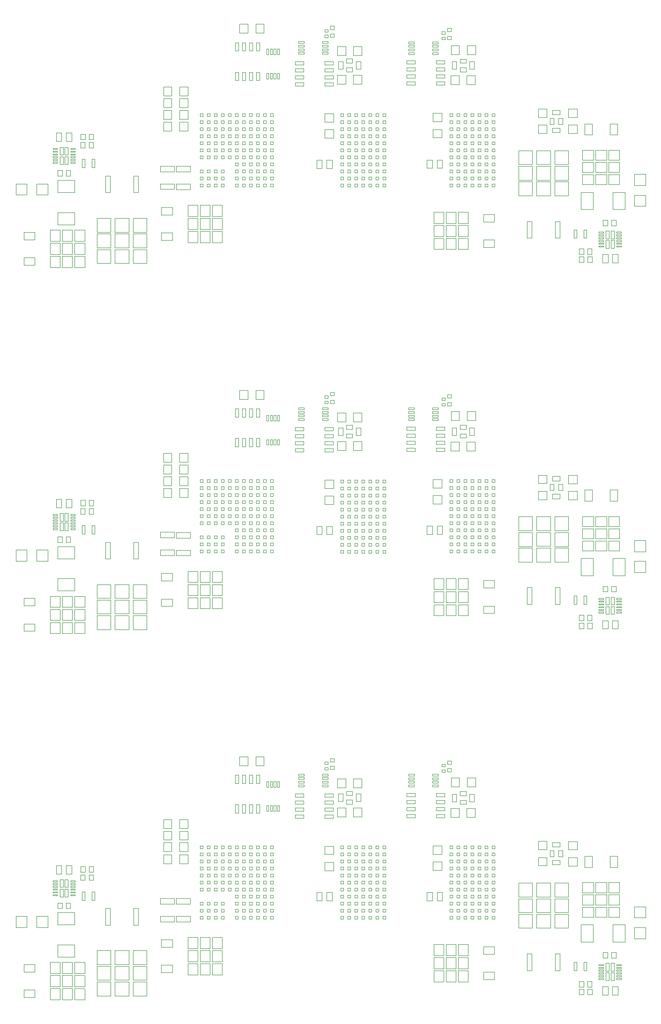
<source format=gbr>
G04 CAM350 V9.0.1 (Build 158) Date:  Tue Aug 05 13:39:14 2025 *
G04 Database: (Untitled) *
G04 Layer 101: 040033_pol.gbr *
%FSLAX33Y33*%
%MOMM*%
%SFA1.000B1.000*%

%MIA0B0*%
%IPPOS*%
%ADD34C,0.00010*%
%LN040033_pol.gbr*%
%LPD*%
G54D34*
X207690Y289200D02*
G01X209690D01*
Y289200*
Y291200*
Y291200*
X207690*
Y291200*
Y289200*
Y289200*
X209150Y281115D02*
G01X211150D01*
Y281115*
Y282465*
Y282465*
X209150*
Y282465*
Y281115*
Y281115*
Y276535D02*
G01X211150D01*
Y276535*
Y277885*
Y277885*
X209150*
Y277885*
Y276535*
Y276535*
X207690Y223100D02*
G01X209690D01*
Y223100*
Y225100*
Y225100*
X207690*
Y225100*
Y223100*
Y223100*
X209150Y148915D02*
G01X211150D01*
Y148915*
Y150265*
Y150265*
X209150*
Y150265*
Y148915*
Y148915*
Y144335D02*
G01X211150D01*
Y144335*
Y145685*
Y145685*
X209150*
Y145685*
Y144335*
Y144335*
Y215015D02*
G01X211150D01*
Y215015*
Y216365*
Y216365*
X209150*
Y216365*
Y215015*
Y215015*
Y210435D02*
G01X211150D01*
Y210435*
Y211785*
Y211785*
X209150*
Y211785*
Y210435*
Y210435*
X211440Y289200D02*
G01X213440D01*
Y289200*
Y291200*
Y291200*
X211440*
Y291200*
Y289200*
Y289200*
Y223100D02*
G01X213440D01*
Y223100*
Y225100*
Y225100*
X211440*
Y225100*
Y223100*
Y223100*
Y157000D02*
G01X213440D01*
Y157000*
Y159000*
Y159000*
X211440*
Y159000*
Y157000*
Y157000*
X214970Y298860D02*
G01X215970D01*
Y298860*
Y300360*
Y300360*
X214970*
Y300360*
Y298860*
Y298860*
X214400Y297400D02*
G01X215200D01*
Y297400*
Y297620*
Y297620*
X214400*
Y297620*
Y297400*
Y297400*
Y296900D02*
G01X215200D01*
Y296900*
Y297120*
Y297120*
X214400*
Y297120*
Y296900*
Y296900*
Y296400D02*
G01X215200D01*
Y296400*
Y296620*
Y296620*
X214400*
Y296620*
Y296400*
Y296400*
Y295900D02*
G01X215200D01*
Y295900*
Y296120*
Y296120*
X214400*
Y296120*
Y295900*
Y295900*
Y295400D02*
G01X215200D01*
Y295400*
Y295620*
Y295620*
X214400*
Y295620*
Y295400*
Y295400*
Y294900D02*
G01X215200D01*
Y294900*
Y295120*
Y295120*
X214400*
Y295120*
Y294900*
Y294900*
X215662Y296409D02*
G01X216237D01*
X216247Y296414*
X216250Y296422*
Y297797*
X216245Y297807*
X216237Y297810*
X215662*
X215652Y297805*
X215649Y297797*
Y296422*
X215654Y296412*
X215662Y296409*
Y294709D02*
G01X216237D01*
X216247Y294714*
X216250Y294722*
Y296097*
X216245Y296107*
X216237Y296110*
X215662*
X215652Y296105*
X215649Y296097*
Y294722*
X215654Y294712*
X215662Y294709*
X215270Y292610D02*
G01X216070D01*
Y292610*
Y293610*
Y293610*
X215270*
Y293610*
Y292610*
Y292610*
X216770Y298860D02*
G01X217770D01*
Y298860*
Y300360*
Y300360*
X216770*
Y300360*
Y298860*
Y298860*
X216562Y296409D02*
G01X217137D01*
X217147Y296414*
X217150Y296422*
Y297797*
X217145Y297807*
X217137Y297810*
X216562*
X216552Y297805*
X216549Y297797*
Y296422*
X216554Y296412*
X216562Y296409*
Y294709D02*
G01X217137D01*
X217147Y294714*
X217150Y294722*
Y296097*
X217145Y296107*
X217137Y296110*
X216562*
X216552Y296105*
X216549Y296097*
Y294722*
X216554Y294712*
X216562Y294709*
X216770Y292610D02*
G01X217570D01*
Y292610*
Y293610*
Y293610*
X216770*
Y293610*
Y292610*
Y292610*
X217600Y297400D02*
G01X218400D01*
Y297400*
Y297620*
Y297620*
X217600*
Y297620*
Y297400*
Y297400*
Y296900D02*
G01X218400D01*
Y296900*
Y297120*
Y297120*
X217600*
Y297120*
Y296900*
Y296900*
Y296400D02*
G01X218400D01*
Y296400*
Y296620*
Y296620*
X217600*
Y296620*
Y296400*
Y296400*
Y295900D02*
G01X218400D01*
Y295900*
Y296120*
Y296120*
X217600*
Y296120*
Y295900*
Y295900*
Y295400D02*
G01X218400D01*
Y295400*
Y295620*
Y295620*
X217600*
Y295620*
Y295400*
Y295400*
Y294900D02*
G01X218400D01*
Y294900*
Y295120*
Y295120*
X217600*
Y295120*
Y294900*
Y294900*
X215220Y289640D02*
G01X218320D01*
Y289640*
Y291840*
Y291840*
X215220*
Y291840*
Y289640*
Y289640*
Y283840D02*
G01X218320D01*
Y283840*
Y286040*
Y286040*
X215220*
Y286040*
Y283840*
Y283840*
X213922Y280859D02*
G01X215697D01*
X215707Y280864*
X215710Y280872*
Y282847*
X215705Y282857*
X215697Y282860*
X213922*
X213912Y282855*
X213909Y282847*
Y280872*
X213914Y280862*
X213922Y280859*
Y278499D02*
G01X215697D01*
X215707Y278504*
X215710Y278512*
Y280487*
X215705Y280497*
X215697Y280500*
X213922*
X213912Y280495*
X213909Y280487*
Y278512*
X213914Y278502*
X213922Y278499*
Y276129D02*
G01X215697D01*
X215707Y276134*
X215710Y276142*
Y278117*
X215705Y278127*
X215697Y278130*
X213922*
X213912Y278125*
X213909Y278117*
Y276142*
X213914Y276132*
X213922Y276129*
X214970Y232760D02*
G01X215970D01*
Y232760*
Y234260*
Y234260*
X214970*
Y234260*
Y232760*
Y232760*
X214400Y231300D02*
G01X215200D01*
Y231300*
Y231520*
Y231520*
X214400*
Y231520*
Y231300*
Y231300*
Y230800D02*
G01X215200D01*
Y230800*
Y231020*
Y231020*
X214400*
Y231020*
Y230800*
Y230800*
Y230300D02*
G01X215200D01*
Y230300*
Y230520*
Y230520*
X214400*
Y230520*
Y230300*
Y230300*
Y229800D02*
G01X215200D01*
Y229800*
Y230020*
Y230020*
X214400*
Y230020*
Y229800*
Y229800*
Y229300D02*
G01X215200D01*
Y229300*
Y229520*
Y229520*
X214400*
Y229520*
Y229300*
Y229300*
Y228800D02*
G01X215200D01*
Y228800*
Y229020*
Y229020*
X214400*
Y229020*
Y228800*
Y228800*
X216132Y280859D02*
G01X217907D01*
X217917Y280864*
X217920Y280872*
Y282847*
X217915Y282857*
X217907Y282860*
X216132*
X216122Y282855*
X216119Y282847*
Y280872*
X216124Y280862*
X216132Y280859*
X216120Y278500D02*
G01X217920D01*
Y278500*
Y280500*
Y280500*
X216120*
Y280500*
Y278500*
Y278500*
X216132Y276129D02*
G01X217907D01*
X217917Y276134*
X217920Y276142*
Y278117*
X217915Y278127*
X217907Y278130*
X216132*
X216122Y278125*
X216119Y278117*
Y276142*
X216124Y276132*
X216132Y276129*
X215662Y230309D02*
G01X216237D01*
X216247Y230314*
X216250Y230322*
Y231697*
X216245Y231707*
X216237Y231710*
X215662*
X215652Y231705*
X215649Y231697*
Y230322*
X215654Y230312*
X215662Y230309*
Y228609D02*
G01X216237D01*
X216247Y228614*
X216250Y228622*
Y229997*
X216245Y230007*
X216237Y230010*
X215662*
X215652Y230005*
X215649Y229997*
Y228622*
X215654Y228612*
X215662Y228609*
X215270Y226510D02*
G01X216070D01*
Y226510*
Y227510*
Y227510*
X215270*
Y227510*
Y226510*
Y226510*
X216770Y232760D02*
G01X217770D01*
Y232760*
Y234260*
Y234260*
X216770*
Y234260*
Y232760*
Y232760*
X216562Y230309D02*
G01X217137D01*
X217147Y230314*
X217150Y230322*
Y231697*
X217145Y231707*
X217137Y231710*
X216562*
X216552Y231705*
X216549Y231697*
Y230322*
X216554Y230312*
X216562Y230309*
Y228609D02*
G01X217137D01*
X217147Y228614*
X217150Y228622*
Y229997*
X217145Y230007*
X217137Y230010*
X216562*
X216552Y230005*
X216549Y229997*
Y228622*
X216554Y228612*
X216562Y228609*
X216770Y226510D02*
G01X217570D01*
Y226510*
Y227510*
Y227510*
X216770*
Y227510*
Y226510*
Y226510*
X219430Y299170D02*
G01X220230D01*
Y299170*
Y300170*
Y300170*
X219430*
Y300170*
Y299170*
Y299170*
X219410Y297690D02*
G01X220210D01*
Y297690*
Y298690*
Y298690*
X219410*
Y298690*
Y297690*
Y297690*
X219680Y294110D02*
G01X220180D01*
Y294110*
Y295610*
Y295610*
X219680*
Y295610*
Y294110*
Y294110*
X218342Y280859D02*
G01X220117D01*
X220127Y280864*
X220130Y280872*
Y282847*
X220125Y282857*
X220117Y282860*
X218342*
X218332Y282855*
X218329Y282847*
Y280872*
X218334Y280862*
X218342Y280859*
Y278499D02*
G01X220117D01*
X220127Y278504*
X220130Y278512*
Y280487*
X220125Y280497*
X220117Y280500*
X218342*
X218332Y280495*
X218329Y280487*
Y278512*
X218334Y278502*
X218342Y278499*
Y276129D02*
G01X220117D01*
X220127Y276134*
X220130Y276142*
Y278117*
X220125Y278127*
X220117Y278130*
X218342*
X218332Y278125*
X218329Y278117*
Y276142*
X218334Y276132*
X218342Y276129*
X217600Y231300D02*
G01X218400D01*
Y231300*
Y231520*
Y231520*
X217600*
Y231520*
Y231300*
Y231300*
Y230800D02*
G01X218400D01*
Y230800*
Y231020*
Y231020*
X217600*
Y231020*
Y230800*
Y230800*
Y230300D02*
G01X218400D01*
Y230300*
Y230520*
Y230520*
X217600*
Y230520*
Y230300*
Y230300*
Y229800D02*
G01X218400D01*
Y229800*
Y230020*
Y230020*
X217600*
Y230020*
Y229800*
Y229800*
Y229300D02*
G01X218400D01*
Y229300*
Y229520*
Y229520*
X217600*
Y229520*
Y229300*
Y229300*
Y228800D02*
G01X218400D01*
Y228800*
Y229020*
Y229020*
X217600*
Y229020*
Y228800*
Y228800*
X215220Y223540D02*
G01X218320D01*
Y223540*
Y225740*
Y225740*
X215220*
Y225740*
Y223540*
Y223540*
Y217740D02*
G01X218320D01*
Y217740*
Y219940*
Y219940*
X215220*
Y219940*
Y217740*
Y217740*
X213922Y214759D02*
G01X215697D01*
X215707Y214764*
X215710Y214772*
Y216747*
X215705Y216757*
X215697Y216760*
X213922*
X213912Y216755*
X213909Y216747*
Y214772*
X213914Y214762*
X213922Y214759*
Y212399D02*
G01X215697D01*
X215707Y212404*
X215710Y212412*
Y214387*
X215705Y214397*
X215697Y214400*
X213922*
X213912Y214395*
X213909Y214387*
Y212412*
X213914Y212402*
X213922Y212399*
Y210029D02*
G01X215697D01*
X215707Y210034*
X215710Y210042*
Y212017*
X215705Y212027*
X215697Y212030*
X213922*
X213912Y212025*
X213909Y212017*
Y210042*
X213914Y210032*
X213922Y210029*
X214970Y166660D02*
G01X215970D01*
Y166660*
Y168160*
Y168160*
X214970*
Y168160*
Y166660*
Y166660*
X214400Y165200D02*
G01X215200D01*
Y165200*
Y165420*
Y165420*
X214400*
Y165420*
Y165200*
Y165200*
Y164700D02*
G01X215200D01*
Y164700*
Y164920*
Y164920*
X214400*
Y164920*
Y164700*
Y164700*
Y164200D02*
G01X215200D01*
Y164200*
Y164420*
Y164420*
X214400*
Y164420*
Y164200*
Y164200*
Y163700D02*
G01X215200D01*
Y163700*
Y163920*
Y163920*
X214400*
Y163920*
Y163700*
Y163700*
Y163200D02*
G01X215200D01*
Y163200*
Y163420*
Y163420*
X214400*
Y163420*
Y163200*
Y163200*
Y162700D02*
G01X215200D01*
Y162700*
Y162920*
Y162920*
X214400*
Y162920*
Y162700*
Y162700*
X216132Y214759D02*
G01X217907D01*
X217917Y214764*
X217920Y214772*
Y216747*
X217915Y216757*
X217907Y216760*
X216132*
X216122Y216755*
X216119Y216747*
Y214772*
X216124Y214762*
X216132Y214759*
X216120Y212400D02*
G01X217920D01*
Y212400*
Y214400*
Y214400*
X216120*
Y214400*
Y212400*
Y212400*
X216132Y210029D02*
G01X217907D01*
X217917Y210034*
X217920Y210042*
Y212017*
X217915Y212027*
X217907Y212030*
X216132*
X216122Y212025*
X216119Y212017*
Y210042*
X216124Y210032*
X216132Y210029*
X215662Y164209D02*
G01X216237D01*
X216247Y164214*
X216250Y164222*
Y165597*
X216245Y165607*
X216237Y165610*
X215662*
X215652Y165605*
X215649Y165597*
Y164222*
X215654Y164212*
X215662Y164209*
Y162509D02*
G01X216237D01*
X216247Y162514*
X216250Y162522*
Y163897*
X216245Y163907*
X216237Y163910*
X215662*
X215652Y163905*
X215649Y163897*
Y162522*
X215654Y162512*
X215662Y162509*
X215270Y160410D02*
G01X216070D01*
Y160410*
Y161410*
Y161410*
X215270*
Y161410*
Y160410*
Y160410*
X216770Y166660D02*
G01X217770D01*
Y166660*
Y168160*
Y168160*
X216770*
Y168160*
Y166660*
Y166660*
X216562Y164209D02*
G01X217137D01*
X217147Y164214*
X217150Y164222*
Y165597*
X217145Y165607*
X217137Y165610*
X216562*
X216552Y165605*
X216549Y165597*
Y164222*
X216554Y164212*
X216562Y164209*
Y162509D02*
G01X217137D01*
X217147Y162514*
X217150Y162522*
Y163897*
X217145Y163907*
X217137Y163910*
X216562*
X216552Y163905*
X216549Y163897*
Y162522*
X216554Y162512*
X216562Y162509*
X216770Y160410D02*
G01X217570D01*
Y160410*
Y161410*
Y161410*
X216770*
Y161410*
Y160410*
Y160410*
X219430Y233070D02*
G01X220230D01*
Y233070*
Y234070*
Y234070*
X219430*
Y234070*
Y233070*
Y233070*
X219410Y231590D02*
G01X220210D01*
Y231590*
Y232590*
Y232590*
X219410*
Y232590*
Y231590*
Y231590*
X219680Y228010D02*
G01X220180D01*
Y228010*
Y229510*
Y229510*
X219680*
Y229510*
Y228010*
Y228010*
X218342Y214759D02*
G01X220117D01*
X220127Y214764*
X220130Y214772*
Y216747*
X220125Y216757*
X220117Y216760*
X218342*
X218332Y216755*
X218329Y216747*
Y214772*
X218334Y214762*
X218342Y214759*
Y212399D02*
G01X220117D01*
X220127Y212404*
X220130Y212412*
Y214387*
X220125Y214397*
X220117Y214400*
X218342*
X218332Y214395*
X218329Y214387*
Y212412*
X218334Y212402*
X218342Y212399*
Y210029D02*
G01X220117D01*
X220127Y210034*
X220130Y210042*
Y212017*
X220125Y212027*
X220117Y212030*
X218342*
X218332Y212025*
X218329Y212017*
Y210042*
X218334Y210032*
X218342Y210029*
X217600Y165200D02*
G01X218400D01*
Y165200*
Y165420*
Y165420*
X217600*
Y165420*
Y165200*
Y165200*
Y164700D02*
G01X218400D01*
Y164700*
Y164920*
Y164920*
X217600*
Y164920*
Y164700*
Y164700*
Y164200D02*
G01X218400D01*
Y164200*
Y164420*
Y164420*
X217600*
Y164420*
Y164200*
Y164200*
Y163700D02*
G01X218400D01*
Y163700*
Y163920*
Y163920*
X217600*
Y163920*
Y163700*
Y163700*
Y163200D02*
G01X218400D01*
Y163200*
Y163420*
Y163420*
X217600*
Y163420*
Y163200*
Y163200*
Y162700D02*
G01X218400D01*
Y162700*
Y162920*
Y162920*
X217600*
Y162920*
Y162700*
Y162700*
X215220Y157440D02*
G01X218320D01*
Y157440*
Y159640*
Y159640*
X215220*
Y159640*
Y157440*
Y157440*
Y151640D02*
G01X218320D01*
Y151640*
Y153840*
Y153840*
X215220*
Y153840*
Y151640*
Y151640*
X213922Y148659D02*
G01X215697D01*
X215707Y148664*
X215710Y148672*
Y150647*
X215705Y150657*
X215697Y150660*
X213922*
X213912Y150655*
X213909Y150647*
Y148672*
X213914Y148662*
X213922Y148659*
Y146299D02*
G01X215697D01*
X215707Y146304*
X215710Y146312*
Y148287*
X215705Y148297*
X215697Y148300*
X213922*
X213912Y148295*
X213909Y148287*
Y146312*
X213914Y146302*
X213922Y146299*
Y143929D02*
G01X215697D01*
X215707Y143934*
X215710Y143942*
Y145917*
X215705Y145927*
X215697Y145930*
X213922*
X213912Y145925*
X213909Y145917*
Y143942*
X213914Y143932*
X213922Y143929*
X216132Y148659D02*
G01X217907D01*
X217917Y148664*
X217920Y148672*
Y150647*
X217915Y150657*
X217907Y150660*
X216132*
X216122Y150655*
X216119Y150647*
Y148672*
X216124Y148662*
X216132Y148659*
X216120Y146300D02*
G01X217920D01*
Y146300*
Y148300*
Y148300*
X216120*
Y148300*
Y146300*
Y146300*
X216132Y143929D02*
G01X217907D01*
X217917Y143934*
X217920Y143942*
Y145917*
X217915Y145927*
X217907Y145930*
X216132*
X216122Y145925*
X216119Y145917*
Y143942*
X216124Y143932*
X216132Y143929*
X219430Y166970D02*
G01X220230D01*
Y166970*
Y167970*
Y167970*
X219430*
Y167970*
Y166970*
Y166970*
X219410Y165490D02*
G01X220210D01*
Y165490*
Y166490*
Y166490*
X219410*
Y166490*
Y165490*
Y165490*
X219680Y161910D02*
G01X220180D01*
Y161910*
Y163410*
Y163410*
X219680*
Y163410*
Y161910*
Y161910*
X218342Y148659D02*
G01X220117D01*
X220127Y148664*
X220130Y148672*
Y150647*
X220125Y150657*
X220117Y150660*
X218342*
X218332Y150655*
X218329Y150647*
Y148672*
X218334Y148662*
X218342Y148659*
Y146299D02*
G01X220117D01*
X220127Y146304*
X220130Y146312*
Y148287*
X220125Y148297*
X220117Y148300*
X218342*
X218332Y148295*
X218329Y148287*
Y146312*
X218334Y146302*
X218342Y146299*
Y143929D02*
G01X220117D01*
X220127Y143934*
X220130Y143942*
Y145917*
X220125Y145927*
X220117Y145930*
X218342*
X218332Y145925*
X218329Y145917*
Y143942*
X218334Y143932*
X218342Y143929*
X220930Y299170D02*
G01X221730D01*
Y299170*
Y300170*
Y300170*
X220930*
Y300170*
Y299170*
Y299170*
X220910Y297690D02*
G01X221710D01*
Y297690*
Y298690*
Y298690*
X220910*
Y298690*
Y297690*
Y297690*
X221480Y294110D02*
G01X221980D01*
Y294110*
Y295610*
Y295610*
X221480*
Y295610*
Y294110*
Y294110*
X220930Y233070D02*
G01X221730D01*
Y233070*
Y234070*
Y234070*
X220930*
Y234070*
Y233070*
Y233070*
X220910Y231590D02*
G01X221710D01*
Y231590*
Y232590*
Y232590*
X220910*
Y232590*
Y231590*
Y231590*
X221480Y228010D02*
G01X221980D01*
Y228010*
Y229510*
Y229510*
X221480*
Y229510*
Y228010*
Y228010*
X220930Y166970D02*
G01X221730D01*
Y166970*
Y167970*
Y167970*
X220930*
Y167970*
Y166970*
Y166970*
X220910Y165490D02*
G01X221710D01*
Y165490*
Y166490*
Y166490*
X220910*
Y166490*
Y165490*
Y165490*
X221480Y161910D02*
G01X221980D01*
Y161910*
Y163410*
Y163410*
X221480*
Y163410*
Y161910*
Y161910*
X223905Y289610D02*
G01X224755D01*
Y289610*
Y292610*
Y292610*
X223905*
Y292610*
Y289610*
Y289610*
X222362Y282479D02*
G01X224837D01*
X224847Y282484*
X224850Y282492*
Y284967*
X224845Y284977*
X224837Y284980*
X222362*
X222352Y284975*
X222349Y284967*
Y282492*
X222354Y282482*
X222362Y282479*
Y279669D02*
G01X224837D01*
X224847Y279674*
X224850Y279682*
Y282157*
X224845Y282167*
X224837Y282170*
X222362*
X222352Y282165*
X222349Y282157*
Y279682*
X222354Y279672*
X222362Y279669*
Y276829D02*
G01X224837D01*
X224847Y276834*
X224850Y276842*
Y279317*
X224845Y279327*
X224837Y279330*
X222362*
X222352Y279325*
X222349Y279317*
Y276842*
X222354Y276832*
X222362Y276829*
X223905Y223510D02*
G01X224755D01*
Y223510*
Y226510*
Y226510*
X223905*
Y226510*
Y223510*
Y223510*
X222362Y216379D02*
G01X224837D01*
X224847Y216384*
X224850Y216392*
Y218867*
X224845Y218877*
X224837Y218880*
X222362*
X222352Y218875*
X222349Y218867*
Y216392*
X222354Y216382*
X222362Y216379*
Y213569D02*
G01X224837D01*
X224847Y213574*
X224850Y213582*
Y216057*
X224845Y216067*
X224837Y216070*
X222362*
X222352Y216065*
X222349Y216057*
Y213582*
X222354Y213572*
X222362Y213569*
Y210729D02*
G01X224837D01*
X224847Y210734*
X224850Y210742*
Y213217*
X224845Y213227*
X224837Y213230*
X222362*
X222352Y213225*
X222349Y213217*
Y210742*
X222354Y210732*
X222362Y210729*
X223905Y157410D02*
G01X224755D01*
Y157410*
Y160410*
Y160410*
X223905*
Y160410*
Y157410*
Y157410*
X222362Y150279D02*
G01X224837D01*
X224847Y150284*
X224850Y150292*
Y152767*
X224845Y152777*
X224837Y152780*
X222362*
X222352Y152775*
X222349Y152767*
Y150292*
X222354Y150282*
X222362Y150279*
Y147469D02*
G01X224837D01*
X224847Y147474*
X224850Y147482*
Y149957*
X224845Y149967*
X224837Y149970*
X222362*
X222352Y149965*
X222349Y149957*
Y147482*
X222354Y147472*
X222362Y147469*
Y144629D02*
G01X224837D01*
X224847Y144634*
X224850Y144642*
Y147117*
X224845Y147127*
X224837Y147130*
X222362*
X222352Y147125*
X222349Y147117*
Y144642*
X222354Y144632*
X222362Y144629*
X225612Y282479D02*
G01X228087D01*
X228097Y282484*
X228100Y282492*
Y284967*
X228095Y284977*
X228087Y284980*
X225612*
X225602Y284975*
X225599Y284967*
Y282492*
X225604Y282482*
X225612Y282479*
X225600Y279670D02*
G01X228100D01*
Y279670*
Y282170*
Y282170*
X225600*
Y282170*
Y279670*
Y279670*
X225602Y276829D02*
G01X228077D01*
X228087Y276834*
X228090Y276842*
Y279317*
X228085Y279327*
X228077Y279330*
X225602*
X225592Y279325*
X225589Y279317*
Y276842*
X225594Y276832*
X225602Y276829*
X225612Y216379D02*
G01X228087D01*
X228097Y216384*
X228100Y216392*
Y218867*
X228095Y218877*
X228087Y218880*
X225612*
X225602Y218875*
X225599Y218867*
Y216392*
X225604Y216382*
X225612Y216379*
X225600Y213570D02*
G01X228100D01*
Y213570*
Y216070*
Y216070*
X225600*
Y216070*
Y213570*
Y213570*
X225602Y210729D02*
G01X228077D01*
X228087Y210734*
X228090Y210742*
Y213217*
X228085Y213227*
X228077Y213230*
X225602*
X225592Y213225*
X225589Y213217*
Y210742*
X225594Y210732*
X225602Y210729*
X225612Y150279D02*
G01X228087D01*
X228097Y150284*
X228100Y150292*
Y152767*
X228095Y152777*
X228087Y152780*
X225612*
X225602Y152775*
X225599Y152767*
Y150292*
X225604Y150282*
X225612Y150279*
X225600Y147470D02*
G01X228100D01*
Y147470*
Y149970*
Y149970*
X225600*
Y149970*
Y147470*
Y147470*
X225602Y144629D02*
G01X228077D01*
X228087Y144634*
X228090Y144642*
Y147117*
X228085Y147127*
X228077Y147130*
X225602*
X225592Y147125*
X225589Y147117*
Y144642*
X225594Y144632*
X225602Y144629*
X228985Y289610D02*
G01X229835D01*
Y289610*
Y292610*
Y292610*
X228985*
Y292610*
Y289610*
Y289610*
X228862Y282479D02*
G01X231337D01*
X231347Y282484*
X231350Y282492*
Y284967*
X231345Y284977*
X231337Y284980*
X228862*
X228852Y284975*
X228849Y284967*
Y282492*
X228854Y282482*
X228862Y282479*
X228872Y279669D02*
G01X231347D01*
X231357Y279674*
X231360Y279682*
Y282157*
X231355Y282167*
X231347Y282170*
X228872*
X228862Y282165*
X228859Y282157*
Y279682*
X228864Y279672*
X228872Y279669*
X228862Y276829D02*
G01X231337D01*
X231347Y276834*
X231350Y276842*
Y279317*
X231345Y279327*
X231337Y279330*
X228862*
X228852Y279325*
X228849Y279317*
Y276842*
X228854Y276832*
X228862Y276829*
X228985Y223510D02*
G01X229835D01*
Y223510*
Y226510*
Y226510*
X228985*
Y226510*
Y223510*
Y223510*
X228862Y216379D02*
G01X231337D01*
X231347Y216384*
X231350Y216392*
Y218867*
X231345Y218877*
X231337Y218880*
X228862*
X228852Y218875*
X228849Y218867*
Y216392*
X228854Y216382*
X228862Y216379*
X228872Y213569D02*
G01X231347D01*
X231357Y213574*
X231360Y213582*
Y216057*
X231355Y216067*
X231347Y216070*
X228872*
X228862Y216065*
X228859Y216057*
Y213582*
X228864Y213572*
X228872Y213569*
X228862Y210729D02*
G01X231337D01*
X231347Y210734*
X231350Y210742*
Y213217*
X231345Y213227*
X231337Y213230*
X228862*
X228852Y213225*
X228849Y213217*
Y210742*
X228854Y210732*
X228862Y210729*
X228985Y157410D02*
G01X229835D01*
Y157410*
Y160410*
Y160410*
X228985*
Y160410*
Y157410*
Y157410*
X228862Y150279D02*
G01X231337D01*
X231347Y150284*
X231350Y150292*
Y152767*
X231345Y152777*
X231337Y152780*
X228862*
X228852Y152775*
X228849Y152767*
Y150292*
X228854Y150282*
X228862Y150279*
X228872Y147469D02*
G01X231347D01*
X231357Y147474*
X231360Y147482*
Y149957*
X231355Y149967*
X231347Y149970*
X228872*
X228862Y149965*
X228859Y149957*
Y147482*
X228864Y147472*
X228872Y147469*
X228862Y144629D02*
G01X231337D01*
X231347Y144634*
X231350Y144642*
Y147117*
X231345Y147127*
X231337Y147130*
X228862*
X228852Y147125*
X228849Y147117*
Y144642*
X228854Y144632*
X228862Y144629*
X234370Y307060D02*
G01X235870D01*
Y307060*
Y308660*
Y308660*
X234370*
Y308660*
Y307060*
Y307060*
Y304960D02*
G01X235870D01*
Y304960*
Y306560*
Y306560*
X234370*
Y306560*
Y304960*
Y304960*
Y302850D02*
G01X235870D01*
Y302850*
Y304450*
Y304450*
X234370*
Y304450*
Y302850*
Y302850*
X234360Y300720D02*
G01X235860D01*
Y300720*
Y302320*
Y302320*
X234360*
Y302320*
Y300720*
Y300720*
X233775Y293400D02*
G01X236325D01*
Y293400*
Y294400*
Y294400*
X233775*
Y294400*
Y293400*
Y293400*
Y290200D02*
G01X236325D01*
Y290200*
Y291200*
Y291200*
X233775*
Y291200*
Y290200*
Y290200*
X234010Y285605D02*
G01X236010D01*
Y285605*
Y286955*
Y286955*
X234010*
Y286955*
Y285605*
Y285605*
Y281025D02*
G01X236010D01*
Y281025*
Y282375*
Y282375*
X234010*
Y282375*
Y281025*
Y281025*
X234370Y240960D02*
G01X235870D01*
Y240960*
Y242560*
Y242560*
X234370*
Y242560*
Y240960*
Y240960*
Y238860D02*
G01X235870D01*
Y238860*
Y240460*
Y240460*
X234370*
Y240460*
Y238860*
Y238860*
Y236750D02*
G01X235870D01*
Y236750*
Y238350*
Y238350*
X234370*
Y238350*
Y236750*
Y236750*
X234360Y234620D02*
G01X235860D01*
Y234620*
Y236220*
Y236220*
X234360*
Y236220*
Y234620*
Y234620*
X233775Y227300D02*
G01X236325D01*
Y227300*
Y228300*
Y228300*
X233775*
Y228300*
Y227300*
Y227300*
Y224100D02*
G01X236325D01*
Y224100*
Y225100*
Y225100*
X233775*
Y225100*
Y224100*
Y224100*
X234010Y219505D02*
G01X236010D01*
Y219505*
Y220855*
Y220855*
X234010*
Y220855*
Y219505*
Y219505*
Y214925D02*
G01X236010D01*
Y214925*
Y216275*
Y216275*
X234010*
Y216275*
Y214925*
Y214925*
X234370Y174860D02*
G01X235870D01*
Y174860*
Y176460*
Y176460*
X234370*
Y176460*
Y174860*
Y174860*
Y172760D02*
G01X235870D01*
Y172760*
Y174360*
Y174360*
X234370*
Y174360*
Y172760*
Y172760*
Y170650D02*
G01X235870D01*
Y170650*
Y172250*
Y172250*
X234370*
Y172250*
Y170650*
Y170650*
X234360Y168520D02*
G01X235860D01*
Y168520*
Y170120*
Y170120*
X234360*
Y170120*
Y168520*
Y168520*
X233775Y161200D02*
G01X236325D01*
Y161200*
Y162200*
Y162200*
X233775*
Y162200*
Y161200*
Y161200*
Y158000D02*
G01X236325D01*
Y158000*
Y159000*
Y159000*
X233775*
Y159000*
Y158000*
Y158000*
X234010Y153405D02*
G01X236010D01*
Y153405*
Y154755*
Y154755*
X234010*
Y154755*
Y153405*
Y153405*
Y148825D02*
G01X236010D01*
Y148825*
Y150175*
Y150175*
X234010*
Y150175*
Y148825*
Y148825*
X237270Y307060D02*
G01X238770D01*
Y307060*
Y308660*
Y308660*
X237270*
Y308660*
Y307060*
Y307060*
Y304960D02*
G01X238770D01*
Y304960*
Y306560*
Y306560*
X237270*
Y306560*
Y304960*
Y304960*
Y302850D02*
G01X238770D01*
Y302850*
Y304450*
Y304450*
X237270*
Y304450*
Y302850*
Y302850*
X237260Y300720D02*
G01X238760D01*
Y300720*
Y302320*
Y302320*
X237260*
Y302320*
Y300720*
Y300720*
X236685Y293380D02*
G01X239235D01*
Y293380*
Y294380*
Y294380*
X236685*
Y294380*
Y293380*
Y293380*
Y290180D02*
G01X239235D01*
Y290180*
Y291180*
Y291180*
X236685*
Y291180*
Y290180*
Y290180*
X237270Y240960D02*
G01X238770D01*
Y240960*
Y242560*
Y242560*
X237270*
Y242560*
Y240960*
Y240960*
Y238860D02*
G01X238770D01*
Y238860*
Y240460*
Y240460*
X237270*
Y240460*
Y238860*
Y238860*
Y236750D02*
G01X238770D01*
Y236750*
Y238350*
Y238350*
X237270*
Y238350*
Y236750*
Y236750*
X237260Y234620D02*
G01X238760D01*
Y234620*
Y236220*
Y236220*
X237260*
Y236220*
Y234620*
Y234620*
X238782Y285349D02*
G01X240557D01*
X240567Y285354*
X240570Y285362*
Y287337*
X240565Y287347*
X240557Y287350*
X238782*
X238772Y287345*
X238769Y287337*
Y285362*
X238774Y285352*
X238782Y285349*
Y282989D02*
G01X240557D01*
X240567Y282994*
X240570Y283002*
Y284977*
X240565Y284987*
X240557Y284990*
X238782*
X238772Y284985*
X238769Y284977*
Y283002*
X238774Y282992*
X238782Y282989*
Y280619D02*
G01X240557D01*
X240567Y280624*
X240570Y280632*
Y282607*
X240565Y282617*
X240557Y282620*
X238782*
X238772Y282615*
X238769Y282607*
Y280632*
X238774Y280622*
X238782Y280619*
X236685Y227280D02*
G01X239235D01*
Y227280*
Y228280*
Y228280*
X236685*
Y228280*
Y227280*
Y227280*
Y224080D02*
G01X239235D01*
Y224080*
Y225080*
Y225080*
X236685*
Y225080*
Y224080*
Y224080*
X237270Y174860D02*
G01X238770D01*
Y174860*
Y176460*
Y176460*
X237270*
Y176460*
Y174860*
Y174860*
Y172760D02*
G01X238770D01*
Y172760*
Y174360*
Y174360*
X237270*
Y174360*
Y172760*
Y172760*
Y170650D02*
G01X238770D01*
Y170650*
Y172250*
Y172250*
X237270*
Y172250*
Y170650*
Y170650*
X237260Y168520D02*
G01X238760D01*
Y168520*
Y170120*
Y170120*
X237260*
Y170120*
Y168520*
Y168520*
X238782Y219249D02*
G01X240557D01*
X240567Y219254*
X240570Y219262*
Y221237*
X240565Y221247*
X240557Y221250*
X238782*
X238772Y221245*
X238769Y221237*
Y219262*
X238774Y219252*
X238782Y219249*
Y216889D02*
G01X240557D01*
X240567Y216894*
X240570Y216902*
Y218877*
X240565Y218887*
X240557Y218890*
X238782*
X238772Y218885*
X238769Y218877*
Y216902*
X238774Y216892*
X238782Y216889*
Y214519D02*
G01X240557D01*
X240567Y214524*
X240570Y214532*
Y216507*
X240565Y216517*
X240557Y216520*
X238782*
X238772Y216515*
X238769Y216507*
Y214532*
X238774Y214522*
X238782Y214519*
X236685Y161180D02*
G01X239235D01*
Y161180*
Y162180*
Y162180*
X236685*
Y162180*
Y161180*
Y161180*
Y157980D02*
G01X239235D01*
Y157980*
Y158980*
Y158980*
X236685*
Y158980*
Y157980*
Y157980*
X238782Y153149D02*
G01X240557D01*
X240567Y153154*
X240570Y153162*
Y155137*
X240565Y155147*
X240557Y155150*
X238782*
X238772Y155145*
X238769Y155137*
Y153162*
X238774Y153152*
X238782Y153149*
Y150789D02*
G01X240557D01*
X240567Y150794*
X240570Y150802*
Y152777*
X240565Y152787*
X240557Y152790*
X238782*
X238772Y152785*
X238769Y152777*
Y150802*
X238774Y150792*
X238782Y150789*
Y148419D02*
G01X240557D01*
X240567Y148424*
X240570Y148432*
Y150407*
X240565Y150417*
X240557Y150420*
X238782*
X238772Y150415*
X238769Y150407*
Y148432*
X238774Y148422*
X238782Y148419*
X241026Y303386D02*
G01X241534D01*
Y303386*
Y303894*
Y303894*
X241026*
Y303894*
Y303386*
Y303386*
X241038Y302115D02*
G01X241521D01*
X241531Y302120*
X241534Y302128*
Y302611*
X241529Y302621*
X241521Y302624*
X241038*
X241028Y302619*
X241025Y302611*
Y302128*
X241030Y302118*
X241038Y302115*
Y300845D02*
G01X241521D01*
X241531Y300850*
X241534Y300858*
Y301341*
X241529Y301351*
X241521Y301354*
X241038*
X241028Y301349*
X241025Y301341*
Y300858*
X241030Y300848*
X241038Y300845*
Y299575D02*
G01X241521D01*
X241531Y299580*
X241534Y299588*
Y300071*
X241529Y300081*
X241521Y300084*
X241038*
X241028Y300079*
X241025Y300071*
Y299588*
X241030Y299578*
X241038Y299575*
Y298305D02*
G01X241521D01*
X241531Y298310*
X241534Y298318*
Y298801*
X241529Y298811*
X241521Y298814*
X241038*
X241028Y298809*
X241025Y298801*
Y298318*
X241030Y298308*
X241038Y298305*
Y297035D02*
G01X241521D01*
X241531Y297040*
X241534Y297048*
Y297531*
X241529Y297541*
X241521Y297544*
X241038*
X241028Y297539*
X241025Y297531*
Y297048*
X241030Y297038*
X241038Y297035*
Y295765D02*
G01X241521D01*
X241531Y295770*
X241534Y295778*
Y296261*
X241529Y296271*
X241521Y296274*
X241038*
X241028Y296269*
X241025Y296261*
Y295778*
X241030Y295768*
X241038Y295765*
Y293225D02*
G01X241521D01*
X241531Y293230*
X241534Y293238*
Y293721*
X241529Y293731*
X241521Y293734*
X241038*
X241028Y293729*
X241025Y293721*
Y293238*
X241030Y293228*
X241038Y293225*
Y291955D02*
G01X241521D01*
X241531Y291960*
X241534Y291968*
Y292451*
X241529Y292461*
X241521Y292464*
X241038*
X241028Y292459*
X241025Y292451*
Y291968*
X241030Y291958*
X241038Y291955*
X241026Y290686D02*
G01X241534D01*
Y290686*
Y291194*
Y291194*
X241026*
Y291194*
Y290686*
Y290686*
X242308Y303385D02*
G01X242791D01*
X242801Y303390*
X242804Y303398*
Y303881*
X242799Y303891*
X242791Y303894*
X242308*
X242298Y303889*
X242295Y303881*
Y303398*
X242300Y303388*
X242308Y303385*
Y302115D02*
G01X242791D01*
X242801Y302120*
X242804Y302128*
Y302611*
X242799Y302621*
X242791Y302624*
X242308*
X242298Y302619*
X242295Y302611*
Y302128*
X242300Y302118*
X242308Y302115*
Y300845D02*
G01X242791D01*
X242801Y300850*
X242804Y300858*
Y301341*
X242799Y301351*
X242791Y301354*
X242308*
X242298Y301349*
X242295Y301341*
Y300858*
X242300Y300848*
X242308Y300845*
Y299575D02*
G01X242791D01*
X242801Y299580*
X242804Y299588*
Y300071*
X242799Y300081*
X242791Y300084*
X242308*
X242298Y300079*
X242295Y300071*
Y299588*
X242300Y299578*
X242308Y299575*
Y298305D02*
G01X242791D01*
X242801Y298310*
X242804Y298318*
Y298801*
X242799Y298811*
X242791Y298814*
X242308*
X242298Y298809*
X242295Y298801*
Y298318*
X242300Y298308*
X242308Y298305*
Y297035D02*
G01X242791D01*
X242801Y297040*
X242804Y297048*
Y297531*
X242799Y297541*
X242791Y297544*
X242308*
X242298Y297539*
X242295Y297531*
Y297048*
X242300Y297038*
X242308Y297035*
Y295765D02*
G01X242791D01*
X242801Y295770*
X242804Y295778*
Y296261*
X242799Y296271*
X242791Y296274*
X242308*
X242298Y296269*
X242295Y296261*
Y295778*
X242300Y295768*
X242308Y295765*
Y293225D02*
G01X242791D01*
X242801Y293230*
X242804Y293238*
Y293721*
X242799Y293731*
X242791Y293734*
X242308*
X242298Y293729*
X242295Y293721*
Y293238*
X242300Y293228*
X242308Y293225*
Y291955D02*
G01X242791D01*
X242801Y291960*
X242804Y291968*
Y292451*
X242799Y292461*
X242791Y292464*
X242308*
X242298Y292459*
X242295Y292451*
Y291968*
X242300Y291958*
X242308Y291955*
Y290685D02*
G01X242791D01*
X242801Y290690*
X242804Y290698*
Y291181*
X242799Y291191*
X242791Y291194*
X242308*
X242298Y291189*
X242295Y291181*
Y290698*
X242300Y290688*
X242308Y290685*
X240992Y285349D02*
G01X242767D01*
X242777Y285354*
X242780Y285362*
Y287337*
X242775Y287347*
X242767Y287350*
X240992*
X240982Y287345*
X240979Y287337*
Y285362*
X240984Y285352*
X240992Y285349*
X240980Y282990D02*
G01X242780D01*
Y282990*
Y284990*
Y284990*
X240980*
Y284990*
Y282990*
Y282990*
X240992Y280619D02*
G01X242767D01*
X242777Y280624*
X242780Y280632*
Y282607*
X242775Y282617*
X242767Y282620*
X240992*
X240982Y282615*
X240979Y282607*
Y280632*
X240984Y280622*
X240992Y280619*
X241026Y237286D02*
G01X241534D01*
Y237286*
Y237794*
Y237794*
X241026*
Y237794*
Y237286*
Y237286*
X241038Y236015D02*
G01X241521D01*
X241531Y236020*
X241534Y236028*
Y236511*
X241529Y236521*
X241521Y236524*
X241038*
X241028Y236519*
X241025Y236511*
Y236028*
X241030Y236018*
X241038Y236015*
Y234745D02*
G01X241521D01*
X241531Y234750*
X241534Y234758*
Y235241*
X241529Y235251*
X241521Y235254*
X241038*
X241028Y235249*
X241025Y235241*
Y234758*
X241030Y234748*
X241038Y234745*
Y233475D02*
G01X241521D01*
X241531Y233480*
X241534Y233488*
Y233971*
X241529Y233981*
X241521Y233984*
X241038*
X241028Y233979*
X241025Y233971*
Y233488*
X241030Y233478*
X241038Y233475*
Y232205D02*
G01X241521D01*
X241531Y232210*
X241534Y232218*
Y232701*
X241529Y232711*
X241521Y232714*
X241038*
X241028Y232709*
X241025Y232701*
Y232218*
X241030Y232208*
X241038Y232205*
Y230935D02*
G01X241521D01*
X241531Y230940*
X241534Y230948*
Y231431*
X241529Y231441*
X241521Y231444*
X241038*
X241028Y231439*
X241025Y231431*
Y230948*
X241030Y230938*
X241038Y230935*
Y229665D02*
G01X241521D01*
X241531Y229670*
X241534Y229678*
Y230161*
X241529Y230171*
X241521Y230174*
X241038*
X241028Y230169*
X241025Y230161*
Y229678*
X241030Y229668*
X241038Y229665*
Y227125D02*
G01X241521D01*
X241531Y227130*
X241534Y227138*
Y227621*
X241529Y227631*
X241521Y227634*
X241038*
X241028Y227629*
X241025Y227621*
Y227138*
X241030Y227128*
X241038Y227125*
Y225855D02*
G01X241521D01*
X241531Y225860*
X241534Y225868*
Y226351*
X241529Y226361*
X241521Y226364*
X241038*
X241028Y226359*
X241025Y226351*
Y225868*
X241030Y225858*
X241038Y225855*
X241026Y224586D02*
G01X241534D01*
Y224586*
Y225094*
Y225094*
X241026*
Y225094*
Y224586*
Y224586*
X242308Y237285D02*
G01X242791D01*
X242801Y237290*
X242804Y237298*
Y237781*
X242799Y237791*
X242791Y237794*
X242308*
X242298Y237789*
X242295Y237781*
Y237298*
X242300Y237288*
X242308Y237285*
Y236015D02*
G01X242791D01*
X242801Y236020*
X242804Y236028*
Y236511*
X242799Y236521*
X242791Y236524*
X242308*
X242298Y236519*
X242295Y236511*
Y236028*
X242300Y236018*
X242308Y236015*
Y234745D02*
G01X242791D01*
X242801Y234750*
X242804Y234758*
Y235241*
X242799Y235251*
X242791Y235254*
X242308*
X242298Y235249*
X242295Y235241*
Y234758*
X242300Y234748*
X242308Y234745*
Y233475D02*
G01X242791D01*
X242801Y233480*
X242804Y233488*
Y233971*
X242799Y233981*
X242791Y233984*
X242308*
X242298Y233979*
X242295Y233971*
Y233488*
X242300Y233478*
X242308Y233475*
Y232205D02*
G01X242791D01*
X242801Y232210*
X242804Y232218*
Y232701*
X242799Y232711*
X242791Y232714*
X242308*
X242298Y232709*
X242295Y232701*
Y232218*
X242300Y232208*
X242308Y232205*
Y230935D02*
G01X242791D01*
X242801Y230940*
X242804Y230948*
Y231431*
X242799Y231441*
X242791Y231444*
X242308*
X242298Y231439*
X242295Y231431*
Y230948*
X242300Y230938*
X242308Y230935*
Y229665D02*
G01X242791D01*
X242801Y229670*
X242804Y229678*
Y230161*
X242799Y230171*
X242791Y230174*
X242308*
X242298Y230169*
X242295Y230161*
Y229678*
X242300Y229668*
X242308Y229665*
Y227125D02*
G01X242791D01*
X242801Y227130*
X242804Y227138*
Y227621*
X242799Y227631*
X242791Y227634*
X242308*
X242298Y227629*
X242295Y227621*
Y227138*
X242300Y227128*
X242308Y227125*
Y225855D02*
G01X242791D01*
X242801Y225860*
X242804Y225868*
Y226351*
X242799Y226361*
X242791Y226364*
X242308*
X242298Y226359*
X242295Y226351*
Y225868*
X242300Y225858*
X242308Y225855*
Y224585D02*
G01X242791D01*
X242801Y224590*
X242804Y224598*
Y225081*
X242799Y225091*
X242791Y225094*
X242308*
X242298Y225089*
X242295Y225081*
Y224598*
X242300Y224588*
X242308Y224585*
X240992Y219249D02*
G01X242767D01*
X242777Y219254*
X242780Y219262*
Y221237*
X242775Y221247*
X242767Y221250*
X240992*
X240982Y221245*
X240979Y221237*
Y219262*
X240984Y219252*
X240992Y219249*
X240980Y216890D02*
G01X242780D01*
Y216890*
Y218890*
Y218890*
X240980*
Y218890*
Y216890*
Y216890*
X240992Y214519D02*
G01X242767D01*
X242777Y214524*
X242780Y214532*
Y216507*
X242775Y216517*
X242767Y216520*
X240992*
X240982Y216515*
X240979Y216507*
Y214532*
X240984Y214522*
X240992Y214519*
X241026Y171186D02*
G01X241534D01*
Y171186*
Y171694*
Y171694*
X241026*
Y171694*
Y171186*
Y171186*
X241038Y169915D02*
G01X241521D01*
X241531Y169920*
X241534Y169928*
Y170411*
X241529Y170421*
X241521Y170424*
X241038*
X241028Y170419*
X241025Y170411*
Y169928*
X241030Y169918*
X241038Y169915*
Y168645D02*
G01X241521D01*
X241531Y168650*
X241534Y168658*
Y169141*
X241529Y169151*
X241521Y169154*
X241038*
X241028Y169149*
X241025Y169141*
Y168658*
X241030Y168648*
X241038Y168645*
Y167375D02*
G01X241521D01*
X241531Y167380*
X241534Y167388*
Y167871*
X241529Y167881*
X241521Y167884*
X241038*
X241028Y167879*
X241025Y167871*
Y167388*
X241030Y167378*
X241038Y167375*
Y166105D02*
G01X241521D01*
X241531Y166110*
X241534Y166118*
Y166601*
X241529Y166611*
X241521Y166614*
X241038*
X241028Y166609*
X241025Y166601*
Y166118*
X241030Y166108*
X241038Y166105*
Y164835D02*
G01X241521D01*
X241531Y164840*
X241534Y164848*
Y165331*
X241529Y165341*
X241521Y165344*
X241038*
X241028Y165339*
X241025Y165331*
Y164848*
X241030Y164838*
X241038Y164835*
Y163565D02*
G01X241521D01*
X241531Y163570*
X241534Y163578*
Y164061*
X241529Y164071*
X241521Y164074*
X241038*
X241028Y164069*
X241025Y164061*
Y163578*
X241030Y163568*
X241038Y163565*
Y161025D02*
G01X241521D01*
X241531Y161030*
X241534Y161038*
Y161521*
X241529Y161531*
X241521Y161534*
X241038*
X241028Y161529*
X241025Y161521*
Y161038*
X241030Y161028*
X241038Y161025*
Y159755D02*
G01X241521D01*
X241531Y159760*
X241534Y159768*
Y160251*
X241529Y160261*
X241521Y160264*
X241038*
X241028Y160259*
X241025Y160251*
Y159768*
X241030Y159758*
X241038Y159755*
X241026Y158486D02*
G01X241534D01*
Y158486*
Y158994*
Y158994*
X241026*
Y158994*
Y158486*
Y158486*
X242308Y171185D02*
G01X242791D01*
X242801Y171190*
X242804Y171198*
Y171681*
X242799Y171691*
X242791Y171694*
X242308*
X242298Y171689*
X242295Y171681*
Y171198*
X242300Y171188*
X242308Y171185*
Y169915D02*
G01X242791D01*
X242801Y169920*
X242804Y169928*
Y170411*
X242799Y170421*
X242791Y170424*
X242308*
X242298Y170419*
X242295Y170411*
Y169928*
X242300Y169918*
X242308Y169915*
Y168645D02*
G01X242791D01*
X242801Y168650*
X242804Y168658*
Y169141*
X242799Y169151*
X242791Y169154*
X242308*
X242298Y169149*
X242295Y169141*
Y168658*
X242300Y168648*
X242308Y168645*
Y167375D02*
G01X242791D01*
X242801Y167380*
X242804Y167388*
Y167871*
X242799Y167881*
X242791Y167884*
X242308*
X242298Y167879*
X242295Y167871*
Y167388*
X242300Y167378*
X242308Y167375*
Y166105D02*
G01X242791D01*
X242801Y166110*
X242804Y166118*
Y166601*
X242799Y166611*
X242791Y166614*
X242308*
X242298Y166609*
X242295Y166601*
Y166118*
X242300Y166108*
X242308Y166105*
Y164835D02*
G01X242791D01*
X242801Y164840*
X242804Y164848*
Y165331*
X242799Y165341*
X242791Y165344*
X242308*
X242298Y165339*
X242295Y165331*
Y164848*
X242300Y164838*
X242308Y164835*
Y163565D02*
G01X242791D01*
X242801Y163570*
X242804Y163578*
Y164061*
X242799Y164071*
X242791Y164074*
X242308*
X242298Y164069*
X242295Y164061*
Y163578*
X242300Y163568*
X242308Y163565*
Y161025D02*
G01X242791D01*
X242801Y161030*
X242804Y161038*
Y161521*
X242799Y161531*
X242791Y161534*
X242308*
X242298Y161529*
X242295Y161521*
Y161038*
X242300Y161028*
X242308Y161025*
Y159755D02*
G01X242791D01*
X242801Y159760*
X242804Y159768*
Y160251*
X242799Y160261*
X242791Y160264*
X242308*
X242298Y160259*
X242295Y160251*
Y159768*
X242300Y159758*
X242308Y159755*
Y158485D02*
G01X242791D01*
X242801Y158490*
X242804Y158498*
Y158981*
X242799Y158991*
X242791Y158994*
X242308*
X242298Y158989*
X242295Y158981*
Y158498*
X242300Y158488*
X242308Y158485*
X240992Y153149D02*
G01X242767D01*
X242777Y153154*
X242780Y153162*
Y155137*
X242775Y155147*
X242767Y155150*
X240992*
X240982Y155145*
X240979Y155137*
Y153162*
X240984Y153152*
X240992Y153149*
X240980Y150790D02*
G01X242780D01*
Y150790*
Y152790*
Y152790*
X240980*
Y152790*
Y150790*
Y150790*
X240992Y148419D02*
G01X242767D01*
X242777Y148424*
X242780Y148432*
Y150407*
X242775Y150417*
X242767Y150420*
X240992*
X240982Y150415*
X240979Y150407*
Y148432*
X240984Y148422*
X240992Y148419*
X243578Y303385D02*
G01X244061D01*
X244071Y303390*
X244074Y303398*
Y303881*
X244069Y303891*
X244061Y303894*
X243578*
X243568Y303889*
X243565Y303881*
Y303398*
X243570Y303388*
X243578Y303385*
Y302115D02*
G01X244061D01*
X244071Y302120*
X244074Y302128*
Y302611*
X244069Y302621*
X244061Y302624*
X243578*
X243568Y302619*
X243565Y302611*
Y302128*
X243570Y302118*
X243578Y302115*
Y300845D02*
G01X244061D01*
X244071Y300850*
X244074Y300858*
Y301341*
X244069Y301351*
X244061Y301354*
X243578*
X243568Y301349*
X243565Y301341*
Y300858*
X243570Y300848*
X243578Y300845*
Y299575D02*
G01X244061D01*
X244071Y299580*
X244074Y299588*
Y300071*
X244069Y300081*
X244061Y300084*
X243578*
X243568Y300079*
X243565Y300071*
Y299588*
X243570Y299578*
X243578Y299575*
Y298305D02*
G01X244061D01*
X244071Y298310*
X244074Y298318*
Y298801*
X244069Y298811*
X244061Y298814*
X243578*
X243568Y298809*
X243565Y298801*
Y298318*
X243570Y298308*
X243578Y298305*
Y297035D02*
G01X244061D01*
X244071Y297040*
X244074Y297048*
Y297531*
X244069Y297541*
X244061Y297544*
X243578*
X243568Y297539*
X243565Y297531*
Y297048*
X243570Y297038*
X243578Y297035*
Y295765D02*
G01X244061D01*
X244071Y295770*
X244074Y295778*
Y296261*
X244069Y296271*
X244061Y296274*
X243578*
X243568Y296269*
X243565Y296261*
Y295778*
X243570Y295768*
X243578Y295765*
Y293225D02*
G01X244061D01*
X244071Y293230*
X244074Y293238*
Y293721*
X244069Y293731*
X244061Y293734*
X243578*
X243568Y293729*
X243565Y293721*
Y293238*
X243570Y293228*
X243578Y293225*
Y291955D02*
G01X244061D01*
X244071Y291960*
X244074Y291968*
Y292451*
X244069Y292461*
X244061Y292464*
X243578*
X243568Y292459*
X243565Y292451*
Y291968*
X243570Y291958*
X243578Y291955*
Y290685D02*
G01X244061D01*
X244071Y290690*
X244074Y290698*
Y291181*
X244069Y291191*
X244061Y291194*
X243578*
X243568Y291189*
X243565Y291181*
Y290698*
X243570Y290688*
X243578Y290685*
X244848Y303385D02*
G01X245331D01*
X245341Y303390*
X245344Y303398*
Y303881*
X245339Y303891*
X245331Y303894*
X244848*
X244838Y303889*
X244835Y303881*
Y303398*
X244840Y303388*
X244848Y303385*
Y302115D02*
G01X245331D01*
X245341Y302120*
X245344Y302128*
Y302611*
X245339Y302621*
X245331Y302624*
X244848*
X244838Y302619*
X244835Y302611*
Y302128*
X244840Y302118*
X244848Y302115*
Y300845D02*
G01X245331D01*
X245341Y300850*
X245344Y300858*
Y301341*
X245339Y301351*
X245331Y301354*
X244848*
X244838Y301349*
X244835Y301341*
Y300858*
X244840Y300848*
X244848Y300845*
Y299575D02*
G01X245331D01*
X245341Y299580*
X245344Y299588*
Y300071*
X245339Y300081*
X245331Y300084*
X244848*
X244838Y300079*
X244835Y300071*
Y299588*
X244840Y299578*
X244848Y299575*
Y298305D02*
G01X245331D01*
X245341Y298310*
X245344Y298318*
Y298801*
X245339Y298811*
X245331Y298814*
X244848*
X244838Y298809*
X244835Y298801*
Y298318*
X244840Y298308*
X244848Y298305*
Y297035D02*
G01X245331D01*
X245341Y297040*
X245344Y297048*
Y297531*
X245339Y297541*
X245331Y297544*
X244848*
X244838Y297539*
X244835Y297531*
Y297048*
X244840Y297038*
X244848Y297035*
Y295765D02*
G01X245331D01*
X245341Y295770*
X245344Y295778*
Y296261*
X245339Y296271*
X245331Y296274*
X244848*
X244838Y296269*
X244835Y296261*
Y295778*
X244840Y295768*
X244848Y295765*
Y293225D02*
G01X245331D01*
X245341Y293230*
X245344Y293238*
Y293721*
X245339Y293731*
X245331Y293734*
X244848*
X244838Y293729*
X244835Y293721*
Y293238*
X244840Y293228*
X244848Y293225*
Y291955D02*
G01X245331D01*
X245341Y291960*
X245344Y291968*
Y292451*
X245339Y292461*
X245331Y292464*
X244848*
X244838Y292459*
X244835Y292451*
Y291968*
X244840Y291958*
X244848Y291955*
Y290685D02*
G01X245331D01*
X245341Y290690*
X245344Y290698*
Y291181*
X245339Y291191*
X245331Y291194*
X244848*
X244838Y291189*
X244835Y291181*
Y290698*
X244840Y290688*
X244848Y290685*
X243202Y285349D02*
G01X244977D01*
X244987Y285354*
X244990Y285362*
Y287337*
X244985Y287347*
X244977Y287350*
X243202*
X243192Y287345*
X243189Y287337*
Y285362*
X243194Y285352*
X243202Y285349*
Y282989D02*
G01X244977D01*
X244987Y282994*
X244990Y283002*
Y284977*
X244985Y284987*
X244977Y284990*
X243202*
X243192Y284985*
X243189Y284977*
Y283002*
X243194Y282992*
X243202Y282989*
Y280619D02*
G01X244977D01*
X244987Y280624*
X244990Y280632*
Y282607*
X244985Y282617*
X244977Y282620*
X243202*
X243192Y282615*
X243189Y282607*
Y280632*
X243194Y280622*
X243202Y280619*
X243578Y237285D02*
G01X244061D01*
X244071Y237290*
X244074Y237298*
Y237781*
X244069Y237791*
X244061Y237794*
X243578*
X243568Y237789*
X243565Y237781*
Y237298*
X243570Y237288*
X243578Y237285*
Y236015D02*
G01X244061D01*
X244071Y236020*
X244074Y236028*
Y236511*
X244069Y236521*
X244061Y236524*
X243578*
X243568Y236519*
X243565Y236511*
Y236028*
X243570Y236018*
X243578Y236015*
Y234745D02*
G01X244061D01*
X244071Y234750*
X244074Y234758*
Y235241*
X244069Y235251*
X244061Y235254*
X243578*
X243568Y235249*
X243565Y235241*
Y234758*
X243570Y234748*
X243578Y234745*
Y233475D02*
G01X244061D01*
X244071Y233480*
X244074Y233488*
Y233971*
X244069Y233981*
X244061Y233984*
X243578*
X243568Y233979*
X243565Y233971*
Y233488*
X243570Y233478*
X243578Y233475*
Y232205D02*
G01X244061D01*
X244071Y232210*
X244074Y232218*
Y232701*
X244069Y232711*
X244061Y232714*
X243578*
X243568Y232709*
X243565Y232701*
Y232218*
X243570Y232208*
X243578Y232205*
Y230935D02*
G01X244061D01*
X244071Y230940*
X244074Y230948*
Y231431*
X244069Y231441*
X244061Y231444*
X243578*
X243568Y231439*
X243565Y231431*
Y230948*
X243570Y230938*
X243578Y230935*
Y229665D02*
G01X244061D01*
X244071Y229670*
X244074Y229678*
Y230161*
X244069Y230171*
X244061Y230174*
X243578*
X243568Y230169*
X243565Y230161*
Y229678*
X243570Y229668*
X243578Y229665*
Y227125D02*
G01X244061D01*
X244071Y227130*
X244074Y227138*
Y227621*
X244069Y227631*
X244061Y227634*
X243578*
X243568Y227629*
X243565Y227621*
Y227138*
X243570Y227128*
X243578Y227125*
Y225855D02*
G01X244061D01*
X244071Y225860*
X244074Y225868*
Y226351*
X244069Y226361*
X244061Y226364*
X243578*
X243568Y226359*
X243565Y226351*
Y225868*
X243570Y225858*
X243578Y225855*
Y224585D02*
G01X244061D01*
X244071Y224590*
X244074Y224598*
Y225081*
X244069Y225091*
X244061Y225094*
X243578*
X243568Y225089*
X243565Y225081*
Y224598*
X243570Y224588*
X243578Y224585*
X244848Y237285D02*
G01X245331D01*
X245341Y237290*
X245344Y237298*
Y237781*
X245339Y237791*
X245331Y237794*
X244848*
X244838Y237789*
X244835Y237781*
Y237298*
X244840Y237288*
X244848Y237285*
Y236015D02*
G01X245331D01*
X245341Y236020*
X245344Y236028*
Y236511*
X245339Y236521*
X245331Y236524*
X244848*
X244838Y236519*
X244835Y236511*
Y236028*
X244840Y236018*
X244848Y236015*
Y234745D02*
G01X245331D01*
X245341Y234750*
X245344Y234758*
Y235241*
X245339Y235251*
X245331Y235254*
X244848*
X244838Y235249*
X244835Y235241*
Y234758*
X244840Y234748*
X244848Y234745*
Y233475D02*
G01X245331D01*
X245341Y233480*
X245344Y233488*
Y233971*
X245339Y233981*
X245331Y233984*
X244848*
X244838Y233979*
X244835Y233971*
Y233488*
X244840Y233478*
X244848Y233475*
Y232205D02*
G01X245331D01*
X245341Y232210*
X245344Y232218*
Y232701*
X245339Y232711*
X245331Y232714*
X244848*
X244838Y232709*
X244835Y232701*
Y232218*
X244840Y232208*
X244848Y232205*
Y230935D02*
G01X245331D01*
X245341Y230940*
X245344Y230948*
Y231431*
X245339Y231441*
X245331Y231444*
X244848*
X244838Y231439*
X244835Y231431*
Y230948*
X244840Y230938*
X244848Y230935*
Y229665D02*
G01X245331D01*
X245341Y229670*
X245344Y229678*
Y230161*
X245339Y230171*
X245331Y230174*
X244848*
X244838Y230169*
X244835Y230161*
Y229678*
X244840Y229668*
X244848Y229665*
Y227125D02*
G01X245331D01*
X245341Y227130*
X245344Y227138*
Y227621*
X245339Y227631*
X245331Y227634*
X244848*
X244838Y227629*
X244835Y227621*
Y227138*
X244840Y227128*
X244848Y227125*
Y225855D02*
G01X245331D01*
X245341Y225860*
X245344Y225868*
Y226351*
X245339Y226361*
X245331Y226364*
X244848*
X244838Y226359*
X244835Y226351*
Y225868*
X244840Y225858*
X244848Y225855*
Y224585D02*
G01X245331D01*
X245341Y224590*
X245344Y224598*
Y225081*
X245339Y225091*
X245331Y225094*
X244848*
X244838Y225089*
X244835Y225081*
Y224598*
X244840Y224588*
X244848Y224585*
X243202Y219249D02*
G01X244977D01*
X244987Y219254*
X244990Y219262*
Y221237*
X244985Y221247*
X244977Y221250*
X243202*
X243192Y221245*
X243189Y221237*
Y219262*
X243194Y219252*
X243202Y219249*
Y216889D02*
G01X244977D01*
X244987Y216894*
X244990Y216902*
Y218877*
X244985Y218887*
X244977Y218890*
X243202*
X243192Y218885*
X243189Y218877*
Y216902*
X243194Y216892*
X243202Y216889*
Y214519D02*
G01X244977D01*
X244987Y214524*
X244990Y214532*
Y216507*
X244985Y216517*
X244977Y216520*
X243202*
X243192Y216515*
X243189Y216507*
Y214532*
X243194Y214522*
X243202Y214519*
X243578Y171185D02*
G01X244061D01*
X244071Y171190*
X244074Y171198*
Y171681*
X244069Y171691*
X244061Y171694*
X243578*
X243568Y171689*
X243565Y171681*
Y171198*
X243570Y171188*
X243578Y171185*
Y169915D02*
G01X244061D01*
X244071Y169920*
X244074Y169928*
Y170411*
X244069Y170421*
X244061Y170424*
X243578*
X243568Y170419*
X243565Y170411*
Y169928*
X243570Y169918*
X243578Y169915*
Y168645D02*
G01X244061D01*
X244071Y168650*
X244074Y168658*
Y169141*
X244069Y169151*
X244061Y169154*
X243578*
X243568Y169149*
X243565Y169141*
Y168658*
X243570Y168648*
X243578Y168645*
Y167375D02*
G01X244061D01*
X244071Y167380*
X244074Y167388*
Y167871*
X244069Y167881*
X244061Y167884*
X243578*
X243568Y167879*
X243565Y167871*
Y167388*
X243570Y167378*
X243578Y167375*
Y166105D02*
G01X244061D01*
X244071Y166110*
X244074Y166118*
Y166601*
X244069Y166611*
X244061Y166614*
X243578*
X243568Y166609*
X243565Y166601*
Y166118*
X243570Y166108*
X243578Y166105*
Y164835D02*
G01X244061D01*
X244071Y164840*
X244074Y164848*
Y165331*
X244069Y165341*
X244061Y165344*
X243578*
X243568Y165339*
X243565Y165331*
Y164848*
X243570Y164838*
X243578Y164835*
Y163565D02*
G01X244061D01*
X244071Y163570*
X244074Y163578*
Y164061*
X244069Y164071*
X244061Y164074*
X243578*
X243568Y164069*
X243565Y164061*
Y163578*
X243570Y163568*
X243578Y163565*
Y161025D02*
G01X244061D01*
X244071Y161030*
X244074Y161038*
Y161521*
X244069Y161531*
X244061Y161534*
X243578*
X243568Y161529*
X243565Y161521*
Y161038*
X243570Y161028*
X243578Y161025*
Y159755D02*
G01X244061D01*
X244071Y159760*
X244074Y159768*
Y160251*
X244069Y160261*
X244061Y160264*
X243578*
X243568Y160259*
X243565Y160251*
Y159768*
X243570Y159758*
X243578Y159755*
Y158485D02*
G01X244061D01*
X244071Y158490*
X244074Y158498*
Y158981*
X244069Y158991*
X244061Y158994*
X243578*
X243568Y158989*
X243565Y158981*
Y158498*
X243570Y158488*
X243578Y158485*
X244848Y171185D02*
G01X245331D01*
X245341Y171190*
X245344Y171198*
Y171681*
X245339Y171691*
X245331Y171694*
X244848*
X244838Y171689*
X244835Y171681*
Y171198*
X244840Y171188*
X244848Y171185*
Y169915D02*
G01X245331D01*
X245341Y169920*
X245344Y169928*
Y170411*
X245339Y170421*
X245331Y170424*
X244848*
X244838Y170419*
X244835Y170411*
Y169928*
X244840Y169918*
X244848Y169915*
Y168645D02*
G01X245331D01*
X245341Y168650*
X245344Y168658*
Y169141*
X245339Y169151*
X245331Y169154*
X244848*
X244838Y169149*
X244835Y169141*
Y168658*
X244840Y168648*
X244848Y168645*
Y167375D02*
G01X245331D01*
X245341Y167380*
X245344Y167388*
Y167871*
X245339Y167881*
X245331Y167884*
X244848*
X244838Y167879*
X244835Y167871*
Y167388*
X244840Y167378*
X244848Y167375*
Y166105D02*
G01X245331D01*
X245341Y166110*
X245344Y166118*
Y166601*
X245339Y166611*
X245331Y166614*
X244848*
X244838Y166609*
X244835Y166601*
Y166118*
X244840Y166108*
X244848Y166105*
Y164835D02*
G01X245331D01*
X245341Y164840*
X245344Y164848*
Y165331*
X245339Y165341*
X245331Y165344*
X244848*
X244838Y165339*
X244835Y165331*
Y164848*
X244840Y164838*
X244848Y164835*
Y163565D02*
G01X245331D01*
X245341Y163570*
X245344Y163578*
Y164061*
X245339Y164071*
X245331Y164074*
X244848*
X244838Y164069*
X244835Y164061*
Y163578*
X244840Y163568*
X244848Y163565*
Y161025D02*
G01X245331D01*
X245341Y161030*
X245344Y161038*
Y161521*
X245339Y161531*
X245331Y161534*
X244848*
X244838Y161529*
X244835Y161521*
Y161038*
X244840Y161028*
X244848Y161025*
Y159755D02*
G01X245331D01*
X245341Y159760*
X245344Y159768*
Y160251*
X245339Y160261*
X245331Y160264*
X244848*
X244838Y160259*
X244835Y160251*
Y159768*
X244840Y159758*
X244848Y159755*
Y158485D02*
G01X245331D01*
X245341Y158490*
X245344Y158498*
Y158981*
X245339Y158991*
X245331Y158994*
X244848*
X244838Y158989*
X244835Y158981*
Y158498*
X244840Y158488*
X244848Y158485*
X243202Y153149D02*
G01X244977D01*
X244987Y153154*
X244990Y153162*
Y155137*
X244985Y155147*
X244977Y155150*
X243202*
X243192Y155145*
X243189Y155137*
Y153162*
X243194Y153152*
X243202Y153149*
Y150789D02*
G01X244977D01*
X244987Y150794*
X244990Y150802*
Y152777*
X244985Y152787*
X244977Y152790*
X243202*
X243192Y152785*
X243189Y152777*
Y150802*
X243194Y150792*
X243202Y150789*
Y148419D02*
G01X244977D01*
X244987Y148424*
X244990Y148432*
Y150407*
X244985Y150417*
X244977Y150420*
X243202*
X243192Y150415*
X243189Y150407*
Y148432*
X243194Y148422*
X243202Y148419*
X246118Y303385D02*
G01X246601D01*
X246611Y303390*
X246614Y303398*
Y303881*
X246609Y303891*
X246601Y303894*
X246118*
X246108Y303889*
X246105Y303881*
Y303398*
X246110Y303388*
X246118Y303385*
Y302115D02*
G01X246601D01*
X246611Y302120*
X246614Y302128*
Y302611*
X246609Y302621*
X246601Y302624*
X246118*
X246108Y302619*
X246105Y302611*
Y302128*
X246110Y302118*
X246118Y302115*
Y300845D02*
G01X246601D01*
X246611Y300850*
X246614Y300858*
Y301341*
X246609Y301351*
X246601Y301354*
X246118*
X246108Y301349*
X246105Y301341*
Y300858*
X246110Y300848*
X246118Y300845*
Y299575D02*
G01X246601D01*
X246611Y299580*
X246614Y299588*
Y300071*
X246609Y300081*
X246601Y300084*
X246118*
X246108Y300079*
X246105Y300071*
Y299588*
X246110Y299578*
X246118Y299575*
Y298305D02*
G01X246601D01*
X246611Y298310*
X246614Y298318*
Y298801*
X246609Y298811*
X246601Y298814*
X246118*
X246108Y298809*
X246105Y298801*
Y298318*
X246110Y298308*
X246118Y298305*
Y297035D02*
G01X246601D01*
X246611Y297040*
X246614Y297048*
Y297531*
X246609Y297541*
X246601Y297544*
X246118*
X246108Y297539*
X246105Y297531*
Y297048*
X246110Y297038*
X246118Y297035*
Y295765D02*
G01X246601D01*
X246611Y295770*
X246614Y295778*
Y296261*
X246609Y296271*
X246601Y296274*
X246118*
X246108Y296269*
X246105Y296261*
Y295778*
X246110Y295768*
X246118Y295765*
Y237285D02*
G01X246601D01*
X246611Y237290*
X246614Y237298*
Y237781*
X246609Y237791*
X246601Y237794*
X246118*
X246108Y237789*
X246105Y237781*
Y237298*
X246110Y237288*
X246118Y237285*
Y236015D02*
G01X246601D01*
X246611Y236020*
X246614Y236028*
Y236511*
X246609Y236521*
X246601Y236524*
X246118*
X246108Y236519*
X246105Y236511*
Y236028*
X246110Y236018*
X246118Y236015*
Y234745D02*
G01X246601D01*
X246611Y234750*
X246614Y234758*
Y235241*
X246609Y235251*
X246601Y235254*
X246118*
X246108Y235249*
X246105Y235241*
Y234758*
X246110Y234748*
X246118Y234745*
Y233475D02*
G01X246601D01*
X246611Y233480*
X246614Y233488*
Y233971*
X246609Y233981*
X246601Y233984*
X246118*
X246108Y233979*
X246105Y233971*
Y233488*
X246110Y233478*
X246118Y233475*
Y232205D02*
G01X246601D01*
X246611Y232210*
X246614Y232218*
Y232701*
X246609Y232711*
X246601Y232714*
X246118*
X246108Y232709*
X246105Y232701*
Y232218*
X246110Y232208*
X246118Y232205*
Y230935D02*
G01X246601D01*
X246611Y230940*
X246614Y230948*
Y231431*
X246609Y231441*
X246601Y231444*
X246118*
X246108Y231439*
X246105Y231431*
Y230948*
X246110Y230938*
X246118Y230935*
Y229665D02*
G01X246601D01*
X246611Y229670*
X246614Y229678*
Y230161*
X246609Y230171*
X246601Y230174*
X246118*
X246108Y230169*
X246105Y230161*
Y229678*
X246110Y229668*
X246118Y229665*
Y171185D02*
G01X246601D01*
X246611Y171190*
X246614Y171198*
Y171681*
X246609Y171691*
X246601Y171694*
X246118*
X246108Y171689*
X246105Y171681*
Y171198*
X246110Y171188*
X246118Y171185*
Y169915D02*
G01X246601D01*
X246611Y169920*
X246614Y169928*
Y170411*
X246609Y170421*
X246601Y170424*
X246118*
X246108Y170419*
X246105Y170411*
Y169928*
X246110Y169918*
X246118Y169915*
Y168645D02*
G01X246601D01*
X246611Y168650*
X246614Y168658*
Y169141*
X246609Y169151*
X246601Y169154*
X246118*
X246108Y169149*
X246105Y169141*
Y168658*
X246110Y168648*
X246118Y168645*
Y167375D02*
G01X246601D01*
X246611Y167380*
X246614Y167388*
Y167871*
X246609Y167881*
X246601Y167884*
X246118*
X246108Y167879*
X246105Y167871*
Y167388*
X246110Y167378*
X246118Y167375*
Y166105D02*
G01X246601D01*
X246611Y166110*
X246614Y166118*
Y166601*
X246609Y166611*
X246601Y166614*
X246118*
X246108Y166609*
X246105Y166601*
Y166118*
X246110Y166108*
X246118Y166105*
Y164835D02*
G01X246601D01*
X246611Y164840*
X246614Y164848*
Y165331*
X246609Y165341*
X246601Y165344*
X246118*
X246108Y165339*
X246105Y165331*
Y164848*
X246110Y164838*
X246118Y164835*
Y163565D02*
G01X246601D01*
X246611Y163570*
X246614Y163578*
Y164061*
X246609Y164071*
X246601Y164074*
X246118*
X246108Y164069*
X246105Y164061*
Y163578*
X246110Y163568*
X246118Y163565*
X247330Y315190D02*
G01X247910D01*
Y315190*
Y316690*
Y316690*
X247330*
Y316690*
Y315190*
Y315190*
Y309856D02*
G01X247910D01*
Y309856*
Y311356*
Y311356*
X247330*
Y311356*
Y309856*
Y309856*
X247388Y303385D02*
G01X247871D01*
X247881Y303390*
X247884Y303398*
Y303881*
X247879Y303891*
X247871Y303894*
X247388*
X247378Y303889*
X247375Y303881*
Y303398*
X247380Y303388*
X247388Y303385*
Y302115D02*
G01X247871D01*
X247881Y302120*
X247884Y302128*
Y302611*
X247879Y302621*
X247871Y302624*
X247388*
X247378Y302619*
X247375Y302611*
Y302128*
X247380Y302118*
X247388Y302115*
Y300845D02*
G01X247871D01*
X247881Y300850*
X247884Y300858*
Y301341*
X247879Y301351*
X247871Y301354*
X247388*
X247378Y301349*
X247375Y301341*
Y300858*
X247380Y300848*
X247388Y300845*
Y299575D02*
G01X247871D01*
X247881Y299580*
X247884Y299588*
Y300071*
X247879Y300081*
X247871Y300084*
X247388*
X247378Y300079*
X247375Y300071*
Y299588*
X247380Y299578*
X247388Y299575*
Y298305D02*
G01X247871D01*
X247881Y298310*
X247884Y298318*
Y298801*
X247879Y298811*
X247871Y298814*
X247388*
X247378Y298809*
X247375Y298801*
Y298318*
X247380Y298308*
X247388Y298305*
Y297035D02*
G01X247871D01*
X247881Y297040*
X247884Y297048*
Y297531*
X247879Y297541*
X247871Y297544*
X247388*
X247378Y297539*
X247375Y297531*
Y297048*
X247380Y297038*
X247388Y297035*
Y295765D02*
G01X247871D01*
X247881Y295770*
X247884Y295778*
Y296261*
X247879Y296271*
X247871Y296274*
X247388*
X247378Y296269*
X247375Y296261*
Y295778*
X247380Y295768*
X247388Y295765*
Y294495D02*
G01X247871D01*
X247881Y294500*
X247884Y294508*
Y294991*
X247879Y295001*
X247871Y295004*
X247388*
X247378Y294999*
X247375Y294991*
Y294508*
X247380Y294498*
X247388Y294495*
Y293225D02*
G01X247871D01*
X247881Y293230*
X247884Y293238*
Y293721*
X247879Y293731*
X247871Y293734*
X247388*
X247378Y293729*
X247375Y293721*
Y293238*
X247380Y293228*
X247388Y293225*
Y291955D02*
G01X247871D01*
X247881Y291960*
X247884Y291968*
Y292451*
X247879Y292461*
X247871Y292464*
X247388*
X247378Y292459*
X247375Y292451*
Y291968*
X247380Y291958*
X247388Y291955*
Y290685D02*
G01X247871D01*
X247881Y290690*
X247884Y290698*
Y291181*
X247879Y291191*
X247871Y291194*
X247388*
X247378Y291189*
X247375Y291181*
Y290698*
X247380Y290688*
X247388Y290685*
X247330Y249090D02*
G01X247910D01*
Y249090*
Y250590*
Y250590*
X247330*
Y250590*
Y249090*
Y249090*
Y243756D02*
G01X247910D01*
Y243756*
Y245256*
Y245256*
X247330*
Y245256*
Y243756*
Y243756*
X247388Y237285D02*
G01X247871D01*
X247881Y237290*
X247884Y237298*
Y237781*
X247879Y237791*
X247871Y237794*
X247388*
X247378Y237789*
X247375Y237781*
Y237298*
X247380Y237288*
X247388Y237285*
Y236015D02*
G01X247871D01*
X247881Y236020*
X247884Y236028*
Y236511*
X247879Y236521*
X247871Y236524*
X247388*
X247378Y236519*
X247375Y236511*
Y236028*
X247380Y236018*
X247388Y236015*
Y234745D02*
G01X247871D01*
X247881Y234750*
X247884Y234758*
Y235241*
X247879Y235251*
X247871Y235254*
X247388*
X247378Y235249*
X247375Y235241*
Y234758*
X247380Y234748*
X247388Y234745*
Y233475D02*
G01X247871D01*
X247881Y233480*
X247884Y233488*
Y233971*
X247879Y233981*
X247871Y233984*
X247388*
X247378Y233979*
X247375Y233971*
Y233488*
X247380Y233478*
X247388Y233475*
Y232205D02*
G01X247871D01*
X247881Y232210*
X247884Y232218*
Y232701*
X247879Y232711*
X247871Y232714*
X247388*
X247378Y232709*
X247375Y232701*
Y232218*
X247380Y232208*
X247388Y232205*
Y230935D02*
G01X247871D01*
X247881Y230940*
X247884Y230948*
Y231431*
X247879Y231441*
X247871Y231444*
X247388*
X247378Y231439*
X247375Y231431*
Y230948*
X247380Y230938*
X247388Y230935*
Y229665D02*
G01X247871D01*
X247881Y229670*
X247884Y229678*
Y230161*
X247879Y230171*
X247871Y230174*
X247388*
X247378Y230169*
X247375Y230161*
Y229678*
X247380Y229668*
X247388Y229665*
Y228395D02*
G01X247871D01*
X247881Y228400*
X247884Y228408*
Y228891*
X247879Y228901*
X247871Y228904*
X247388*
X247378Y228899*
X247375Y228891*
Y228408*
X247380Y228398*
X247388Y228395*
Y227125D02*
G01X247871D01*
X247881Y227130*
X247884Y227138*
Y227621*
X247879Y227631*
X247871Y227634*
X247388*
X247378Y227629*
X247375Y227621*
Y227138*
X247380Y227128*
X247388Y227125*
Y225855D02*
G01X247871D01*
X247881Y225860*
X247884Y225868*
Y226351*
X247879Y226361*
X247871Y226364*
X247388*
X247378Y226359*
X247375Y226351*
Y225868*
X247380Y225858*
X247388Y225855*
Y224585D02*
G01X247871D01*
X247881Y224590*
X247884Y224598*
Y225081*
X247879Y225091*
X247871Y225094*
X247388*
X247378Y225089*
X247375Y225081*
Y224598*
X247380Y224588*
X247388Y224585*
X247330Y182990D02*
G01X247910D01*
Y182990*
Y184490*
Y184490*
X247330*
Y184490*
Y182990*
Y182990*
Y177656D02*
G01X247910D01*
Y177656*
Y179156*
Y179156*
X247330*
Y179156*
Y177656*
Y177656*
X247388Y171185D02*
G01X247871D01*
X247881Y171190*
X247884Y171198*
Y171681*
X247879Y171691*
X247871Y171694*
X247388*
X247378Y171689*
X247375Y171681*
Y171198*
X247380Y171188*
X247388Y171185*
Y169915D02*
G01X247871D01*
X247881Y169920*
X247884Y169928*
Y170411*
X247879Y170421*
X247871Y170424*
X247388*
X247378Y170419*
X247375Y170411*
Y169928*
X247380Y169918*
X247388Y169915*
Y168645D02*
G01X247871D01*
X247881Y168650*
X247884Y168658*
Y169141*
X247879Y169151*
X247871Y169154*
X247388*
X247378Y169149*
X247375Y169141*
Y168658*
X247380Y168648*
X247388Y168645*
Y167375D02*
G01X247871D01*
X247881Y167380*
X247884Y167388*
Y167871*
X247879Y167881*
X247871Y167884*
X247388*
X247378Y167879*
X247375Y167871*
Y167388*
X247380Y167378*
X247388Y167375*
Y166105D02*
G01X247871D01*
X247881Y166110*
X247884Y166118*
Y166601*
X247879Y166611*
X247871Y166614*
X247388*
X247378Y166609*
X247375Y166601*
Y166118*
X247380Y166108*
X247388Y166105*
Y164835D02*
G01X247871D01*
X247881Y164840*
X247884Y164848*
Y165331*
X247879Y165341*
X247871Y165344*
X247388*
X247378Y165339*
X247375Y165331*
Y164848*
X247380Y164838*
X247388Y164835*
Y163565D02*
G01X247871D01*
X247881Y163570*
X247884Y163578*
Y164061*
X247879Y164071*
X247871Y164074*
X247388*
X247378Y164069*
X247375Y164061*
Y163578*
X247380Y163568*
X247388Y163565*
Y162295D02*
G01X247871D01*
X247881Y162300*
X247884Y162308*
Y162791*
X247879Y162801*
X247871Y162804*
X247388*
X247378Y162799*
X247375Y162791*
Y162308*
X247380Y162298*
X247388Y162295*
Y161025D02*
G01X247871D01*
X247881Y161030*
X247884Y161038*
Y161521*
X247879Y161531*
X247871Y161534*
X247388*
X247378Y161529*
X247375Y161521*
Y161038*
X247380Y161028*
X247388Y161025*
Y159755D02*
G01X247871D01*
X247881Y159760*
X247884Y159768*
Y160251*
X247879Y160261*
X247871Y160264*
X247388*
X247378Y160259*
X247375Y160251*
Y159768*
X247380Y159758*
X247388Y159755*
Y158485D02*
G01X247871D01*
X247881Y158490*
X247884Y158498*
Y158981*
X247879Y158991*
X247871Y158994*
X247388*
X247378Y158989*
X247375Y158981*
Y158498*
X247380Y158488*
X247388Y158485*
X248140Y318410D02*
G01X249640D01*
Y318410*
Y320010*
Y320010*
X248140*
Y320010*
Y318410*
Y318410*
X248600Y315190D02*
G01X249180D01*
Y315190*
Y316690*
Y316690*
X248600*
Y316690*
Y315190*
Y315190*
Y309856D02*
G01X249180D01*
Y309856*
Y311356*
Y311356*
X248600*
Y311356*
Y309856*
Y309856*
X248658Y303385D02*
G01X249141D01*
X249151Y303390*
X249154Y303398*
Y303881*
X249149Y303891*
X249141Y303894*
X248658*
X248648Y303889*
X248645Y303881*
Y303398*
X248650Y303388*
X248658Y303385*
Y302115D02*
G01X249141D01*
X249151Y302120*
X249154Y302128*
Y302611*
X249149Y302621*
X249141Y302624*
X248658*
X248648Y302619*
X248645Y302611*
Y302128*
X248650Y302118*
X248658Y302115*
Y300845D02*
G01X249141D01*
X249151Y300850*
X249154Y300858*
Y301341*
X249149Y301351*
X249141Y301354*
X248658*
X248648Y301349*
X248645Y301341*
Y300858*
X248650Y300848*
X248658Y300845*
Y299575D02*
G01X249141D01*
X249151Y299580*
X249154Y299588*
Y300071*
X249149Y300081*
X249141Y300084*
X248658*
X248648Y300079*
X248645Y300071*
Y299588*
X248650Y299578*
X248658Y299575*
Y298305D02*
G01X249141D01*
X249151Y298310*
X249154Y298318*
Y298801*
X249149Y298811*
X249141Y298814*
X248658*
X248648Y298809*
X248645Y298801*
Y298318*
X248650Y298308*
X248658Y298305*
Y297035D02*
G01X249141D01*
X249151Y297040*
X249154Y297048*
Y297531*
X249149Y297541*
X249141Y297544*
X248658*
X248648Y297539*
X248645Y297531*
Y297048*
X248650Y297038*
X248658Y297035*
Y295765D02*
G01X249141D01*
X249151Y295770*
X249154Y295778*
Y296261*
X249149Y296271*
X249141Y296274*
X248658*
X248648Y296269*
X248645Y296261*
Y295778*
X248650Y295768*
X248658Y295765*
Y294495D02*
G01X249141D01*
X249151Y294500*
X249154Y294508*
Y294991*
X249149Y295001*
X249141Y295004*
X248658*
X248648Y294999*
X248645Y294991*
Y294508*
X248650Y294498*
X248658Y294495*
Y293225D02*
G01X249141D01*
X249151Y293230*
X249154Y293238*
Y293721*
X249149Y293731*
X249141Y293734*
X248658*
X248648Y293729*
X248645Y293721*
Y293238*
X248650Y293228*
X248658Y293225*
Y291955D02*
G01X249141D01*
X249151Y291960*
X249154Y291968*
Y292451*
X249149Y292461*
X249141Y292464*
X248658*
X248648Y292459*
X248645Y292451*
Y291968*
X248650Y291958*
X248658Y291955*
Y290685D02*
G01X249141D01*
X249151Y290690*
X249154Y290698*
Y291181*
X249149Y291191*
X249141Y291194*
X248658*
X248648Y291189*
X248645Y291181*
Y290698*
X248650Y290688*
X248658Y290685*
X248140Y252310D02*
G01X249640D01*
Y252310*
Y253910*
Y253910*
X248140*
Y253910*
Y252310*
Y252310*
X248600Y249090D02*
G01X249180D01*
Y249090*
Y250590*
Y250590*
X248600*
Y250590*
Y249090*
Y249090*
Y243756D02*
G01X249180D01*
Y243756*
Y245256*
Y245256*
X248600*
Y245256*
Y243756*
Y243756*
X248658Y237285D02*
G01X249141D01*
X249151Y237290*
X249154Y237298*
Y237781*
X249149Y237791*
X249141Y237794*
X248658*
X248648Y237789*
X248645Y237781*
Y237298*
X248650Y237288*
X248658Y237285*
Y236015D02*
G01X249141D01*
X249151Y236020*
X249154Y236028*
Y236511*
X249149Y236521*
X249141Y236524*
X248658*
X248648Y236519*
X248645Y236511*
Y236028*
X248650Y236018*
X248658Y236015*
Y234745D02*
G01X249141D01*
X249151Y234750*
X249154Y234758*
Y235241*
X249149Y235251*
X249141Y235254*
X248658*
X248648Y235249*
X248645Y235241*
Y234758*
X248650Y234748*
X248658Y234745*
Y233475D02*
G01X249141D01*
X249151Y233480*
X249154Y233488*
Y233971*
X249149Y233981*
X249141Y233984*
X248658*
X248648Y233979*
X248645Y233971*
Y233488*
X248650Y233478*
X248658Y233475*
Y232205D02*
G01X249141D01*
X249151Y232210*
X249154Y232218*
Y232701*
X249149Y232711*
X249141Y232714*
X248658*
X248648Y232709*
X248645Y232701*
Y232218*
X248650Y232208*
X248658Y232205*
Y230935D02*
G01X249141D01*
X249151Y230940*
X249154Y230948*
Y231431*
X249149Y231441*
X249141Y231444*
X248658*
X248648Y231439*
X248645Y231431*
Y230948*
X248650Y230938*
X248658Y230935*
Y229665D02*
G01X249141D01*
X249151Y229670*
X249154Y229678*
Y230161*
X249149Y230171*
X249141Y230174*
X248658*
X248648Y230169*
X248645Y230161*
Y229678*
X248650Y229668*
X248658Y229665*
Y228395D02*
G01X249141D01*
X249151Y228400*
X249154Y228408*
Y228891*
X249149Y228901*
X249141Y228904*
X248658*
X248648Y228899*
X248645Y228891*
Y228408*
X248650Y228398*
X248658Y228395*
Y227125D02*
G01X249141D01*
X249151Y227130*
X249154Y227138*
Y227621*
X249149Y227631*
X249141Y227634*
X248658*
X248648Y227629*
X248645Y227621*
Y227138*
X248650Y227128*
X248658Y227125*
Y225855D02*
G01X249141D01*
X249151Y225860*
X249154Y225868*
Y226351*
X249149Y226361*
X249141Y226364*
X248658*
X248648Y226359*
X248645Y226351*
Y225868*
X248650Y225858*
X248658Y225855*
Y224585D02*
G01X249141D01*
X249151Y224590*
X249154Y224598*
Y225081*
X249149Y225091*
X249141Y225094*
X248658*
X248648Y225089*
X248645Y225081*
Y224598*
X248650Y224588*
X248658Y224585*
X248140Y186210D02*
G01X249640D01*
Y186210*
Y187810*
Y187810*
X248140*
Y187810*
Y186210*
Y186210*
X248600Y182990D02*
G01X249180D01*
Y182990*
Y184490*
Y184490*
X248600*
Y184490*
Y182990*
Y182990*
Y177656D02*
G01X249180D01*
Y177656*
Y179156*
Y179156*
X248600*
Y179156*
Y177656*
Y177656*
X248658Y171185D02*
G01X249141D01*
X249151Y171190*
X249154Y171198*
Y171681*
X249149Y171691*
X249141Y171694*
X248658*
X248648Y171689*
X248645Y171681*
Y171198*
X248650Y171188*
X248658Y171185*
Y169915D02*
G01X249141D01*
X249151Y169920*
X249154Y169928*
Y170411*
X249149Y170421*
X249141Y170424*
X248658*
X248648Y170419*
X248645Y170411*
Y169928*
X248650Y169918*
X248658Y169915*
Y168645D02*
G01X249141D01*
X249151Y168650*
X249154Y168658*
Y169141*
X249149Y169151*
X249141Y169154*
X248658*
X248648Y169149*
X248645Y169141*
Y168658*
X248650Y168648*
X248658Y168645*
Y167375D02*
G01X249141D01*
X249151Y167380*
X249154Y167388*
Y167871*
X249149Y167881*
X249141Y167884*
X248658*
X248648Y167879*
X248645Y167871*
Y167388*
X248650Y167378*
X248658Y167375*
Y166105D02*
G01X249141D01*
X249151Y166110*
X249154Y166118*
Y166601*
X249149Y166611*
X249141Y166614*
X248658*
X248648Y166609*
X248645Y166601*
Y166118*
X248650Y166108*
X248658Y166105*
Y164835D02*
G01X249141D01*
X249151Y164840*
X249154Y164848*
Y165331*
X249149Y165341*
X249141Y165344*
X248658*
X248648Y165339*
X248645Y165331*
Y164848*
X248650Y164838*
X248658Y164835*
Y163565D02*
G01X249141D01*
X249151Y163570*
X249154Y163578*
Y164061*
X249149Y164071*
X249141Y164074*
X248658*
X248648Y164069*
X248645Y164061*
Y163578*
X248650Y163568*
X248658Y163565*
Y162295D02*
G01X249141D01*
X249151Y162300*
X249154Y162308*
Y162791*
X249149Y162801*
X249141Y162804*
X248658*
X248648Y162799*
X248645Y162791*
Y162308*
X248650Y162298*
X248658Y162295*
Y161025D02*
G01X249141D01*
X249151Y161030*
X249154Y161038*
Y161521*
X249149Y161531*
X249141Y161534*
X248658*
X248648Y161529*
X248645Y161521*
Y161038*
X248650Y161028*
X248658Y161025*
Y159755D02*
G01X249141D01*
X249151Y159760*
X249154Y159768*
Y160251*
X249149Y160261*
X249141Y160264*
X248658*
X248648Y160259*
X248645Y160251*
Y159768*
X248650Y159758*
X248658Y159755*
Y158485D02*
G01X249141D01*
X249151Y158490*
X249154Y158498*
Y158981*
X249149Y158991*
X249141Y158994*
X248658*
X248648Y158989*
X248645Y158981*
Y158498*
X248650Y158488*
X248658Y158485*
X249870Y315190D02*
G01X250450D01*
Y315190*
Y316690*
Y316690*
X249870*
Y316690*
Y315190*
Y315190*
Y309856D02*
G01X250450D01*
Y309856*
Y311356*
Y311356*
X249870*
Y311356*
Y309856*
Y309856*
X249928Y303385D02*
G01X250411D01*
X250421Y303390*
X250424Y303398*
Y303881*
X250419Y303891*
X250411Y303894*
X249928*
X249918Y303889*
X249915Y303881*
Y303398*
X249920Y303388*
X249928Y303385*
Y302115D02*
G01X250411D01*
X250421Y302120*
X250424Y302128*
Y302611*
X250419Y302621*
X250411Y302624*
X249928*
X249918Y302619*
X249915Y302611*
Y302128*
X249920Y302118*
X249928Y302115*
Y300845D02*
G01X250411D01*
X250421Y300850*
X250424Y300858*
Y301341*
X250419Y301351*
X250411Y301354*
X249928*
X249918Y301349*
X249915Y301341*
Y300858*
X249920Y300848*
X249928Y300845*
Y299575D02*
G01X250411D01*
X250421Y299580*
X250424Y299588*
Y300071*
X250419Y300081*
X250411Y300084*
X249928*
X249918Y300079*
X249915Y300071*
Y299588*
X249920Y299578*
X249928Y299575*
Y298305D02*
G01X250411D01*
X250421Y298310*
X250424Y298318*
Y298801*
X250419Y298811*
X250411Y298814*
X249928*
X249918Y298809*
X249915Y298801*
Y298318*
X249920Y298308*
X249928Y298305*
Y297035D02*
G01X250411D01*
X250421Y297040*
X250424Y297048*
Y297531*
X250419Y297541*
X250411Y297544*
X249928*
X249918Y297539*
X249915Y297531*
Y297048*
X249920Y297038*
X249928Y297035*
Y295765D02*
G01X250411D01*
X250421Y295770*
X250424Y295778*
Y296261*
X250419Y296271*
X250411Y296274*
X249928*
X249918Y296269*
X249915Y296261*
Y295778*
X249920Y295768*
X249928Y295765*
Y294495D02*
G01X250411D01*
X250421Y294500*
X250424Y294508*
Y294991*
X250419Y295001*
X250411Y295004*
X249928*
X249918Y294999*
X249915Y294991*
Y294508*
X249920Y294498*
X249928Y294495*
Y293225D02*
G01X250411D01*
X250421Y293230*
X250424Y293238*
Y293721*
X250419Y293731*
X250411Y293734*
X249928*
X249918Y293729*
X249915Y293721*
Y293238*
X249920Y293228*
X249928Y293225*
Y291955D02*
G01X250411D01*
X250421Y291960*
X250424Y291968*
Y292451*
X250419Y292461*
X250411Y292464*
X249928*
X249918Y292459*
X249915Y292451*
Y291968*
X249920Y291958*
X249928Y291955*
Y290685D02*
G01X250411D01*
X250421Y290690*
X250424Y290698*
Y291181*
X250419Y291191*
X250411Y291194*
X249928*
X249918Y291189*
X249915Y291181*
Y290698*
X249920Y290688*
X249928Y290685*
X249870Y249090D02*
G01X250450D01*
Y249090*
Y250590*
Y250590*
X249870*
Y250590*
Y249090*
Y249090*
Y243756D02*
G01X250450D01*
Y243756*
Y245256*
Y245256*
X249870*
Y245256*
Y243756*
Y243756*
X249928Y237285D02*
G01X250411D01*
X250421Y237290*
X250424Y237298*
Y237781*
X250419Y237791*
X250411Y237794*
X249928*
X249918Y237789*
X249915Y237781*
Y237298*
X249920Y237288*
X249928Y237285*
Y236015D02*
G01X250411D01*
X250421Y236020*
X250424Y236028*
Y236511*
X250419Y236521*
X250411Y236524*
X249928*
X249918Y236519*
X249915Y236511*
Y236028*
X249920Y236018*
X249928Y236015*
Y234745D02*
G01X250411D01*
X250421Y234750*
X250424Y234758*
Y235241*
X250419Y235251*
X250411Y235254*
X249928*
X249918Y235249*
X249915Y235241*
Y234758*
X249920Y234748*
X249928Y234745*
Y233475D02*
G01X250411D01*
X250421Y233480*
X250424Y233488*
Y233971*
X250419Y233981*
X250411Y233984*
X249928*
X249918Y233979*
X249915Y233971*
Y233488*
X249920Y233478*
X249928Y233475*
Y232205D02*
G01X250411D01*
X250421Y232210*
X250424Y232218*
Y232701*
X250419Y232711*
X250411Y232714*
X249928*
X249918Y232709*
X249915Y232701*
Y232218*
X249920Y232208*
X249928Y232205*
Y230935D02*
G01X250411D01*
X250421Y230940*
X250424Y230948*
Y231431*
X250419Y231441*
X250411Y231444*
X249928*
X249918Y231439*
X249915Y231431*
Y230948*
X249920Y230938*
X249928Y230935*
Y229665D02*
G01X250411D01*
X250421Y229670*
X250424Y229678*
Y230161*
X250419Y230171*
X250411Y230174*
X249928*
X249918Y230169*
X249915Y230161*
Y229678*
X249920Y229668*
X249928Y229665*
Y228395D02*
G01X250411D01*
X250421Y228400*
X250424Y228408*
Y228891*
X250419Y228901*
X250411Y228904*
X249928*
X249918Y228899*
X249915Y228891*
Y228408*
X249920Y228398*
X249928Y228395*
Y227125D02*
G01X250411D01*
X250421Y227130*
X250424Y227138*
Y227621*
X250419Y227631*
X250411Y227634*
X249928*
X249918Y227629*
X249915Y227621*
Y227138*
X249920Y227128*
X249928Y227125*
Y225855D02*
G01X250411D01*
X250421Y225860*
X250424Y225868*
Y226351*
X250419Y226361*
X250411Y226364*
X249928*
X249918Y226359*
X249915Y226351*
Y225868*
X249920Y225858*
X249928Y225855*
Y224585D02*
G01X250411D01*
X250421Y224590*
X250424Y224598*
Y225081*
X250419Y225091*
X250411Y225094*
X249928*
X249918Y225089*
X249915Y225081*
Y224598*
X249920Y224588*
X249928Y224585*
X249870Y182990D02*
G01X250450D01*
Y182990*
Y184490*
Y184490*
X249870*
Y184490*
Y182990*
Y182990*
Y177656D02*
G01X250450D01*
Y177656*
Y179156*
Y179156*
X249870*
Y179156*
Y177656*
Y177656*
X249928Y171185D02*
G01X250411D01*
X250421Y171190*
X250424Y171198*
Y171681*
X250419Y171691*
X250411Y171694*
X249928*
X249918Y171689*
X249915Y171681*
Y171198*
X249920Y171188*
X249928Y171185*
Y169915D02*
G01X250411D01*
X250421Y169920*
X250424Y169928*
Y170411*
X250419Y170421*
X250411Y170424*
X249928*
X249918Y170419*
X249915Y170411*
Y169928*
X249920Y169918*
X249928Y169915*
Y168645D02*
G01X250411D01*
X250421Y168650*
X250424Y168658*
Y169141*
X250419Y169151*
X250411Y169154*
X249928*
X249918Y169149*
X249915Y169141*
Y168658*
X249920Y168648*
X249928Y168645*
Y167375D02*
G01X250411D01*
X250421Y167380*
X250424Y167388*
Y167871*
X250419Y167881*
X250411Y167884*
X249928*
X249918Y167879*
X249915Y167871*
Y167388*
X249920Y167378*
X249928Y167375*
Y166105D02*
G01X250411D01*
X250421Y166110*
X250424Y166118*
Y166601*
X250419Y166611*
X250411Y166614*
X249928*
X249918Y166609*
X249915Y166601*
Y166118*
X249920Y166108*
X249928Y166105*
Y164835D02*
G01X250411D01*
X250421Y164840*
X250424Y164848*
Y165331*
X250419Y165341*
X250411Y165344*
X249928*
X249918Y165339*
X249915Y165331*
Y164848*
X249920Y164838*
X249928Y164835*
Y163565D02*
G01X250411D01*
X250421Y163570*
X250424Y163578*
Y164061*
X250419Y164071*
X250411Y164074*
X249928*
X249918Y164069*
X249915Y164061*
Y163578*
X249920Y163568*
X249928Y163565*
Y162295D02*
G01X250411D01*
X250421Y162300*
X250424Y162308*
Y162791*
X250419Y162801*
X250411Y162804*
X249928*
X249918Y162799*
X249915Y162791*
Y162308*
X249920Y162298*
X249928Y162295*
Y161025D02*
G01X250411D01*
X250421Y161030*
X250424Y161038*
Y161521*
X250419Y161531*
X250411Y161534*
X249928*
X249918Y161529*
X249915Y161521*
Y161038*
X249920Y161028*
X249928Y161025*
Y159755D02*
G01X250411D01*
X250421Y159760*
X250424Y159768*
Y160251*
X250419Y160261*
X250411Y160264*
X249928*
X249918Y160259*
X249915Y160251*
Y159768*
X249920Y159758*
X249928Y159755*
Y158485D02*
G01X250411D01*
X250421Y158490*
X250424Y158498*
Y158981*
X250419Y158991*
X250411Y158994*
X249928*
X249918Y158989*
X249915Y158981*
Y158498*
X249920Y158488*
X249928Y158485*
X251040Y318410D02*
G01X252540D01*
Y318410*
Y320010*
Y320010*
X251040*
Y320010*
Y318410*
Y318410*
X251140Y315190D02*
G01X251720D01*
Y315190*
Y316690*
Y316690*
X251140*
Y316690*
Y315190*
Y315190*
Y309856D02*
G01X251720D01*
Y309856*
Y311356*
Y311356*
X251140*
Y311356*
Y309856*
Y309856*
X251198Y303385D02*
G01X251681D01*
X251691Y303390*
X251694Y303398*
Y303881*
X251689Y303891*
X251681Y303894*
X251198*
X251188Y303889*
X251185Y303881*
Y303398*
X251190Y303388*
X251198Y303385*
Y302115D02*
G01X251681D01*
X251691Y302120*
X251694Y302128*
Y302611*
X251689Y302621*
X251681Y302624*
X251198*
X251188Y302619*
X251185Y302611*
Y302128*
X251190Y302118*
X251198Y302115*
Y300845D02*
G01X251681D01*
X251691Y300850*
X251694Y300858*
Y301341*
X251689Y301351*
X251681Y301354*
X251198*
X251188Y301349*
X251185Y301341*
Y300858*
X251190Y300848*
X251198Y300845*
Y299575D02*
G01X251681D01*
X251691Y299580*
X251694Y299588*
Y300071*
X251689Y300081*
X251681Y300084*
X251198*
X251188Y300079*
X251185Y300071*
Y299588*
X251190Y299578*
X251198Y299575*
Y298305D02*
G01X251681D01*
X251691Y298310*
X251694Y298318*
Y298801*
X251689Y298811*
X251681Y298814*
X251198*
X251188Y298809*
X251185Y298801*
Y298318*
X251190Y298308*
X251198Y298305*
Y297035D02*
G01X251681D01*
X251691Y297040*
X251694Y297048*
Y297531*
X251689Y297541*
X251681Y297544*
X251198*
X251188Y297539*
X251185Y297531*
Y297048*
X251190Y297038*
X251198Y297035*
Y295765D02*
G01X251681D01*
X251691Y295770*
X251694Y295778*
Y296261*
X251689Y296271*
X251681Y296274*
X251198*
X251188Y296269*
X251185Y296261*
Y295778*
X251190Y295768*
X251198Y295765*
Y294495D02*
G01X251681D01*
X251691Y294500*
X251694Y294508*
Y294991*
X251689Y295001*
X251681Y295004*
X251198*
X251188Y294999*
X251185Y294991*
Y294508*
X251190Y294498*
X251198Y294495*
Y293225D02*
G01X251681D01*
X251691Y293230*
X251694Y293238*
Y293721*
X251689Y293731*
X251681Y293734*
X251198*
X251188Y293729*
X251185Y293721*
Y293238*
X251190Y293228*
X251198Y293225*
Y291955D02*
G01X251681D01*
X251691Y291960*
X251694Y291968*
Y292451*
X251689Y292461*
X251681Y292464*
X251198*
X251188Y292459*
X251185Y292451*
Y291968*
X251190Y291958*
X251198Y291955*
X251186Y290686D02*
G01X251694D01*
Y290686*
Y291194*
Y291194*
X251186*
Y291194*
Y290686*
Y290686*
X252468Y303385D02*
G01X252951D01*
X252961Y303390*
X252964Y303398*
Y303881*
X252959Y303891*
X252951Y303894*
X252468*
X252458Y303889*
X252455Y303881*
Y303398*
X252460Y303388*
X252468Y303385*
Y302115D02*
G01X252951D01*
X252961Y302120*
X252964Y302128*
Y302611*
X252959Y302621*
X252951Y302624*
X252468*
X252458Y302619*
X252455Y302611*
Y302128*
X252460Y302118*
X252468Y302115*
Y300845D02*
G01X252951D01*
X252961Y300850*
X252964Y300858*
Y301341*
X252959Y301351*
X252951Y301354*
X252468*
X252458Y301349*
X252455Y301341*
Y300858*
X252460Y300848*
X252468Y300845*
Y299575D02*
G01X252951D01*
X252961Y299580*
X252964Y299588*
Y300071*
X252959Y300081*
X252951Y300084*
X252468*
X252458Y300079*
X252455Y300071*
Y299588*
X252460Y299578*
X252468Y299575*
Y298305D02*
G01X252951D01*
X252961Y298310*
X252964Y298318*
Y298801*
X252959Y298811*
X252951Y298814*
X252468*
X252458Y298809*
X252455Y298801*
Y298318*
X252460Y298308*
X252468Y298305*
Y297035D02*
G01X252951D01*
X252961Y297040*
X252964Y297048*
Y297531*
X252959Y297541*
X252951Y297544*
X252468*
X252458Y297539*
X252455Y297531*
Y297048*
X252460Y297038*
X252468Y297035*
Y295765D02*
G01X252951D01*
X252961Y295770*
X252964Y295778*
Y296261*
X252959Y296271*
X252951Y296274*
X252468*
X252458Y296269*
X252455Y296261*
Y295778*
X252460Y295768*
X252468Y295765*
Y294495D02*
G01X252951D01*
X252961Y294500*
X252964Y294508*
Y294991*
X252959Y295001*
X252951Y295004*
X252468*
X252458Y294999*
X252455Y294991*
Y294508*
X252460Y294498*
X252468Y294495*
Y293225D02*
G01X252951D01*
X252961Y293230*
X252964Y293238*
Y293721*
X252959Y293731*
X252951Y293734*
X252468*
X252458Y293729*
X252455Y293721*
Y293238*
X252460Y293228*
X252468Y293225*
Y291955D02*
G01X252951D01*
X252961Y291960*
X252964Y291968*
Y292451*
X252959Y292461*
X252951Y292464*
X252468*
X252458Y292459*
X252455Y292451*
Y291968*
X252460Y291958*
X252468Y291955*
X252456Y290686D02*
G01X252964D01*
Y290686*
Y291194*
Y291194*
X252456*
Y291194*
Y290686*
Y290686*
X251040Y252310D02*
G01X252540D01*
Y252310*
Y253910*
Y253910*
X251040*
Y253910*
Y252310*
Y252310*
X251140Y249090D02*
G01X251720D01*
Y249090*
Y250590*
Y250590*
X251140*
Y250590*
Y249090*
Y249090*
Y243756D02*
G01X251720D01*
Y243756*
Y245256*
Y245256*
X251140*
Y245256*
Y243756*
Y243756*
X251198Y237285D02*
G01X251681D01*
X251691Y237290*
X251694Y237298*
Y237781*
X251689Y237791*
X251681Y237794*
X251198*
X251188Y237789*
X251185Y237781*
Y237298*
X251190Y237288*
X251198Y237285*
Y236015D02*
G01X251681D01*
X251691Y236020*
X251694Y236028*
Y236511*
X251689Y236521*
X251681Y236524*
X251198*
X251188Y236519*
X251185Y236511*
Y236028*
X251190Y236018*
X251198Y236015*
Y234745D02*
G01X251681D01*
X251691Y234750*
X251694Y234758*
Y235241*
X251689Y235251*
X251681Y235254*
X251198*
X251188Y235249*
X251185Y235241*
Y234758*
X251190Y234748*
X251198Y234745*
Y233475D02*
G01X251681D01*
X251691Y233480*
X251694Y233488*
Y233971*
X251689Y233981*
X251681Y233984*
X251198*
X251188Y233979*
X251185Y233971*
Y233488*
X251190Y233478*
X251198Y233475*
Y232205D02*
G01X251681D01*
X251691Y232210*
X251694Y232218*
Y232701*
X251689Y232711*
X251681Y232714*
X251198*
X251188Y232709*
X251185Y232701*
Y232218*
X251190Y232208*
X251198Y232205*
Y230935D02*
G01X251681D01*
X251691Y230940*
X251694Y230948*
Y231431*
X251689Y231441*
X251681Y231444*
X251198*
X251188Y231439*
X251185Y231431*
Y230948*
X251190Y230938*
X251198Y230935*
Y229665D02*
G01X251681D01*
X251691Y229670*
X251694Y229678*
Y230161*
X251689Y230171*
X251681Y230174*
X251198*
X251188Y230169*
X251185Y230161*
Y229678*
X251190Y229668*
X251198Y229665*
Y228395D02*
G01X251681D01*
X251691Y228400*
X251694Y228408*
Y228891*
X251689Y228901*
X251681Y228904*
X251198*
X251188Y228899*
X251185Y228891*
Y228408*
X251190Y228398*
X251198Y228395*
Y227125D02*
G01X251681D01*
X251691Y227130*
X251694Y227138*
Y227621*
X251689Y227631*
X251681Y227634*
X251198*
X251188Y227629*
X251185Y227621*
Y227138*
X251190Y227128*
X251198Y227125*
Y225855D02*
G01X251681D01*
X251691Y225860*
X251694Y225868*
Y226351*
X251689Y226361*
X251681Y226364*
X251198*
X251188Y226359*
X251185Y226351*
Y225868*
X251190Y225858*
X251198Y225855*
X251186Y224586D02*
G01X251694D01*
Y224586*
Y225094*
Y225094*
X251186*
Y225094*
Y224586*
Y224586*
X252468Y237285D02*
G01X252951D01*
X252961Y237290*
X252964Y237298*
Y237781*
X252959Y237791*
X252951Y237794*
X252468*
X252458Y237789*
X252455Y237781*
Y237298*
X252460Y237288*
X252468Y237285*
Y236015D02*
G01X252951D01*
X252961Y236020*
X252964Y236028*
Y236511*
X252959Y236521*
X252951Y236524*
X252468*
X252458Y236519*
X252455Y236511*
Y236028*
X252460Y236018*
X252468Y236015*
Y234745D02*
G01X252951D01*
X252961Y234750*
X252964Y234758*
Y235241*
X252959Y235251*
X252951Y235254*
X252468*
X252458Y235249*
X252455Y235241*
Y234758*
X252460Y234748*
X252468Y234745*
Y233475D02*
G01X252951D01*
X252961Y233480*
X252964Y233488*
Y233971*
X252959Y233981*
X252951Y233984*
X252468*
X252458Y233979*
X252455Y233971*
Y233488*
X252460Y233478*
X252468Y233475*
Y232205D02*
G01X252951D01*
X252961Y232210*
X252964Y232218*
Y232701*
X252959Y232711*
X252951Y232714*
X252468*
X252458Y232709*
X252455Y232701*
Y232218*
X252460Y232208*
X252468Y232205*
Y230935D02*
G01X252951D01*
X252961Y230940*
X252964Y230948*
Y231431*
X252959Y231441*
X252951Y231444*
X252468*
X252458Y231439*
X252455Y231431*
Y230948*
X252460Y230938*
X252468Y230935*
Y229665D02*
G01X252951D01*
X252961Y229670*
X252964Y229678*
Y230161*
X252959Y230171*
X252951Y230174*
X252468*
X252458Y230169*
X252455Y230161*
Y229678*
X252460Y229668*
X252468Y229665*
Y228395D02*
G01X252951D01*
X252961Y228400*
X252964Y228408*
Y228891*
X252959Y228901*
X252951Y228904*
X252468*
X252458Y228899*
X252455Y228891*
Y228408*
X252460Y228398*
X252468Y228395*
Y227125D02*
G01X252951D01*
X252961Y227130*
X252964Y227138*
Y227621*
X252959Y227631*
X252951Y227634*
X252468*
X252458Y227629*
X252455Y227621*
Y227138*
X252460Y227128*
X252468Y227125*
Y225855D02*
G01X252951D01*
X252961Y225860*
X252964Y225868*
Y226351*
X252959Y226361*
X252951Y226364*
X252468*
X252458Y226359*
X252455Y226351*
Y225868*
X252460Y225858*
X252468Y225855*
X252456Y224586D02*
G01X252964D01*
Y224586*
Y225094*
Y225094*
X252456*
Y225094*
Y224586*
Y224586*
X251040Y186210D02*
G01X252540D01*
Y186210*
Y187810*
Y187810*
X251040*
Y187810*
Y186210*
Y186210*
X251140Y182990D02*
G01X251720D01*
Y182990*
Y184490*
Y184490*
X251140*
Y184490*
Y182990*
Y182990*
Y177656D02*
G01X251720D01*
Y177656*
Y179156*
Y179156*
X251140*
Y179156*
Y177656*
Y177656*
X251198Y171185D02*
G01X251681D01*
X251691Y171190*
X251694Y171198*
Y171681*
X251689Y171691*
X251681Y171694*
X251198*
X251188Y171689*
X251185Y171681*
Y171198*
X251190Y171188*
X251198Y171185*
Y169915D02*
G01X251681D01*
X251691Y169920*
X251694Y169928*
Y170411*
X251689Y170421*
X251681Y170424*
X251198*
X251188Y170419*
X251185Y170411*
Y169928*
X251190Y169918*
X251198Y169915*
Y168645D02*
G01X251681D01*
X251691Y168650*
X251694Y168658*
Y169141*
X251689Y169151*
X251681Y169154*
X251198*
X251188Y169149*
X251185Y169141*
Y168658*
X251190Y168648*
X251198Y168645*
Y167375D02*
G01X251681D01*
X251691Y167380*
X251694Y167388*
Y167871*
X251689Y167881*
X251681Y167884*
X251198*
X251188Y167879*
X251185Y167871*
Y167388*
X251190Y167378*
X251198Y167375*
Y166105D02*
G01X251681D01*
X251691Y166110*
X251694Y166118*
Y166601*
X251689Y166611*
X251681Y166614*
X251198*
X251188Y166609*
X251185Y166601*
Y166118*
X251190Y166108*
X251198Y166105*
Y164835D02*
G01X251681D01*
X251691Y164840*
X251694Y164848*
Y165331*
X251689Y165341*
X251681Y165344*
X251198*
X251188Y165339*
X251185Y165331*
Y164848*
X251190Y164838*
X251198Y164835*
Y163565D02*
G01X251681D01*
X251691Y163570*
X251694Y163578*
Y164061*
X251689Y164071*
X251681Y164074*
X251198*
X251188Y164069*
X251185Y164061*
Y163578*
X251190Y163568*
X251198Y163565*
Y162295D02*
G01X251681D01*
X251691Y162300*
X251694Y162308*
Y162791*
X251689Y162801*
X251681Y162804*
X251198*
X251188Y162799*
X251185Y162791*
Y162308*
X251190Y162298*
X251198Y162295*
Y161025D02*
G01X251681D01*
X251691Y161030*
X251694Y161038*
Y161521*
X251689Y161531*
X251681Y161534*
X251198*
X251188Y161529*
X251185Y161521*
Y161038*
X251190Y161028*
X251198Y161025*
Y159755D02*
G01X251681D01*
X251691Y159760*
X251694Y159768*
Y160251*
X251689Y160261*
X251681Y160264*
X251198*
X251188Y160259*
X251185Y160251*
Y159768*
X251190Y159758*
X251198Y159755*
X251186Y158486D02*
G01X251694D01*
Y158486*
Y158994*
Y158994*
X251186*
Y158994*
Y158486*
Y158486*
X252468Y171185D02*
G01X252951D01*
X252961Y171190*
X252964Y171198*
Y171681*
X252959Y171691*
X252951Y171694*
X252468*
X252458Y171689*
X252455Y171681*
Y171198*
X252460Y171188*
X252468Y171185*
Y169915D02*
G01X252951D01*
X252961Y169920*
X252964Y169928*
Y170411*
X252959Y170421*
X252951Y170424*
X252468*
X252458Y170419*
X252455Y170411*
Y169928*
X252460Y169918*
X252468Y169915*
Y168645D02*
G01X252951D01*
X252961Y168650*
X252964Y168658*
Y169141*
X252959Y169151*
X252951Y169154*
X252468*
X252458Y169149*
X252455Y169141*
Y168658*
X252460Y168648*
X252468Y168645*
Y167375D02*
G01X252951D01*
X252961Y167380*
X252964Y167388*
Y167871*
X252959Y167881*
X252951Y167884*
X252468*
X252458Y167879*
X252455Y167871*
Y167388*
X252460Y167378*
X252468Y167375*
Y166105D02*
G01X252951D01*
X252961Y166110*
X252964Y166118*
Y166601*
X252959Y166611*
X252951Y166614*
X252468*
X252458Y166609*
X252455Y166601*
Y166118*
X252460Y166108*
X252468Y166105*
Y164835D02*
G01X252951D01*
X252961Y164840*
X252964Y164848*
Y165331*
X252959Y165341*
X252951Y165344*
X252468*
X252458Y165339*
X252455Y165331*
Y164848*
X252460Y164838*
X252468Y164835*
Y163565D02*
G01X252951D01*
X252961Y163570*
X252964Y163578*
Y164061*
X252959Y164071*
X252951Y164074*
X252468*
X252458Y164069*
X252455Y164061*
Y163578*
X252460Y163568*
X252468Y163565*
Y162295D02*
G01X252951D01*
X252961Y162300*
X252964Y162308*
Y162791*
X252959Y162801*
X252951Y162804*
X252468*
X252458Y162799*
X252455Y162791*
Y162308*
X252460Y162298*
X252468Y162295*
Y161025D02*
G01X252951D01*
X252961Y161030*
X252964Y161038*
Y161521*
X252959Y161531*
X252951Y161534*
X252468*
X252458Y161529*
X252455Y161521*
Y161038*
X252460Y161028*
X252468Y161025*
Y159755D02*
G01X252951D01*
X252961Y159760*
X252964Y159768*
Y160251*
X252959Y160261*
X252951Y160264*
X252468*
X252458Y160259*
X252455Y160251*
Y159768*
X252460Y159758*
X252468Y159755*
X252456Y158486D02*
G01X252964D01*
Y158486*
Y158994*
Y158994*
X252456*
Y158994*
Y158486*
Y158486*
X253030Y314520D02*
G01X253370D01*
Y314520*
Y315520*
Y315520*
X253030*
Y315520*
Y314520*
Y314520*
Y310150D02*
G01X253370D01*
Y310150*
Y311150*
Y311150*
X253030*
Y311150*
Y310150*
Y310150*
Y248420D02*
G01X253370D01*
Y248420*
Y249420*
Y249420*
X253030*
Y249420*
Y248420*
Y248420*
Y244050D02*
G01X253370D01*
Y244050*
Y245050*
Y245050*
X253030*
Y245050*
Y244050*
Y244050*
Y182320D02*
G01X253370D01*
Y182320*
Y183320*
Y183320*
X253030*
Y183320*
Y182320*
Y182320*
Y177950D02*
G01X253370D01*
Y177950*
Y178950*
Y178950*
X253030*
Y178950*
Y177950*
Y177950*
X253680Y314520D02*
G01X254020D01*
Y314520*
Y315520*
Y315520*
X253680*
Y315520*
Y314520*
Y314520*
Y310150D02*
G01X254020D01*
Y310150*
Y311150*
Y311150*
X253680*
Y311150*
Y310150*
Y310150*
X253738Y303385D02*
G01X254221D01*
X254231Y303390*
X254234Y303398*
Y303881*
X254229Y303891*
X254221Y303894*
X253738*
X253728Y303889*
X253725Y303881*
Y303398*
X253730Y303388*
X253738Y303385*
Y302115D02*
G01X254221D01*
X254231Y302120*
X254234Y302128*
Y302611*
X254229Y302621*
X254221Y302624*
X253738*
X253728Y302619*
X253725Y302611*
Y302128*
X253730Y302118*
X253738Y302115*
Y300845D02*
G01X254221D01*
X254231Y300850*
X254234Y300858*
Y301341*
X254229Y301351*
X254221Y301354*
X253738*
X253728Y301349*
X253725Y301341*
Y300858*
X253730Y300848*
X253738Y300845*
Y299575D02*
G01X254221D01*
X254231Y299580*
X254234Y299588*
Y300071*
X254229Y300081*
X254221Y300084*
X253738*
X253728Y300079*
X253725Y300071*
Y299588*
X253730Y299578*
X253738Y299575*
X253726Y298306D02*
G01X254234D01*
Y298306*
Y298814*
Y298814*
X253726*
Y298814*
Y298306*
Y298306*
Y297036D02*
G01X254234D01*
Y297036*
Y297544*
Y297544*
X253726*
Y297544*
Y297036*
Y297036*
Y295766D02*
G01X254234D01*
Y295766*
Y296274*
Y296274*
X253726*
Y296274*
Y295766*
Y295766*
Y294496D02*
G01X254234D01*
Y294496*
Y295004*
Y295004*
X253726*
Y295004*
Y294496*
Y294496*
Y293226D02*
G01X254234D01*
Y293226*
Y293734*
Y293734*
X253726*
Y293734*
Y293226*
Y293226*
Y291956D02*
G01X254234D01*
Y291956*
Y292464*
Y292464*
X253726*
Y292464*
Y291956*
Y291956*
Y290686D02*
G01X254234D01*
Y290686*
Y291194*
Y291194*
X253726*
Y291194*
Y290686*
Y290686*
X253680Y248420D02*
G01X254020D01*
Y248420*
Y249420*
Y249420*
X253680*
Y249420*
Y248420*
Y248420*
Y244050D02*
G01X254020D01*
Y244050*
Y245050*
Y245050*
X253680*
Y245050*
Y244050*
Y244050*
X253738Y237285D02*
G01X254221D01*
X254231Y237290*
X254234Y237298*
Y237781*
X254229Y237791*
X254221Y237794*
X253738*
X253728Y237789*
X253725Y237781*
Y237298*
X253730Y237288*
X253738Y237285*
Y236015D02*
G01X254221D01*
X254231Y236020*
X254234Y236028*
Y236511*
X254229Y236521*
X254221Y236524*
X253738*
X253728Y236519*
X253725Y236511*
Y236028*
X253730Y236018*
X253738Y236015*
Y234745D02*
G01X254221D01*
X254231Y234750*
X254234Y234758*
Y235241*
X254229Y235251*
X254221Y235254*
X253738*
X253728Y235249*
X253725Y235241*
Y234758*
X253730Y234748*
X253738Y234745*
Y233475D02*
G01X254221D01*
X254231Y233480*
X254234Y233488*
Y233971*
X254229Y233981*
X254221Y233984*
X253738*
X253728Y233979*
X253725Y233971*
Y233488*
X253730Y233478*
X253738Y233475*
X253726Y232206D02*
G01X254234D01*
Y232206*
Y232714*
Y232714*
X253726*
Y232714*
Y232206*
Y232206*
Y230936D02*
G01X254234D01*
Y230936*
Y231444*
Y231444*
X253726*
Y231444*
Y230936*
Y230936*
Y229666D02*
G01X254234D01*
Y229666*
Y230174*
Y230174*
X253726*
Y230174*
Y229666*
Y229666*
Y228396D02*
G01X254234D01*
Y228396*
Y228904*
Y228904*
X253726*
Y228904*
Y228396*
Y228396*
Y227126D02*
G01X254234D01*
Y227126*
Y227634*
Y227634*
X253726*
Y227634*
Y227126*
Y227126*
Y225856D02*
G01X254234D01*
Y225856*
Y226364*
Y226364*
X253726*
Y226364*
Y225856*
Y225856*
Y224586D02*
G01X254234D01*
Y224586*
Y225094*
Y225094*
X253726*
Y225094*
Y224586*
Y224586*
X253680Y182320D02*
G01X254020D01*
Y182320*
Y183320*
Y183320*
X253680*
Y183320*
Y182320*
Y182320*
Y177950D02*
G01X254020D01*
Y177950*
Y178950*
Y178950*
X253680*
Y178950*
Y177950*
Y177950*
X253738Y171185D02*
G01X254221D01*
X254231Y171190*
X254234Y171198*
Y171681*
X254229Y171691*
X254221Y171694*
X253738*
X253728Y171689*
X253725Y171681*
Y171198*
X253730Y171188*
X253738Y171185*
Y169915D02*
G01X254221D01*
X254231Y169920*
X254234Y169928*
Y170411*
X254229Y170421*
X254221Y170424*
X253738*
X253728Y170419*
X253725Y170411*
Y169928*
X253730Y169918*
X253738Y169915*
Y168645D02*
G01X254221D01*
X254231Y168650*
X254234Y168658*
Y169141*
X254229Y169151*
X254221Y169154*
X253738*
X253728Y169149*
X253725Y169141*
Y168658*
X253730Y168648*
X253738Y168645*
Y167375D02*
G01X254221D01*
X254231Y167380*
X254234Y167388*
Y167871*
X254229Y167881*
X254221Y167884*
X253738*
X253728Y167879*
X253725Y167871*
Y167388*
X253730Y167378*
X253738Y167375*
X253726Y166106D02*
G01X254234D01*
Y166106*
Y166614*
Y166614*
X253726*
Y166614*
Y166106*
Y166106*
Y164836D02*
G01X254234D01*
Y164836*
Y165344*
Y165344*
X253726*
Y165344*
Y164836*
Y164836*
Y163566D02*
G01X254234D01*
Y163566*
Y164074*
Y164074*
X253726*
Y164074*
Y163566*
Y163566*
Y162296D02*
G01X254234D01*
Y162296*
Y162804*
Y162804*
X253726*
Y162804*
Y162296*
Y162296*
Y161026D02*
G01X254234D01*
Y161026*
Y161534*
Y161534*
X253726*
Y161534*
Y161026*
Y161026*
Y159756D02*
G01X254234D01*
Y159756*
Y160264*
Y160264*
X253726*
Y160264*
Y159756*
Y159756*
Y158486D02*
G01X254234D01*
Y158486*
Y158994*
Y158994*
X253726*
Y158994*
Y158486*
Y158486*
X254330Y314520D02*
G01X254670D01*
Y314520*
Y315520*
Y315520*
X254330*
Y315520*
Y314520*
Y314520*
Y310150D02*
G01X254670D01*
Y310150*
Y311150*
Y311150*
X254330*
Y311150*
Y310150*
Y310150*
Y248420D02*
G01X254670D01*
Y248420*
Y249420*
Y249420*
X254330*
Y249420*
Y248420*
Y248420*
Y244050D02*
G01X254670D01*
Y244050*
Y245050*
Y245050*
X254330*
Y245050*
Y244050*
Y244050*
Y182320D02*
G01X254670D01*
Y182320*
Y183320*
Y183320*
X254330*
Y183320*
Y182320*
Y182320*
Y177950D02*
G01X254670D01*
Y177950*
Y178950*
Y178950*
X254330*
Y178950*
Y177950*
Y177950*
X254980Y314520D02*
G01X255320D01*
Y314520*
Y315520*
Y315520*
X254980*
Y315520*
Y314520*
Y314520*
Y310150D02*
G01X255320D01*
Y310150*
Y311150*
Y311150*
X254980*
Y311150*
Y310150*
Y310150*
Y248420D02*
G01X255320D01*
Y248420*
Y249420*
Y249420*
X254980*
Y249420*
Y248420*
Y248420*
Y244050D02*
G01X255320D01*
Y244050*
Y245050*
Y245050*
X254980*
Y245050*
Y244050*
Y244050*
Y182320D02*
G01X255320D01*
Y182320*
Y183320*
Y183320*
X254980*
Y183320*
Y182320*
Y182320*
Y177950D02*
G01X255320D01*
Y177950*
Y178950*
Y178950*
X254980*
Y178950*
Y177950*
Y177950*
X258750Y316530D02*
G01X259750D01*
Y316530*
Y316870*
Y316870*
X258750*
Y316870*
Y316530*
Y316530*
Y315880D02*
G01X259750D01*
Y315880*
Y316220*
Y316220*
X258750*
Y316220*
Y315880*
Y315880*
Y315230D02*
G01X259750D01*
Y315230*
Y315570*
Y315570*
X258750*
Y315570*
Y315230*
Y315230*
Y314580D02*
G01X259750D01*
Y314580*
Y314920*
Y314920*
X258750*
Y314920*
Y314580*
Y314580*
X258220Y312710D02*
G01X259720D01*
Y312710*
Y313290*
Y313290*
X258220*
Y313290*
Y312710*
Y312710*
Y311440D02*
G01X259720D01*
Y311440*
Y312020*
Y312020*
X258220*
Y312020*
Y311440*
Y311440*
Y310170D02*
G01X259720D01*
Y310170*
Y310750*
Y310750*
X258220*
Y310750*
Y310170*
Y310170*
Y308900D02*
G01X259720D01*
Y308900*
Y309480*
Y309480*
X258220*
Y309480*
Y308900*
Y308900*
X258750Y250430D02*
G01X259750D01*
Y250430*
Y250770*
Y250770*
X258750*
Y250770*
Y250430*
Y250430*
Y249780D02*
G01X259750D01*
Y249780*
Y250120*
Y250120*
X258750*
Y250120*
Y249780*
Y249780*
Y249130D02*
G01X259750D01*
Y249130*
Y249470*
Y249470*
X258750*
Y249470*
Y249130*
Y249130*
Y248480D02*
G01X259750D01*
Y248480*
Y248820*
Y248820*
X258750*
Y248820*
Y248480*
Y248480*
X258220Y246610D02*
G01X259720D01*
Y246610*
Y247190*
Y247190*
X258220*
Y247190*
Y246610*
Y246610*
Y245340D02*
G01X259720D01*
Y245340*
Y245920*
Y245920*
X258220*
Y245920*
Y245340*
Y245340*
Y244070D02*
G01X259720D01*
Y244070*
Y244650*
Y244650*
X258220*
Y244650*
Y244070*
Y244070*
Y242800D02*
G01X259720D01*
Y242800*
Y243380*
Y243380*
X258220*
Y243380*
Y242800*
Y242800*
X258750Y184330D02*
G01X259750D01*
Y184330*
Y184670*
Y184670*
X258750*
Y184670*
Y184330*
Y184330*
Y183680D02*
G01X259750D01*
Y183680*
Y184020*
Y184020*
X258750*
Y184020*
Y183680*
Y183680*
Y183030D02*
G01X259750D01*
Y183030*
Y183370*
Y183370*
X258750*
Y183370*
Y183030*
Y183030*
Y182380D02*
G01X259750D01*
Y182380*
Y182720*
Y182720*
X258750*
Y182720*
Y182380*
Y182380*
X258220Y180510D02*
G01X259720D01*
Y180510*
Y181090*
Y181090*
X258220*
Y181090*
Y180510*
Y180510*
Y179240D02*
G01X259720D01*
Y179240*
Y179820*
Y179820*
X258220*
Y179820*
Y179240*
Y179240*
Y177970D02*
G01X259720D01*
Y177970*
Y178550*
Y178550*
X258220*
Y178550*
Y177970*
Y177970*
Y176700D02*
G01X259720D01*
Y176700*
Y177280*
Y177280*
X258220*
Y177280*
Y176700*
Y176700*
X262040Y293980D02*
G01X263040D01*
Y293980*
Y295480*
Y295480*
X262040*
Y295480*
Y293980*
Y293980*
Y227880D02*
G01X263040D01*
Y227880*
Y229380*
Y229380*
X262040*
Y229380*
Y227880*
Y227880*
Y161780D02*
G01X263040D01*
Y161780*
Y163280*
Y163280*
X262040*
Y163280*
Y161780*
Y161780*
X263490Y318595D02*
G01X264090D01*
Y318595*
Y319045*
Y319045*
X263490*
Y319045*
Y318595*
Y318595*
Y317605D02*
G01X264090D01*
Y317605*
Y318055*
Y318055*
X263490*
Y318055*
Y317605*
Y317605*
X263120Y316530D02*
G01X264120D01*
Y316530*
Y316870*
Y316870*
X263120*
Y316870*
Y316530*
Y316530*
Y315880D02*
G01X264120D01*
Y315880*
Y316220*
Y316220*
X263120*
Y316220*
Y315880*
Y315880*
Y315230D02*
G01X264120D01*
Y315230*
Y315570*
Y315570*
X263120*
Y315570*
Y315230*
Y315230*
Y314580D02*
G01X264120D01*
Y314580*
Y314920*
Y314920*
X263120*
Y314920*
Y314580*
Y314580*
X264500Y319060D02*
G01X265200D01*
Y319060*
Y319660*
Y319660*
X264500*
Y319660*
Y319060*
Y319060*
Y317660D02*
G01X265200D01*
Y317660*
Y318260*
Y318260*
X264500*
Y318260*
Y317660*
Y317660*
X263554Y312710D02*
G01X265054D01*
Y312710*
Y313290*
Y313290*
X263554*
Y313290*
Y312710*
Y312710*
Y311440D02*
G01X265054D01*
Y311440*
Y312020*
Y312020*
X263554*
Y312020*
Y311440*
Y311440*
Y310170D02*
G01X265054D01*
Y310170*
Y310750*
Y310750*
X263554*
Y310750*
Y310170*
Y310170*
Y308900D02*
G01X265054D01*
Y308900*
Y309480*
Y309480*
X263554*
Y309480*
Y308900*
Y308900*
X263500Y302350D02*
G01X265100D01*
Y302350*
Y303850*
Y303850*
X263500*
Y303850*
Y302350*
Y302350*
Y299450D02*
G01X265100D01*
Y299450*
Y300950*
Y300950*
X263500*
Y300950*
Y299450*
Y299450*
X263840Y293980D02*
G01X264840D01*
Y293980*
Y295480*
Y295480*
X263840*
Y295480*
Y293980*
Y293980*
X263490Y252495D02*
G01X264090D01*
Y252495*
Y252945*
Y252945*
X263490*
Y252945*
Y252495*
Y252495*
Y251505D02*
G01X264090D01*
Y251505*
Y251955*
Y251955*
X263490*
Y251955*
Y251505*
Y251505*
X263120Y250430D02*
G01X264120D01*
Y250430*
Y250770*
Y250770*
X263120*
Y250770*
Y250430*
Y250430*
Y249780D02*
G01X264120D01*
Y249780*
Y250120*
Y250120*
X263120*
Y250120*
Y249780*
Y249780*
Y249130D02*
G01X264120D01*
Y249130*
Y249470*
Y249470*
X263120*
Y249470*
Y249130*
Y249130*
Y248480D02*
G01X264120D01*
Y248480*
Y248820*
Y248820*
X263120*
Y248820*
Y248480*
Y248480*
X264500Y252960D02*
G01X265200D01*
Y252960*
Y253560*
Y253560*
X264500*
Y253560*
Y252960*
Y252960*
Y251560D02*
G01X265200D01*
Y251560*
Y252160*
Y252160*
X264500*
Y252160*
Y251560*
Y251560*
X263554Y246610D02*
G01X265054D01*
Y246610*
Y247190*
Y247190*
X263554*
Y247190*
Y246610*
Y246610*
Y245340D02*
G01X265054D01*
Y245340*
Y245920*
Y245920*
X263554*
Y245920*
Y245340*
Y245340*
Y244070D02*
G01X265054D01*
Y244070*
Y244650*
Y244650*
X263554*
Y244650*
Y244070*
Y244070*
Y242800D02*
G01X265054D01*
Y242800*
Y243380*
Y243380*
X263554*
Y243380*
Y242800*
Y242800*
X263500Y236250D02*
G01X265100D01*
Y236250*
Y237750*
Y237750*
X263500*
Y237750*
Y236250*
Y236250*
Y233350D02*
G01X265100D01*
Y233350*
Y234850*
Y234850*
X263500*
Y234850*
Y233350*
Y233350*
X263840Y227880D02*
G01X264840D01*
Y227880*
Y229380*
Y229380*
X263840*
Y229380*
Y227880*
Y227880*
X263490Y186395D02*
G01X264090D01*
Y186395*
Y186845*
Y186845*
X263490*
Y186845*
Y186395*
Y186395*
Y185405D02*
G01X264090D01*
Y185405*
Y185855*
Y185855*
X263490*
Y185855*
Y185405*
Y185405*
X263120Y184330D02*
G01X264120D01*
Y184330*
Y184670*
Y184670*
X263120*
Y184670*
Y184330*
Y184330*
Y183680D02*
G01X264120D01*
Y183680*
Y184020*
Y184020*
X263120*
Y184020*
Y183680*
Y183680*
Y183030D02*
G01X264120D01*
Y183030*
Y183370*
Y183370*
X263120*
Y183370*
Y183030*
Y183030*
Y182380D02*
G01X264120D01*
Y182380*
Y182720*
Y182720*
X263120*
Y182720*
Y182380*
Y182380*
X264500Y186860D02*
G01X265200D01*
Y186860*
Y187460*
Y187460*
X264500*
Y187460*
Y186860*
Y186860*
Y185460D02*
G01X265200D01*
Y185460*
Y186060*
Y186060*
X264500*
Y186060*
Y185460*
Y185460*
X263554Y180510D02*
G01X265054D01*
Y180510*
Y181090*
Y181090*
X263554*
Y181090*
Y180510*
Y180510*
Y179240D02*
G01X265054D01*
Y179240*
Y179820*
Y179820*
X263554*
Y179820*
Y179240*
Y179240*
Y177970D02*
G01X265054D01*
Y177970*
Y178550*
Y178550*
X263554*
Y178550*
Y177970*
Y177970*
Y176700D02*
G01X265054D01*
Y176700*
Y177280*
Y177280*
X263554*
Y177280*
Y176700*
Y176700*
X263500Y170150D02*
G01X265100D01*
Y170150*
Y171650*
Y171650*
X263500*
Y171650*
Y170150*
Y170150*
Y167250D02*
G01X265100D01*
Y167250*
Y168750*
Y168750*
X263500*
Y168750*
Y167250*
Y167250*
X263840Y161780D02*
G01X264840D01*
Y161780*
Y163280*
Y163280*
X263840*
Y163280*
Y161780*
Y161780*
X265810Y314370D02*
G01X267310D01*
Y314370*
Y315970*
Y315970*
X265810*
Y315970*
Y314370*
Y314370*
X265990Y311915D02*
G01X266790D01*
Y311915*
Y313265*
Y313265*
X265990*
Y313265*
Y311915*
Y311915*
X265790Y309180D02*
G01X267290D01*
Y309180*
Y310780*
Y310780*
X265790*
Y310780*
Y309180*
Y309180*
X266438Y303355D02*
G01X266921D01*
X266931Y303360*
X266934Y303368*
Y303851*
X266929Y303861*
X266921Y303864*
X266438*
X266428Y303859*
X266425Y303851*
Y303368*
X266430Y303358*
X266438Y303355*
Y302085D02*
G01X266921D01*
X266931Y302090*
X266934Y302098*
Y302581*
X266929Y302591*
X266921Y302594*
X266438*
X266428Y302589*
X266425Y302581*
Y302098*
X266430Y302088*
X266438Y302085*
Y300815D02*
G01X266921D01*
X266931Y300820*
X266934Y300828*
Y301311*
X266929Y301321*
X266921Y301324*
X266438*
X266428Y301319*
X266425Y301311*
Y300828*
X266430Y300818*
X266438Y300815*
X266426Y299546D02*
G01X266934D01*
Y299546*
Y300054*
Y300054*
X266426*
Y300054*
Y299546*
Y299546*
X266438Y298275D02*
G01X266921D01*
X266931Y298280*
X266934Y298288*
Y298771*
X266929Y298781*
X266921Y298784*
X266438*
X266428Y298779*
X266425Y298771*
Y298288*
X266430Y298278*
X266438Y298275*
Y297005D02*
G01X266921D01*
X266931Y297010*
X266934Y297018*
Y297501*
X266929Y297511*
X266921Y297514*
X266438*
X266428Y297509*
X266425Y297501*
Y297018*
X266430Y297008*
X266438Y297005*
X266426Y295736D02*
G01X266934D01*
Y295736*
Y296244*
Y296244*
X266426*
Y296244*
Y295736*
Y295736*
Y294466D02*
G01X266934D01*
Y294466*
Y294974*
Y294974*
X266426*
Y294974*
Y294466*
Y294466*
Y293196D02*
G01X266934D01*
Y293196*
Y293704*
Y293704*
X266426*
Y293704*
Y293196*
Y293196*
Y291926D02*
G01X266934D01*
Y291926*
Y292434*
Y292434*
X266426*
Y292434*
Y291926*
Y291926*
Y290656D02*
G01X266934D01*
Y290656*
Y291164*
Y291164*
X266426*
Y291164*
Y290656*
Y290656*
X265810Y248270D02*
G01X267310D01*
Y248270*
Y249870*
Y249870*
X265810*
Y249870*
Y248270*
Y248270*
X265990Y245815D02*
G01X266790D01*
Y245815*
Y247165*
Y247165*
X265990*
Y247165*
Y245815*
Y245815*
X265790Y243080D02*
G01X267290D01*
Y243080*
Y244680*
Y244680*
X265790*
Y244680*
Y243080*
Y243080*
X266438Y237255D02*
G01X266921D01*
X266931Y237260*
X266934Y237268*
Y237751*
X266929Y237761*
X266921Y237764*
X266438*
X266428Y237759*
X266425Y237751*
Y237268*
X266430Y237258*
X266438Y237255*
Y235985D02*
G01X266921D01*
X266931Y235990*
X266934Y235998*
Y236481*
X266929Y236491*
X266921Y236494*
X266438*
X266428Y236489*
X266425Y236481*
Y235998*
X266430Y235988*
X266438Y235985*
Y234715D02*
G01X266921D01*
X266931Y234720*
X266934Y234728*
Y235211*
X266929Y235221*
X266921Y235224*
X266438*
X266428Y235219*
X266425Y235211*
Y234728*
X266430Y234718*
X266438Y234715*
X266426Y233446D02*
G01X266934D01*
Y233446*
Y233954*
Y233954*
X266426*
Y233954*
Y233446*
Y233446*
X266438Y232175D02*
G01X266921D01*
X266931Y232180*
X266934Y232188*
Y232671*
X266929Y232681*
X266921Y232684*
X266438*
X266428Y232679*
X266425Y232671*
Y232188*
X266430Y232178*
X266438Y232175*
Y230905D02*
G01X266921D01*
X266931Y230910*
X266934Y230918*
Y231401*
X266929Y231411*
X266921Y231414*
X266438*
X266428Y231409*
X266425Y231401*
Y230918*
X266430Y230908*
X266438Y230905*
X266426Y229636D02*
G01X266934D01*
Y229636*
Y230144*
Y230144*
X266426*
Y230144*
Y229636*
Y229636*
Y228366D02*
G01X266934D01*
Y228366*
Y228874*
Y228874*
X266426*
Y228874*
Y228366*
Y228366*
Y227096D02*
G01X266934D01*
Y227096*
Y227604*
Y227604*
X266426*
Y227604*
Y227096*
Y227096*
Y225826D02*
G01X266934D01*
Y225826*
Y226334*
Y226334*
X266426*
Y226334*
Y225826*
Y225826*
Y224556D02*
G01X266934D01*
Y224556*
Y225064*
Y225064*
X266426*
Y225064*
Y224556*
Y224556*
X265810Y182170D02*
G01X267310D01*
Y182170*
Y183770*
Y183770*
X265810*
Y183770*
Y182170*
Y182170*
X265990Y179715D02*
G01X266790D01*
Y179715*
Y181065*
Y181065*
X265990*
Y181065*
Y179715*
Y179715*
X265790Y176980D02*
G01X267290D01*
Y176980*
Y178580*
Y178580*
X265790*
Y178580*
Y176980*
Y176980*
X266438Y171155D02*
G01X266921D01*
X266931Y171160*
X266934Y171168*
Y171651*
X266929Y171661*
X266921Y171664*
X266438*
X266428Y171659*
X266425Y171651*
Y171168*
X266430Y171158*
X266438Y171155*
Y169885D02*
G01X266921D01*
X266931Y169890*
X266934Y169898*
Y170381*
X266929Y170391*
X266921Y170394*
X266438*
X266428Y170389*
X266425Y170381*
Y169898*
X266430Y169888*
X266438Y169885*
Y168615D02*
G01X266921D01*
X266931Y168620*
X266934Y168628*
Y169111*
X266929Y169121*
X266921Y169124*
X266438*
X266428Y169119*
X266425Y169111*
Y168628*
X266430Y168618*
X266438Y168615*
X266426Y167346D02*
G01X266934D01*
Y167346*
Y167854*
Y167854*
X266426*
Y167854*
Y167346*
Y167346*
X266438Y166075D02*
G01X266921D01*
X266931Y166080*
X266934Y166088*
Y166571*
X266929Y166581*
X266921Y166584*
X266438*
X266428Y166579*
X266425Y166571*
Y166088*
X266430Y166078*
X266438Y166075*
Y164805D02*
G01X266921D01*
X266931Y164810*
X266934Y164818*
Y165301*
X266929Y165311*
X266921Y165314*
X266438*
X266428Y165309*
X266425Y165301*
Y164818*
X266430Y164808*
X266438Y164805*
X266426Y163536D02*
G01X266934D01*
Y163536*
Y164044*
Y164044*
X266426*
Y164044*
Y163536*
Y163536*
Y162266D02*
G01X266934D01*
Y162266*
Y162774*
Y162774*
X266426*
Y162774*
Y162266*
Y162266*
Y160996D02*
G01X266934D01*
Y160996*
Y161504*
Y161504*
X266426*
Y161504*
Y160996*
Y160996*
Y159726D02*
G01X266934D01*
Y159726*
Y160234*
Y160234*
X266426*
Y160234*
Y159726*
Y159726*
Y158456D02*
G01X266934D01*
Y158456*
Y158964*
Y158964*
X266426*
Y158964*
Y158456*
Y158456*
X267452Y313009D02*
G01X268527D01*
X268537Y313014*
X268540Y313022*
Y313727*
X268535Y313737*
X268527Y313740*
X267452*
X267442Y313735*
X267439Y313727*
Y313022*
X267444Y313012*
X267452Y313009*
Y311439D02*
G01X268527D01*
X268537Y311444*
X268540Y311452*
Y312157*
X268535Y312167*
X268527Y312170*
X267452*
X267442Y312165*
X267439Y312157*
Y311452*
X267444Y311442*
X267452Y311439*
X267708Y303355D02*
G01X268191D01*
X268201Y303360*
X268204Y303368*
Y303851*
X268199Y303861*
X268191Y303864*
X267708*
X267698Y303859*
X267695Y303851*
Y303368*
X267700Y303358*
X267708Y303355*
Y302085D02*
G01X268191D01*
X268201Y302090*
X268204Y302098*
Y302581*
X268199Y302591*
X268191Y302594*
X267708*
X267698Y302589*
X267695Y302581*
Y302098*
X267700Y302088*
X267708Y302085*
Y300815D02*
G01X268191D01*
X268201Y300820*
X268204Y300828*
Y301311*
X268199Y301321*
X268191Y301324*
X267708*
X267698Y301319*
X267695Y301311*
Y300828*
X267700Y300818*
X267708Y300815*
Y299545D02*
G01X268191D01*
X268201Y299550*
X268204Y299558*
Y300041*
X268199Y300051*
X268191Y300054*
X267708*
X267698Y300049*
X267695Y300041*
Y299558*
X267700Y299548*
X267708Y299545*
Y298275D02*
G01X268191D01*
X268201Y298280*
X268204Y298288*
Y298771*
X268199Y298781*
X268191Y298784*
X267708*
X267698Y298779*
X267695Y298771*
Y298288*
X267700Y298278*
X267708Y298275*
Y297005D02*
G01X268191D01*
X268201Y297010*
X268204Y297018*
Y297501*
X268199Y297511*
X268191Y297514*
X267708*
X267698Y297509*
X267695Y297501*
Y297018*
X267700Y297008*
X267708Y297005*
Y295735D02*
G01X268191D01*
X268201Y295740*
X268204Y295748*
Y296231*
X268199Y296241*
X268191Y296244*
X267708*
X267698Y296239*
X267695Y296231*
Y295748*
X267700Y295738*
X267708Y295735*
X267696Y294466D02*
G01X268204D01*
Y294466*
Y294974*
Y294974*
X267696*
Y294974*
Y294466*
Y294466*
Y293196D02*
G01X268204D01*
Y293196*
Y293704*
Y293704*
X267696*
Y293704*
Y293196*
Y293196*
Y291926D02*
G01X268204D01*
Y291926*
Y292434*
Y292434*
X267696*
Y292434*
Y291926*
Y291926*
X267708Y290655D02*
G01X268191D01*
X268201Y290660*
X268204Y290668*
Y291151*
X268199Y291161*
X268191Y291164*
X267708*
X267698Y291159*
X267695Y291151*
Y290668*
X267700Y290658*
X267708Y290655*
X267452Y246909D02*
G01X268527D01*
X268537Y246914*
X268540Y246922*
Y247627*
X268535Y247637*
X268527Y247640*
X267452*
X267442Y247635*
X267439Y247627*
Y246922*
X267444Y246912*
X267452Y246909*
Y245339D02*
G01X268527D01*
X268537Y245344*
X268540Y245352*
Y246057*
X268535Y246067*
X268527Y246070*
X267452*
X267442Y246065*
X267439Y246057*
Y245352*
X267444Y245342*
X267452Y245339*
X267708Y237255D02*
G01X268191D01*
X268201Y237260*
X268204Y237268*
Y237751*
X268199Y237761*
X268191Y237764*
X267708*
X267698Y237759*
X267695Y237751*
Y237268*
X267700Y237258*
X267708Y237255*
Y235985D02*
G01X268191D01*
X268201Y235990*
X268204Y235998*
Y236481*
X268199Y236491*
X268191Y236494*
X267708*
X267698Y236489*
X267695Y236481*
Y235998*
X267700Y235988*
X267708Y235985*
Y234715D02*
G01X268191D01*
X268201Y234720*
X268204Y234728*
Y235211*
X268199Y235221*
X268191Y235224*
X267708*
X267698Y235219*
X267695Y235211*
Y234728*
X267700Y234718*
X267708Y234715*
Y233445D02*
G01X268191D01*
X268201Y233450*
X268204Y233458*
Y233941*
X268199Y233951*
X268191Y233954*
X267708*
X267698Y233949*
X267695Y233941*
Y233458*
X267700Y233448*
X267708Y233445*
Y232175D02*
G01X268191D01*
X268201Y232180*
X268204Y232188*
Y232671*
X268199Y232681*
X268191Y232684*
X267708*
X267698Y232679*
X267695Y232671*
Y232188*
X267700Y232178*
X267708Y232175*
Y230905D02*
G01X268191D01*
X268201Y230910*
X268204Y230918*
Y231401*
X268199Y231411*
X268191Y231414*
X267708*
X267698Y231409*
X267695Y231401*
Y230918*
X267700Y230908*
X267708Y230905*
Y229635D02*
G01X268191D01*
X268201Y229640*
X268204Y229648*
Y230131*
X268199Y230141*
X268191Y230144*
X267708*
X267698Y230139*
X267695Y230131*
Y229648*
X267700Y229638*
X267708Y229635*
X267696Y228366D02*
G01X268204D01*
Y228366*
Y228874*
Y228874*
X267696*
Y228874*
Y228366*
Y228366*
Y227096D02*
G01X268204D01*
Y227096*
Y227604*
Y227604*
X267696*
Y227604*
Y227096*
Y227096*
Y225826D02*
G01X268204D01*
Y225826*
Y226334*
Y226334*
X267696*
Y226334*
Y225826*
Y225826*
X267708Y224555D02*
G01X268191D01*
X268201Y224560*
X268204Y224568*
Y225051*
X268199Y225061*
X268191Y225064*
X267708*
X267698Y225059*
X267695Y225051*
Y224568*
X267700Y224558*
X267708Y224555*
X267452Y180809D02*
G01X268527D01*
X268537Y180814*
X268540Y180822*
Y181527*
X268535Y181537*
X268527Y181540*
X267452*
X267442Y181535*
X267439Y181527*
Y180822*
X267444Y180812*
X267452Y180809*
Y179239D02*
G01X268527D01*
X268537Y179244*
X268540Y179252*
Y179957*
X268535Y179967*
X268527Y179970*
X267452*
X267442Y179965*
X267439Y179957*
Y179252*
X267444Y179242*
X267452Y179239*
X267708Y171155D02*
G01X268191D01*
X268201Y171160*
X268204Y171168*
Y171651*
X268199Y171661*
X268191Y171664*
X267708*
X267698Y171659*
X267695Y171651*
Y171168*
X267700Y171158*
X267708Y171155*
Y169885D02*
G01X268191D01*
X268201Y169890*
X268204Y169898*
Y170381*
X268199Y170391*
X268191Y170394*
X267708*
X267698Y170389*
X267695Y170381*
Y169898*
X267700Y169888*
X267708Y169885*
Y168615D02*
G01X268191D01*
X268201Y168620*
X268204Y168628*
Y169111*
X268199Y169121*
X268191Y169124*
X267708*
X267698Y169119*
X267695Y169111*
Y168628*
X267700Y168618*
X267708Y168615*
Y167345D02*
G01X268191D01*
X268201Y167350*
X268204Y167358*
Y167841*
X268199Y167851*
X268191Y167854*
X267708*
X267698Y167849*
X267695Y167841*
Y167358*
X267700Y167348*
X267708Y167345*
Y166075D02*
G01X268191D01*
X268201Y166080*
X268204Y166088*
Y166571*
X268199Y166581*
X268191Y166584*
X267708*
X267698Y166579*
X267695Y166571*
Y166088*
X267700Y166078*
X267708Y166075*
Y164805D02*
G01X268191D01*
X268201Y164810*
X268204Y164818*
Y165301*
X268199Y165311*
X268191Y165314*
X267708*
X267698Y165309*
X267695Y165301*
Y164818*
X267700Y164808*
X267708Y164805*
Y163535D02*
G01X268191D01*
X268201Y163540*
X268204Y163548*
Y164031*
X268199Y164041*
X268191Y164044*
X267708*
X267698Y164039*
X267695Y164031*
Y163548*
X267700Y163538*
X267708Y163535*
X267696Y162266D02*
G01X268204D01*
Y162266*
Y162774*
Y162774*
X267696*
Y162774*
Y162266*
Y162266*
Y160996D02*
G01X268204D01*
Y160996*
Y161504*
Y161504*
X267696*
Y161504*
Y160996*
Y160996*
Y159726D02*
G01X268204D01*
Y159726*
Y160234*
Y160234*
X267696*
Y160234*
Y159726*
Y159726*
X267708Y158455D02*
G01X268191D01*
X268201Y158460*
X268204Y158468*
Y158951*
X268199Y158961*
X268191Y158964*
X267708*
X267698Y158959*
X267695Y158951*
Y158468*
X267700Y158458*
X267708Y158455*
X268710Y314370D02*
G01X270210D01*
Y314370*
Y315970*
Y315970*
X268710*
Y315970*
Y314370*
Y314370*
X269200Y311915D02*
G01X270000D01*
Y311915*
Y313265*
Y313265*
X269200*
Y313265*
Y311915*
Y311915*
X268690Y309180D02*
G01X270190D01*
Y309180*
Y310780*
Y310780*
X268690*
Y310780*
Y309180*
Y309180*
X268978Y303355D02*
G01X269461D01*
X269471Y303360*
X269474Y303368*
Y303851*
X269469Y303861*
X269461Y303864*
X268978*
X268968Y303859*
X268965Y303851*
Y303368*
X268970Y303358*
X268978Y303355*
Y302085D02*
G01X269461D01*
X269471Y302090*
X269474Y302098*
Y302581*
X269469Y302591*
X269461Y302594*
X268978*
X268968Y302589*
X268965Y302581*
Y302098*
X268970Y302088*
X268978Y302085*
Y300815D02*
G01X269461D01*
X269471Y300820*
X269474Y300828*
Y301311*
X269469Y301321*
X269461Y301324*
X268978*
X268968Y301319*
X268965Y301311*
Y300828*
X268970Y300818*
X268978Y300815*
Y299545D02*
G01X269461D01*
X269471Y299550*
X269474Y299558*
Y300041*
X269469Y300051*
X269461Y300054*
X268978*
X268968Y300049*
X268965Y300041*
Y299558*
X268970Y299548*
X268978Y299545*
Y298275D02*
G01X269461D01*
X269471Y298280*
X269474Y298288*
Y298771*
X269469Y298781*
X269461Y298784*
X268978*
X268968Y298779*
X268965Y298771*
Y298288*
X268970Y298278*
X268978Y298275*
Y297005D02*
G01X269461D01*
X269471Y297010*
X269474Y297018*
Y297501*
X269469Y297511*
X269461Y297514*
X268978*
X268968Y297509*
X268965Y297501*
Y297018*
X268970Y297008*
X268978Y297005*
Y295735D02*
G01X269461D01*
X269471Y295740*
X269474Y295748*
Y296231*
X269469Y296241*
X269461Y296244*
X268978*
X268968Y296239*
X268965Y296231*
Y295748*
X268970Y295738*
X268978Y295735*
Y294465D02*
G01X269461D01*
X269471Y294470*
X269474Y294478*
Y294961*
X269469Y294971*
X269461Y294974*
X268978*
X268968Y294969*
X268965Y294961*
Y294478*
X268970Y294468*
X268978Y294465*
Y293195D02*
G01X269461D01*
X269471Y293200*
X269474Y293208*
Y293691*
X269469Y293701*
X269461Y293704*
X268978*
X268968Y293699*
X268965Y293691*
Y293208*
X268970Y293198*
X268978Y293195*
Y291925D02*
G01X269461D01*
X269471Y291930*
X269474Y291938*
Y292421*
X269469Y292431*
X269461Y292434*
X268978*
X268968Y292429*
X268965Y292421*
Y291938*
X268970Y291928*
X268978Y291925*
Y290655D02*
G01X269461D01*
X269471Y290660*
X269474Y290668*
Y291151*
X269469Y291161*
X269461Y291164*
X268978*
X268968Y291159*
X268965Y291151*
Y290668*
X268970Y290658*
X268978Y290655*
X268710Y248270D02*
G01X270210D01*
Y248270*
Y249870*
Y249870*
X268710*
Y249870*
Y248270*
Y248270*
X269200Y245815D02*
G01X270000D01*
Y245815*
Y247165*
Y247165*
X269200*
Y247165*
Y245815*
Y245815*
X268690Y243080D02*
G01X270190D01*
Y243080*
Y244680*
Y244680*
X268690*
Y244680*
Y243080*
Y243080*
X268978Y237255D02*
G01X269461D01*
X269471Y237260*
X269474Y237268*
Y237751*
X269469Y237761*
X269461Y237764*
X268978*
X268968Y237759*
X268965Y237751*
Y237268*
X268970Y237258*
X268978Y237255*
Y235985D02*
G01X269461D01*
X269471Y235990*
X269474Y235998*
Y236481*
X269469Y236491*
X269461Y236494*
X268978*
X268968Y236489*
X268965Y236481*
Y235998*
X268970Y235988*
X268978Y235985*
Y234715D02*
G01X269461D01*
X269471Y234720*
X269474Y234728*
Y235211*
X269469Y235221*
X269461Y235224*
X268978*
X268968Y235219*
X268965Y235211*
Y234728*
X268970Y234718*
X268978Y234715*
Y233445D02*
G01X269461D01*
X269471Y233450*
X269474Y233458*
Y233941*
X269469Y233951*
X269461Y233954*
X268978*
X268968Y233949*
X268965Y233941*
Y233458*
X268970Y233448*
X268978Y233445*
Y232175D02*
G01X269461D01*
X269471Y232180*
X269474Y232188*
Y232671*
X269469Y232681*
X269461Y232684*
X268978*
X268968Y232679*
X268965Y232671*
Y232188*
X268970Y232178*
X268978Y232175*
Y230905D02*
G01X269461D01*
X269471Y230910*
X269474Y230918*
Y231401*
X269469Y231411*
X269461Y231414*
X268978*
X268968Y231409*
X268965Y231401*
Y230918*
X268970Y230908*
X268978Y230905*
Y229635D02*
G01X269461D01*
X269471Y229640*
X269474Y229648*
Y230131*
X269469Y230141*
X269461Y230144*
X268978*
X268968Y230139*
X268965Y230131*
Y229648*
X268970Y229638*
X268978Y229635*
Y228365D02*
G01X269461D01*
X269471Y228370*
X269474Y228378*
Y228861*
X269469Y228871*
X269461Y228874*
X268978*
X268968Y228869*
X268965Y228861*
Y228378*
X268970Y228368*
X268978Y228365*
Y227095D02*
G01X269461D01*
X269471Y227100*
X269474Y227108*
Y227591*
X269469Y227601*
X269461Y227604*
X268978*
X268968Y227599*
X268965Y227591*
Y227108*
X268970Y227098*
X268978Y227095*
Y225825D02*
G01X269461D01*
X269471Y225830*
X269474Y225838*
Y226321*
X269469Y226331*
X269461Y226334*
X268978*
X268968Y226329*
X268965Y226321*
Y225838*
X268970Y225828*
X268978Y225825*
Y224555D02*
G01X269461D01*
X269471Y224560*
X269474Y224568*
Y225051*
X269469Y225061*
X269461Y225064*
X268978*
X268968Y225059*
X268965Y225051*
Y224568*
X268970Y224558*
X268978Y224555*
X268710Y182170D02*
G01X270210D01*
Y182170*
Y183770*
Y183770*
X268710*
Y183770*
Y182170*
Y182170*
X269200Y179715D02*
G01X270000D01*
Y179715*
Y181065*
Y181065*
X269200*
Y181065*
Y179715*
Y179715*
X268690Y176980D02*
G01X270190D01*
Y176980*
Y178580*
Y178580*
X268690*
Y178580*
Y176980*
Y176980*
X268978Y171155D02*
G01X269461D01*
X269471Y171160*
X269474Y171168*
Y171651*
X269469Y171661*
X269461Y171664*
X268978*
X268968Y171659*
X268965Y171651*
Y171168*
X268970Y171158*
X268978Y171155*
Y169885D02*
G01X269461D01*
X269471Y169890*
X269474Y169898*
Y170381*
X269469Y170391*
X269461Y170394*
X268978*
X268968Y170389*
X268965Y170381*
Y169898*
X268970Y169888*
X268978Y169885*
Y168615D02*
G01X269461D01*
X269471Y168620*
X269474Y168628*
Y169111*
X269469Y169121*
X269461Y169124*
X268978*
X268968Y169119*
X268965Y169111*
Y168628*
X268970Y168618*
X268978Y168615*
Y167345D02*
G01X269461D01*
X269471Y167350*
X269474Y167358*
Y167841*
X269469Y167851*
X269461Y167854*
X268978*
X268968Y167849*
X268965Y167841*
Y167358*
X268970Y167348*
X268978Y167345*
Y166075D02*
G01X269461D01*
X269471Y166080*
X269474Y166088*
Y166571*
X269469Y166581*
X269461Y166584*
X268978*
X268968Y166579*
X268965Y166571*
Y166088*
X268970Y166078*
X268978Y166075*
Y164805D02*
G01X269461D01*
X269471Y164810*
X269474Y164818*
Y165301*
X269469Y165311*
X269461Y165314*
X268978*
X268968Y165309*
X268965Y165301*
Y164818*
X268970Y164808*
X268978Y164805*
Y163535D02*
G01X269461D01*
X269471Y163540*
X269474Y163548*
Y164031*
X269469Y164041*
X269461Y164044*
X268978*
X268968Y164039*
X268965Y164031*
Y163548*
X268970Y163538*
X268978Y163535*
Y162265D02*
G01X269461D01*
X269471Y162270*
X269474Y162278*
Y162761*
X269469Y162771*
X269461Y162774*
X268978*
X268968Y162769*
X268965Y162761*
Y162278*
X268970Y162268*
X268978Y162265*
Y160995D02*
G01X269461D01*
X269471Y161000*
X269474Y161008*
Y161491*
X269469Y161501*
X269461Y161504*
X268978*
X268968Y161499*
X268965Y161491*
Y161008*
X268970Y160998*
X268978Y160995*
Y159725D02*
G01X269461D01*
X269471Y159730*
X269474Y159738*
Y160221*
X269469Y160231*
X269461Y160234*
X268978*
X268968Y160229*
X268965Y160221*
Y159738*
X268970Y159728*
X268978Y159725*
Y158455D02*
G01X269461D01*
X269471Y158460*
X269474Y158468*
Y158951*
X269469Y158961*
X269461Y158964*
X268978*
X268968Y158959*
X268965Y158951*
Y158468*
X268970Y158458*
X268978Y158455*
X270248Y303355D02*
G01X270731D01*
X270741Y303360*
X270744Y303368*
Y303851*
X270739Y303861*
X270731Y303864*
X270248*
X270238Y303859*
X270235Y303851*
Y303368*
X270240Y303358*
X270248Y303355*
Y302085D02*
G01X270731D01*
X270741Y302090*
X270744Y302098*
Y302581*
X270739Y302591*
X270731Y302594*
X270248*
X270238Y302589*
X270235Y302581*
Y302098*
X270240Y302088*
X270248Y302085*
Y300815D02*
G01X270731D01*
X270741Y300820*
X270744Y300828*
Y301311*
X270739Y301321*
X270731Y301324*
X270248*
X270238Y301319*
X270235Y301311*
Y300828*
X270240Y300818*
X270248Y300815*
Y299545D02*
G01X270731D01*
X270741Y299550*
X270744Y299558*
Y300041*
X270739Y300051*
X270731Y300054*
X270248*
X270238Y300049*
X270235Y300041*
Y299558*
X270240Y299548*
X270248Y299545*
Y298275D02*
G01X270731D01*
X270741Y298280*
X270744Y298288*
Y298771*
X270739Y298781*
X270731Y298784*
X270248*
X270238Y298779*
X270235Y298771*
Y298288*
X270240Y298278*
X270248Y298275*
Y297005D02*
G01X270731D01*
X270741Y297010*
X270744Y297018*
Y297501*
X270739Y297511*
X270731Y297514*
X270248*
X270238Y297509*
X270235Y297501*
Y297018*
X270240Y297008*
X270248Y297005*
Y295735D02*
G01X270731D01*
X270741Y295740*
X270744Y295748*
Y296231*
X270739Y296241*
X270731Y296244*
X270248*
X270238Y296239*
X270235Y296231*
Y295748*
X270240Y295738*
X270248Y295735*
Y294465D02*
G01X270731D01*
X270741Y294470*
X270744Y294478*
Y294961*
X270739Y294971*
X270731Y294974*
X270248*
X270238Y294969*
X270235Y294961*
Y294478*
X270240Y294468*
X270248Y294465*
Y293195D02*
G01X270731D01*
X270741Y293200*
X270744Y293208*
Y293691*
X270739Y293701*
X270731Y293704*
X270248*
X270238Y293699*
X270235Y293691*
Y293208*
X270240Y293198*
X270248Y293195*
Y291925D02*
G01X270731D01*
X270741Y291930*
X270744Y291938*
Y292421*
X270739Y292431*
X270731Y292434*
X270248*
X270238Y292429*
X270235Y292421*
Y291938*
X270240Y291928*
X270248Y291925*
X270236Y290656D02*
G01X270744D01*
Y290656*
Y291164*
Y291164*
X270236*
Y291164*
Y290656*
Y290656*
X270248Y237255D02*
G01X270731D01*
X270741Y237260*
X270744Y237268*
Y237751*
X270739Y237761*
X270731Y237764*
X270248*
X270238Y237759*
X270235Y237751*
Y237268*
X270240Y237258*
X270248Y237255*
Y235985D02*
G01X270731D01*
X270741Y235990*
X270744Y235998*
Y236481*
X270739Y236491*
X270731Y236494*
X270248*
X270238Y236489*
X270235Y236481*
Y235998*
X270240Y235988*
X270248Y235985*
Y234715D02*
G01X270731D01*
X270741Y234720*
X270744Y234728*
Y235211*
X270739Y235221*
X270731Y235224*
X270248*
X270238Y235219*
X270235Y235211*
Y234728*
X270240Y234718*
X270248Y234715*
Y233445D02*
G01X270731D01*
X270741Y233450*
X270744Y233458*
Y233941*
X270739Y233951*
X270731Y233954*
X270248*
X270238Y233949*
X270235Y233941*
Y233458*
X270240Y233448*
X270248Y233445*
Y232175D02*
G01X270731D01*
X270741Y232180*
X270744Y232188*
Y232671*
X270739Y232681*
X270731Y232684*
X270248*
X270238Y232679*
X270235Y232671*
Y232188*
X270240Y232178*
X270248Y232175*
Y230905D02*
G01X270731D01*
X270741Y230910*
X270744Y230918*
Y231401*
X270739Y231411*
X270731Y231414*
X270248*
X270238Y231409*
X270235Y231401*
Y230918*
X270240Y230908*
X270248Y230905*
Y229635D02*
G01X270731D01*
X270741Y229640*
X270744Y229648*
Y230131*
X270739Y230141*
X270731Y230144*
X270248*
X270238Y230139*
X270235Y230131*
Y229648*
X270240Y229638*
X270248Y229635*
Y228365D02*
G01X270731D01*
X270741Y228370*
X270744Y228378*
Y228861*
X270739Y228871*
X270731Y228874*
X270248*
X270238Y228869*
X270235Y228861*
Y228378*
X270240Y228368*
X270248Y228365*
Y227095D02*
G01X270731D01*
X270741Y227100*
X270744Y227108*
Y227591*
X270739Y227601*
X270731Y227604*
X270248*
X270238Y227599*
X270235Y227591*
Y227108*
X270240Y227098*
X270248Y227095*
Y225825D02*
G01X270731D01*
X270741Y225830*
X270744Y225838*
Y226321*
X270739Y226331*
X270731Y226334*
X270248*
X270238Y226329*
X270235Y226321*
Y225838*
X270240Y225828*
X270248Y225825*
X270236Y224556D02*
G01X270744D01*
Y224556*
Y225064*
Y225064*
X270236*
Y225064*
Y224556*
Y224556*
X270248Y171155D02*
G01X270731D01*
X270741Y171160*
X270744Y171168*
Y171651*
X270739Y171661*
X270731Y171664*
X270248*
X270238Y171659*
X270235Y171651*
Y171168*
X270240Y171158*
X270248Y171155*
Y169885D02*
G01X270731D01*
X270741Y169890*
X270744Y169898*
Y170381*
X270739Y170391*
X270731Y170394*
X270248*
X270238Y170389*
X270235Y170381*
Y169898*
X270240Y169888*
X270248Y169885*
Y168615D02*
G01X270731D01*
X270741Y168620*
X270744Y168628*
Y169111*
X270739Y169121*
X270731Y169124*
X270248*
X270238Y169119*
X270235Y169111*
Y168628*
X270240Y168618*
X270248Y168615*
Y167345D02*
G01X270731D01*
X270741Y167350*
X270744Y167358*
Y167841*
X270739Y167851*
X270731Y167854*
X270248*
X270238Y167849*
X270235Y167841*
Y167358*
X270240Y167348*
X270248Y167345*
Y166075D02*
G01X270731D01*
X270741Y166080*
X270744Y166088*
Y166571*
X270739Y166581*
X270731Y166584*
X270248*
X270238Y166579*
X270235Y166571*
Y166088*
X270240Y166078*
X270248Y166075*
Y164805D02*
G01X270731D01*
X270741Y164810*
X270744Y164818*
Y165301*
X270739Y165311*
X270731Y165314*
X270248*
X270238Y165309*
X270235Y165301*
Y164818*
X270240Y164808*
X270248Y164805*
Y163535D02*
G01X270731D01*
X270741Y163540*
X270744Y163548*
Y164031*
X270739Y164041*
X270731Y164044*
X270248*
X270238Y164039*
X270235Y164031*
Y163548*
X270240Y163538*
X270248Y163535*
Y162265D02*
G01X270731D01*
X270741Y162270*
X270744Y162278*
Y162761*
X270739Y162771*
X270731Y162774*
X270248*
X270238Y162769*
X270235Y162761*
Y162278*
X270240Y162268*
X270248Y162265*
Y160995D02*
G01X270731D01*
X270741Y161000*
X270744Y161008*
Y161491*
X270739Y161501*
X270731Y161504*
X270248*
X270238Y161499*
X270235Y161491*
Y161008*
X270240Y160998*
X270248Y160995*
Y159725D02*
G01X270731D01*
X270741Y159730*
X270744Y159738*
Y160221*
X270739Y160231*
X270731Y160234*
X270248*
X270238Y160229*
X270235Y160221*
Y159738*
X270240Y159728*
X270248Y159725*
X270236Y158456D02*
G01X270744D01*
Y158456*
Y158964*
Y158964*
X270236*
Y158964*
Y158456*
Y158456*
X271518Y303355D02*
G01X272001D01*
X272011Y303360*
X272014Y303368*
Y303851*
X272009Y303861*
X272001Y303864*
X271518*
X271508Y303859*
X271505Y303851*
Y303368*
X271510Y303358*
X271518Y303355*
Y302085D02*
G01X272001D01*
X272011Y302090*
X272014Y302098*
Y302581*
X272009Y302591*
X272001Y302594*
X271518*
X271508Y302589*
X271505Y302581*
Y302098*
X271510Y302088*
X271518Y302085*
Y300815D02*
G01X272001D01*
X272011Y300820*
X272014Y300828*
Y301311*
X272009Y301321*
X272001Y301324*
X271518*
X271508Y301319*
X271505Y301311*
Y300828*
X271510Y300818*
X271518Y300815*
Y299545D02*
G01X272001D01*
X272011Y299550*
X272014Y299558*
Y300041*
X272009Y300051*
X272001Y300054*
X271518*
X271508Y300049*
X271505Y300041*
Y299558*
X271510Y299548*
X271518Y299545*
Y298275D02*
G01X272001D01*
X272011Y298280*
X272014Y298288*
Y298771*
X272009Y298781*
X272001Y298784*
X271518*
X271508Y298779*
X271505Y298771*
Y298288*
X271510Y298278*
X271518Y298275*
Y297005D02*
G01X272001D01*
X272011Y297010*
X272014Y297018*
Y297501*
X272009Y297511*
X272001Y297514*
X271518*
X271508Y297509*
X271505Y297501*
Y297018*
X271510Y297008*
X271518Y297005*
Y295735D02*
G01X272001D01*
X272011Y295740*
X272014Y295748*
Y296231*
X272009Y296241*
X272001Y296244*
X271518*
X271508Y296239*
X271505Y296231*
Y295748*
X271510Y295738*
X271518Y295735*
Y294465D02*
G01X272001D01*
X272011Y294470*
X272014Y294478*
Y294961*
X272009Y294971*
X272001Y294974*
X271518*
X271508Y294969*
X271505Y294961*
Y294478*
X271510Y294468*
X271518Y294465*
Y293195D02*
G01X272001D01*
X272011Y293200*
X272014Y293208*
Y293691*
X272009Y293701*
X272001Y293704*
X271518*
X271508Y293699*
X271505Y293691*
Y293208*
X271510Y293198*
X271518Y293195*
Y291925D02*
G01X272001D01*
X272011Y291930*
X272014Y291938*
Y292421*
X272009Y292431*
X272001Y292434*
X271518*
X271508Y292429*
X271505Y292421*
Y291938*
X271510Y291928*
X271518Y291925*
Y290655D02*
G01X272001D01*
X272011Y290660*
X272014Y290668*
Y291151*
X272009Y291161*
X272001Y291164*
X271518*
X271508Y291159*
X271505Y291151*
Y290668*
X271510Y290658*
X271518Y290655*
Y237255D02*
G01X272001D01*
X272011Y237260*
X272014Y237268*
Y237751*
X272009Y237761*
X272001Y237764*
X271518*
X271508Y237759*
X271505Y237751*
Y237268*
X271510Y237258*
X271518Y237255*
Y235985D02*
G01X272001D01*
X272011Y235990*
X272014Y235998*
Y236481*
X272009Y236491*
X272001Y236494*
X271518*
X271508Y236489*
X271505Y236481*
Y235998*
X271510Y235988*
X271518Y235985*
Y234715D02*
G01X272001D01*
X272011Y234720*
X272014Y234728*
Y235211*
X272009Y235221*
X272001Y235224*
X271518*
X271508Y235219*
X271505Y235211*
Y234728*
X271510Y234718*
X271518Y234715*
Y233445D02*
G01X272001D01*
X272011Y233450*
X272014Y233458*
Y233941*
X272009Y233951*
X272001Y233954*
X271518*
X271508Y233949*
X271505Y233941*
Y233458*
X271510Y233448*
X271518Y233445*
Y232175D02*
G01X272001D01*
X272011Y232180*
X272014Y232188*
Y232671*
X272009Y232681*
X272001Y232684*
X271518*
X271508Y232679*
X271505Y232671*
Y232188*
X271510Y232178*
X271518Y232175*
Y230905D02*
G01X272001D01*
X272011Y230910*
X272014Y230918*
Y231401*
X272009Y231411*
X272001Y231414*
X271518*
X271508Y231409*
X271505Y231401*
Y230918*
X271510Y230908*
X271518Y230905*
Y229635D02*
G01X272001D01*
X272011Y229640*
X272014Y229648*
Y230131*
X272009Y230141*
X272001Y230144*
X271518*
X271508Y230139*
X271505Y230131*
Y229648*
X271510Y229638*
X271518Y229635*
Y228365D02*
G01X272001D01*
X272011Y228370*
X272014Y228378*
Y228861*
X272009Y228871*
X272001Y228874*
X271518*
X271508Y228869*
X271505Y228861*
Y228378*
X271510Y228368*
X271518Y228365*
Y227095D02*
G01X272001D01*
X272011Y227100*
X272014Y227108*
Y227591*
X272009Y227601*
X272001Y227604*
X271518*
X271508Y227599*
X271505Y227591*
Y227108*
X271510Y227098*
X271518Y227095*
Y225825D02*
G01X272001D01*
X272011Y225830*
X272014Y225838*
Y226321*
X272009Y226331*
X272001Y226334*
X271518*
X271508Y226329*
X271505Y226321*
Y225838*
X271510Y225828*
X271518Y225825*
Y224555D02*
G01X272001D01*
X272011Y224560*
X272014Y224568*
Y225051*
X272009Y225061*
X272001Y225064*
X271518*
X271508Y225059*
X271505Y225051*
Y224568*
X271510Y224558*
X271518Y224555*
Y171155D02*
G01X272001D01*
X272011Y171160*
X272014Y171168*
Y171651*
X272009Y171661*
X272001Y171664*
X271518*
X271508Y171659*
X271505Y171651*
Y171168*
X271510Y171158*
X271518Y171155*
Y169885D02*
G01X272001D01*
X272011Y169890*
X272014Y169898*
Y170381*
X272009Y170391*
X272001Y170394*
X271518*
X271508Y170389*
X271505Y170381*
Y169898*
X271510Y169888*
X271518Y169885*
Y168615D02*
G01X272001D01*
X272011Y168620*
X272014Y168628*
Y169111*
X272009Y169121*
X272001Y169124*
X271518*
X271508Y169119*
X271505Y169111*
Y168628*
X271510Y168618*
X271518Y168615*
Y167345D02*
G01X272001D01*
X272011Y167350*
X272014Y167358*
Y167841*
X272009Y167851*
X272001Y167854*
X271518*
X271508Y167849*
X271505Y167841*
Y167358*
X271510Y167348*
X271518Y167345*
Y166075D02*
G01X272001D01*
X272011Y166080*
X272014Y166088*
Y166571*
X272009Y166581*
X272001Y166584*
X271518*
X271508Y166579*
X271505Y166571*
Y166088*
X271510Y166078*
X271518Y166075*
Y164805D02*
G01X272001D01*
X272011Y164810*
X272014Y164818*
Y165301*
X272009Y165311*
X272001Y165314*
X271518*
X271508Y165309*
X271505Y165301*
Y164818*
X271510Y164808*
X271518Y164805*
Y163535D02*
G01X272001D01*
X272011Y163540*
X272014Y163548*
Y164031*
X272009Y164041*
X272001Y164044*
X271518*
X271508Y164039*
X271505Y164031*
Y163548*
X271510Y163538*
X271518Y163535*
Y162265D02*
G01X272001D01*
X272011Y162270*
X272014Y162278*
Y162761*
X272009Y162771*
X272001Y162774*
X271518*
X271508Y162769*
X271505Y162761*
Y162278*
X271510Y162268*
X271518Y162265*
Y160995D02*
G01X272001D01*
X272011Y161000*
X272014Y161008*
Y161491*
X272009Y161501*
X272001Y161504*
X271518*
X271508Y161499*
X271505Y161491*
Y161008*
X271510Y160998*
X271518Y160995*
Y159725D02*
G01X272001D01*
X272011Y159730*
X272014Y159738*
Y160221*
X272009Y160231*
X272001Y160234*
X271518*
X271508Y160229*
X271505Y160221*
Y159738*
X271510Y159728*
X271518Y159725*
Y158455D02*
G01X272001D01*
X272011Y158460*
X272014Y158468*
Y158951*
X272009Y158961*
X272001Y158964*
X271518*
X271508Y158959*
X271505Y158951*
Y158468*
X271510Y158458*
X271518Y158455*
X272788Y303355D02*
G01X273271D01*
X273281Y303360*
X273284Y303368*
Y303851*
X273279Y303861*
X273271Y303864*
X272788*
X272778Y303859*
X272775Y303851*
Y303368*
X272780Y303358*
X272788Y303355*
Y302085D02*
G01X273271D01*
X273281Y302090*
X273284Y302098*
Y302581*
X273279Y302591*
X273271Y302594*
X272788*
X272778Y302589*
X272775Y302581*
Y302098*
X272780Y302088*
X272788Y302085*
Y300815D02*
G01X273271D01*
X273281Y300820*
X273284Y300828*
Y301311*
X273279Y301321*
X273271Y301324*
X272788*
X272778Y301319*
X272775Y301311*
Y300828*
X272780Y300818*
X272788Y300815*
Y299545D02*
G01X273271D01*
X273281Y299550*
X273284Y299558*
Y300041*
X273279Y300051*
X273271Y300054*
X272788*
X272778Y300049*
X272775Y300041*
Y299558*
X272780Y299548*
X272788Y299545*
Y298275D02*
G01X273271D01*
X273281Y298280*
X273284Y298288*
Y298771*
X273279Y298781*
X273271Y298784*
X272788*
X272778Y298779*
X272775Y298771*
Y298288*
X272780Y298278*
X272788Y298275*
Y297005D02*
G01X273271D01*
X273281Y297010*
X273284Y297018*
Y297501*
X273279Y297511*
X273271Y297514*
X272788*
X272778Y297509*
X272775Y297501*
Y297018*
X272780Y297008*
X272788Y297005*
Y295735D02*
G01X273271D01*
X273281Y295740*
X273284Y295748*
Y296231*
X273279Y296241*
X273271Y296244*
X272788*
X272778Y296239*
X272775Y296231*
Y295748*
X272780Y295738*
X272788Y295735*
Y294465D02*
G01X273271D01*
X273281Y294470*
X273284Y294478*
Y294961*
X273279Y294971*
X273271Y294974*
X272788*
X272778Y294969*
X272775Y294961*
Y294478*
X272780Y294468*
X272788Y294465*
Y293195D02*
G01X273271D01*
X273281Y293200*
X273284Y293208*
Y293691*
X273279Y293701*
X273271Y293704*
X272788*
X272778Y293699*
X272775Y293691*
Y293208*
X272780Y293198*
X272788Y293195*
Y291925D02*
G01X273271D01*
X273281Y291930*
X273284Y291938*
Y292421*
X273279Y292431*
X273271Y292434*
X272788*
X272778Y292429*
X272775Y292421*
Y291938*
X272780Y291928*
X272788Y291925*
Y290655D02*
G01X273271D01*
X273281Y290660*
X273284Y290668*
Y291151*
X273279Y291161*
X273271Y291164*
X272788*
X272778Y291159*
X272775Y291151*
Y290668*
X272780Y290658*
X272788Y290655*
Y237255D02*
G01X273271D01*
X273281Y237260*
X273284Y237268*
Y237751*
X273279Y237761*
X273271Y237764*
X272788*
X272778Y237759*
X272775Y237751*
Y237268*
X272780Y237258*
X272788Y237255*
Y235985D02*
G01X273271D01*
X273281Y235990*
X273284Y235998*
Y236481*
X273279Y236491*
X273271Y236494*
X272788*
X272778Y236489*
X272775Y236481*
Y235998*
X272780Y235988*
X272788Y235985*
Y234715D02*
G01X273271D01*
X273281Y234720*
X273284Y234728*
Y235211*
X273279Y235221*
X273271Y235224*
X272788*
X272778Y235219*
X272775Y235211*
Y234728*
X272780Y234718*
X272788Y234715*
Y233445D02*
G01X273271D01*
X273281Y233450*
X273284Y233458*
Y233941*
X273279Y233951*
X273271Y233954*
X272788*
X272778Y233949*
X272775Y233941*
Y233458*
X272780Y233448*
X272788Y233445*
Y232175D02*
G01X273271D01*
X273281Y232180*
X273284Y232188*
Y232671*
X273279Y232681*
X273271Y232684*
X272788*
X272778Y232679*
X272775Y232671*
Y232188*
X272780Y232178*
X272788Y232175*
Y230905D02*
G01X273271D01*
X273281Y230910*
X273284Y230918*
Y231401*
X273279Y231411*
X273271Y231414*
X272788*
X272778Y231409*
X272775Y231401*
Y230918*
X272780Y230908*
X272788Y230905*
Y229635D02*
G01X273271D01*
X273281Y229640*
X273284Y229648*
Y230131*
X273279Y230141*
X273271Y230144*
X272788*
X272778Y230139*
X272775Y230131*
Y229648*
X272780Y229638*
X272788Y229635*
Y228365D02*
G01X273271D01*
X273281Y228370*
X273284Y228378*
Y228861*
X273279Y228871*
X273271Y228874*
X272788*
X272778Y228869*
X272775Y228861*
Y228378*
X272780Y228368*
X272788Y228365*
Y227095D02*
G01X273271D01*
X273281Y227100*
X273284Y227108*
Y227591*
X273279Y227601*
X273271Y227604*
X272788*
X272778Y227599*
X272775Y227591*
Y227108*
X272780Y227098*
X272788Y227095*
Y225825D02*
G01X273271D01*
X273281Y225830*
X273284Y225838*
Y226321*
X273279Y226331*
X273271Y226334*
X272788*
X272778Y226329*
X272775Y226321*
Y225838*
X272780Y225828*
X272788Y225825*
Y224555D02*
G01X273271D01*
X273281Y224560*
X273284Y224568*
Y225051*
X273279Y225061*
X273271Y225064*
X272788*
X272778Y225059*
X272775Y225051*
Y224568*
X272780Y224558*
X272788Y224555*
Y171155D02*
G01X273271D01*
X273281Y171160*
X273284Y171168*
Y171651*
X273279Y171661*
X273271Y171664*
X272788*
X272778Y171659*
X272775Y171651*
Y171168*
X272780Y171158*
X272788Y171155*
Y169885D02*
G01X273271D01*
X273281Y169890*
X273284Y169898*
Y170381*
X273279Y170391*
X273271Y170394*
X272788*
X272778Y170389*
X272775Y170381*
Y169898*
X272780Y169888*
X272788Y169885*
Y168615D02*
G01X273271D01*
X273281Y168620*
X273284Y168628*
Y169111*
X273279Y169121*
X273271Y169124*
X272788*
X272778Y169119*
X272775Y169111*
Y168628*
X272780Y168618*
X272788Y168615*
Y167345D02*
G01X273271D01*
X273281Y167350*
X273284Y167358*
Y167841*
X273279Y167851*
X273271Y167854*
X272788*
X272778Y167849*
X272775Y167841*
Y167358*
X272780Y167348*
X272788Y167345*
Y166075D02*
G01X273271D01*
X273281Y166080*
X273284Y166088*
Y166571*
X273279Y166581*
X273271Y166584*
X272788*
X272778Y166579*
X272775Y166571*
Y166088*
X272780Y166078*
X272788Y166075*
Y164805D02*
G01X273271D01*
X273281Y164810*
X273284Y164818*
Y165301*
X273279Y165311*
X273271Y165314*
X272788*
X272778Y165309*
X272775Y165301*
Y164818*
X272780Y164808*
X272788Y164805*
Y163535D02*
G01X273271D01*
X273281Y163540*
X273284Y163548*
Y164031*
X273279Y164041*
X273271Y164044*
X272788*
X272778Y164039*
X272775Y164031*
Y163548*
X272780Y163538*
X272788Y163535*
Y162265D02*
G01X273271D01*
X273281Y162270*
X273284Y162278*
Y162761*
X273279Y162771*
X273271Y162774*
X272788*
X272778Y162769*
X272775Y162761*
Y162278*
X272780Y162268*
X272788Y162265*
Y160995D02*
G01X273271D01*
X273281Y161000*
X273284Y161008*
Y161491*
X273279Y161501*
X273271Y161504*
X272788*
X272778Y161499*
X272775Y161491*
Y161008*
X272780Y160998*
X272788Y160995*
Y159725D02*
G01X273271D01*
X273281Y159730*
X273284Y159738*
Y160221*
X273279Y160231*
X273271Y160234*
X272788*
X272778Y160229*
X272775Y160221*
Y159738*
X272780Y159728*
X272788Y159725*
Y158455D02*
G01X273271D01*
X273281Y158460*
X273284Y158468*
Y158951*
X273279Y158961*
X273271Y158964*
X272788*
X272778Y158959*
X272775Y158951*
Y158468*
X272780Y158458*
X272788Y158455*
X274058Y303355D02*
G01X274541D01*
X274551Y303360*
X274554Y303368*
Y303851*
X274549Y303861*
X274541Y303864*
X274058*
X274048Y303859*
X274045Y303851*
Y303368*
X274050Y303358*
X274058Y303355*
Y302085D02*
G01X274541D01*
X274551Y302090*
X274554Y302098*
Y302581*
X274549Y302591*
X274541Y302594*
X274058*
X274048Y302589*
X274045Y302581*
Y302098*
X274050Y302088*
X274058Y302085*
Y300815D02*
G01X274541D01*
X274551Y300820*
X274554Y300828*
Y301311*
X274549Y301321*
X274541Y301324*
X274058*
X274048Y301319*
X274045Y301311*
Y300828*
X274050Y300818*
X274058Y300815*
X274046Y299546D02*
G01X274554D01*
Y299546*
Y300054*
Y300054*
X274046*
Y300054*
Y299546*
Y299546*
X274058Y298275D02*
G01X274541D01*
X274551Y298280*
X274554Y298288*
Y298771*
X274549Y298781*
X274541Y298784*
X274058*
X274048Y298779*
X274045Y298771*
Y298288*
X274050Y298278*
X274058Y298275*
Y297005D02*
G01X274541D01*
X274551Y297010*
X274554Y297018*
Y297501*
X274549Y297511*
X274541Y297514*
X274058*
X274048Y297509*
X274045Y297501*
Y297018*
X274050Y297008*
X274058Y297005*
Y295735D02*
G01X274541D01*
X274551Y295740*
X274554Y295748*
Y296231*
X274549Y296241*
X274541Y296244*
X274058*
X274048Y296239*
X274045Y296231*
Y295748*
X274050Y295738*
X274058Y295735*
Y294465D02*
G01X274541D01*
X274551Y294470*
X274554Y294478*
Y294961*
X274549Y294971*
X274541Y294974*
X274058*
X274048Y294969*
X274045Y294961*
Y294478*
X274050Y294468*
X274058Y294465*
Y293195D02*
G01X274541D01*
X274551Y293200*
X274554Y293208*
Y293691*
X274549Y293701*
X274541Y293704*
X274058*
X274048Y293699*
X274045Y293691*
Y293208*
X274050Y293198*
X274058Y293195*
Y291925D02*
G01X274541D01*
X274551Y291930*
X274554Y291938*
Y292421*
X274549Y292431*
X274541Y292434*
X274058*
X274048Y292429*
X274045Y292421*
Y291938*
X274050Y291928*
X274058Y291925*
X274046Y290656D02*
G01X274554D01*
Y290656*
Y291164*
Y291164*
X274046*
Y291164*
Y290656*
Y290656*
X274058Y237255D02*
G01X274541D01*
X274551Y237260*
X274554Y237268*
Y237751*
X274549Y237761*
X274541Y237764*
X274058*
X274048Y237759*
X274045Y237751*
Y237268*
X274050Y237258*
X274058Y237255*
Y235985D02*
G01X274541D01*
X274551Y235990*
X274554Y235998*
Y236481*
X274549Y236491*
X274541Y236494*
X274058*
X274048Y236489*
X274045Y236481*
Y235998*
X274050Y235988*
X274058Y235985*
Y234715D02*
G01X274541D01*
X274551Y234720*
X274554Y234728*
Y235211*
X274549Y235221*
X274541Y235224*
X274058*
X274048Y235219*
X274045Y235211*
Y234728*
X274050Y234718*
X274058Y234715*
X274046Y233446D02*
G01X274554D01*
Y233446*
Y233954*
Y233954*
X274046*
Y233954*
Y233446*
Y233446*
X274058Y232175D02*
G01X274541D01*
X274551Y232180*
X274554Y232188*
Y232671*
X274549Y232681*
X274541Y232684*
X274058*
X274048Y232679*
X274045Y232671*
Y232188*
X274050Y232178*
X274058Y232175*
Y230905D02*
G01X274541D01*
X274551Y230910*
X274554Y230918*
Y231401*
X274549Y231411*
X274541Y231414*
X274058*
X274048Y231409*
X274045Y231401*
Y230918*
X274050Y230908*
X274058Y230905*
Y229635D02*
G01X274541D01*
X274551Y229640*
X274554Y229648*
Y230131*
X274549Y230141*
X274541Y230144*
X274058*
X274048Y230139*
X274045Y230131*
Y229648*
X274050Y229638*
X274058Y229635*
Y228365D02*
G01X274541D01*
X274551Y228370*
X274554Y228378*
Y228861*
X274549Y228871*
X274541Y228874*
X274058*
X274048Y228869*
X274045Y228861*
Y228378*
X274050Y228368*
X274058Y228365*
Y227095D02*
G01X274541D01*
X274551Y227100*
X274554Y227108*
Y227591*
X274549Y227601*
X274541Y227604*
X274058*
X274048Y227599*
X274045Y227591*
Y227108*
X274050Y227098*
X274058Y227095*
Y225825D02*
G01X274541D01*
X274551Y225830*
X274554Y225838*
Y226321*
X274549Y226331*
X274541Y226334*
X274058*
X274048Y226329*
X274045Y226321*
Y225838*
X274050Y225828*
X274058Y225825*
X274046Y224556D02*
G01X274554D01*
Y224556*
Y225064*
Y225064*
X274046*
Y225064*
Y224556*
Y224556*
X274058Y171155D02*
G01X274541D01*
X274551Y171160*
X274554Y171168*
Y171651*
X274549Y171661*
X274541Y171664*
X274058*
X274048Y171659*
X274045Y171651*
Y171168*
X274050Y171158*
X274058Y171155*
Y169885D02*
G01X274541D01*
X274551Y169890*
X274554Y169898*
Y170381*
X274549Y170391*
X274541Y170394*
X274058*
X274048Y170389*
X274045Y170381*
Y169898*
X274050Y169888*
X274058Y169885*
Y168615D02*
G01X274541D01*
X274551Y168620*
X274554Y168628*
Y169111*
X274549Y169121*
X274541Y169124*
X274058*
X274048Y169119*
X274045Y169111*
Y168628*
X274050Y168618*
X274058Y168615*
X274046Y167346D02*
G01X274554D01*
Y167346*
Y167854*
Y167854*
X274046*
Y167854*
Y167346*
Y167346*
X274058Y166075D02*
G01X274541D01*
X274551Y166080*
X274554Y166088*
Y166571*
X274549Y166581*
X274541Y166584*
X274058*
X274048Y166579*
X274045Y166571*
Y166088*
X274050Y166078*
X274058Y166075*
Y164805D02*
G01X274541D01*
X274551Y164810*
X274554Y164818*
Y165301*
X274549Y165311*
X274541Y165314*
X274058*
X274048Y165309*
X274045Y165301*
Y164818*
X274050Y164808*
X274058Y164805*
Y163535D02*
G01X274541D01*
X274551Y163540*
X274554Y163548*
Y164031*
X274549Y164041*
X274541Y164044*
X274058*
X274048Y164039*
X274045Y164031*
Y163548*
X274050Y163538*
X274058Y163535*
Y162265D02*
G01X274541D01*
X274551Y162270*
X274554Y162278*
Y162761*
X274549Y162771*
X274541Y162774*
X274058*
X274048Y162769*
X274045Y162761*
Y162278*
X274050Y162268*
X274058Y162265*
Y160995D02*
G01X274541D01*
X274551Y161000*
X274554Y161008*
Y161491*
X274549Y161501*
X274541Y161504*
X274058*
X274048Y161499*
X274045Y161491*
Y161008*
X274050Y160998*
X274058Y160995*
Y159725D02*
G01X274541D01*
X274551Y159730*
X274554Y159738*
Y160221*
X274549Y160231*
X274541Y160234*
X274058*
X274048Y160229*
X274045Y160221*
Y159738*
X274050Y159728*
X274058Y159725*
X274046Y158456D02*
G01X274554D01*
Y158456*
Y158964*
Y158964*
X274046*
Y158964*
Y158456*
Y158456*
X278650Y316520D02*
G01X279650D01*
Y316520*
Y316860*
Y316860*
X278650*
Y316860*
Y316520*
Y316520*
Y315870D02*
G01X279650D01*
Y315870*
Y316210*
Y316210*
X278650*
Y316210*
Y315870*
Y315870*
Y315220D02*
G01X279650D01*
Y315220*
Y315560*
Y315560*
X278650*
Y315560*
Y315220*
Y315220*
Y314570D02*
G01X279650D01*
Y314570*
Y314910*
Y314910*
X278650*
Y314910*
Y314570*
Y314570*
X278370Y312820D02*
G01X279870D01*
Y312820*
Y313400*
Y313400*
X278370*
Y313400*
Y312820*
Y312820*
Y311550D02*
G01X279870D01*
Y311550*
Y312130*
Y312130*
X278370*
Y312130*
Y311550*
Y311550*
Y310280D02*
G01X279870D01*
Y310280*
Y310860*
Y310860*
X278370*
Y310860*
Y310280*
Y310280*
Y309010D02*
G01X279870D01*
Y309010*
Y309590*
Y309590*
X278370*
Y309590*
Y309010*
Y309010*
X278650Y250420D02*
G01X279650D01*
Y250420*
Y250760*
Y250760*
X278650*
Y250760*
Y250420*
Y250420*
Y249770D02*
G01X279650D01*
Y249770*
Y250110*
Y250110*
X278650*
Y250110*
Y249770*
Y249770*
Y249120D02*
G01X279650D01*
Y249120*
Y249460*
Y249460*
X278650*
Y249460*
Y249120*
Y249120*
Y248470D02*
G01X279650D01*
Y248470*
Y248810*
Y248810*
X278650*
Y248810*
Y248470*
Y248470*
X278370Y246720D02*
G01X279870D01*
Y246720*
Y247300*
Y247300*
X278370*
Y247300*
Y246720*
Y246720*
Y245450D02*
G01X279870D01*
Y245450*
Y246030*
Y246030*
X278370*
Y246030*
Y245450*
Y245450*
Y244180D02*
G01X279870D01*
Y244180*
Y244760*
Y244760*
X278370*
Y244760*
Y244180*
Y244180*
Y242910D02*
G01X279870D01*
Y242910*
Y243490*
Y243490*
X278370*
Y243490*
Y242910*
Y242910*
X278650Y184320D02*
G01X279650D01*
Y184320*
Y184660*
Y184660*
X278650*
Y184660*
Y184320*
Y184320*
Y183670D02*
G01X279650D01*
Y183670*
Y184010*
Y184010*
X278650*
Y184010*
Y183670*
Y183670*
Y183020D02*
G01X279650D01*
Y183020*
Y183360*
Y183360*
X278650*
Y183360*
Y183020*
Y183020*
Y182370D02*
G01X279650D01*
Y182370*
Y182710*
Y182710*
X278650*
Y182710*
Y182370*
Y182370*
X278370Y180620D02*
G01X279870D01*
Y180620*
Y181200*
Y181200*
X278370*
Y181200*
Y180620*
Y180620*
Y179350D02*
G01X279870D01*
Y179350*
Y179930*
Y179930*
X278370*
Y179930*
Y179350*
Y179350*
Y178080D02*
G01X279870D01*
Y178080*
Y178660*
Y178660*
X278370*
Y178660*
Y178080*
Y178080*
Y176810D02*
G01X279870D01*
Y176810*
Y177390*
Y177390*
X278370*
Y177390*
Y176810*
Y176810*
X282010Y294010D02*
G01X283010D01*
Y294010*
Y295510*
Y295510*
X282010*
Y295510*
Y294010*
Y294010*
Y227910D02*
G01X283010D01*
Y227910*
Y229410*
Y229410*
X282010*
Y229410*
Y227910*
Y227910*
Y161810D02*
G01X283010D01*
Y161810*
Y163310*
Y163310*
X282010*
Y163310*
Y161810*
Y161810*
X283020Y316520D02*
G01X284020D01*
Y316520*
Y316860*
Y316860*
X283020*
Y316860*
Y316520*
Y316520*
Y315870D02*
G01X284020D01*
Y315870*
Y316210*
Y316210*
X283020*
Y316210*
Y315870*
Y315870*
Y315220D02*
G01X284020D01*
Y315220*
Y315560*
Y315560*
X283020*
Y315560*
Y315220*
Y315220*
Y314570D02*
G01X284020D01*
Y314570*
Y314910*
Y314910*
X283020*
Y314910*
Y314570*
Y314570*
X284690Y318195D02*
G01X285290D01*
Y318195*
Y318645*
Y318645*
X284690*
Y318645*
Y318195*
Y318195*
Y317205D02*
G01X285290D01*
Y317205*
Y317655*
Y317655*
X284690*
Y317655*
Y317205*
Y317205*
X283704Y312820D02*
G01X285204D01*
Y312820*
Y313400*
Y313400*
X283704*
Y313400*
Y312820*
Y312820*
Y311550D02*
G01X285204D01*
Y311550*
Y312130*
Y312130*
X283704*
Y312130*
Y311550*
Y311550*
Y310280D02*
G01X285204D01*
Y310280*
Y310860*
Y310860*
X283704*
Y310860*
Y310280*
Y310280*
Y309010D02*
G01X285204D01*
Y309010*
Y309590*
Y309590*
X283704*
Y309590*
Y309010*
Y309010*
X283100Y302410D02*
G01X284700D01*
Y302410*
Y303910*
Y303910*
X283100*
Y303910*
Y302410*
Y302410*
Y299510D02*
G01X284700D01*
Y299510*
Y301010*
Y301010*
X283100*
Y301010*
Y299510*
Y299510*
X283810Y294010D02*
G01X284810D01*
Y294010*
Y295510*
Y295510*
X283810*
Y295510*
Y294010*
Y294010*
X283222Y284089D02*
G01X284997D01*
X285007Y284094*
X285010Y284102*
Y286077*
X285005Y286087*
X284997Y286090*
X283222*
X283212Y286085*
X283209Y286077*
Y284102*
X283214Y284092*
X283222Y284089*
Y281719D02*
G01X284997D01*
X285007Y281724*
X285010Y281732*
Y283707*
X285005Y283717*
X284997Y283720*
X283222*
X283212Y283715*
X283209Y283707*
Y281732*
X283214Y281722*
X283222Y281719*
Y279359D02*
G01X284997D01*
X285007Y279364*
X285010Y279372*
Y281347*
X285005Y281357*
X284997Y281360*
X283222*
X283212Y281355*
X283209Y281347*
Y279372*
X283214Y279362*
X283222Y279359*
X283020Y250420D02*
G01X284020D01*
Y250420*
Y250760*
Y250760*
X283020*
Y250760*
Y250420*
Y250420*
Y249770D02*
G01X284020D01*
Y249770*
Y250110*
Y250110*
X283020*
Y250110*
Y249770*
Y249770*
Y249120D02*
G01X284020D01*
Y249120*
Y249460*
Y249460*
X283020*
Y249460*
Y249120*
Y249120*
Y248470D02*
G01X284020D01*
Y248470*
Y248810*
Y248810*
X283020*
Y248810*
Y248470*
Y248470*
X284690Y252095D02*
G01X285290D01*
Y252095*
Y252545*
Y252545*
X284690*
Y252545*
Y252095*
Y252095*
Y251105D02*
G01X285290D01*
Y251105*
Y251555*
Y251555*
X284690*
Y251555*
Y251105*
Y251105*
X283704Y246720D02*
G01X285204D01*
Y246720*
Y247300*
Y247300*
X283704*
Y247300*
Y246720*
Y246720*
Y245450D02*
G01X285204D01*
Y245450*
Y246030*
Y246030*
X283704*
Y246030*
Y245450*
Y245450*
Y244180D02*
G01X285204D01*
Y244180*
Y244760*
Y244760*
X283704*
Y244760*
Y244180*
Y244180*
Y242910D02*
G01X285204D01*
Y242910*
Y243490*
Y243490*
X283704*
Y243490*
Y242910*
Y242910*
X283100Y236310D02*
G01X284700D01*
Y236310*
Y237810*
Y237810*
X283100*
Y237810*
Y236310*
Y236310*
Y233410D02*
G01X284700D01*
Y233410*
Y234910*
Y234910*
X283100*
Y234910*
Y233410*
Y233410*
X283810Y227910D02*
G01X284810D01*
Y227910*
Y229410*
Y229410*
X283810*
Y229410*
Y227910*
Y227910*
X283222Y217989D02*
G01X284997D01*
X285007Y217994*
X285010Y218002*
Y219977*
X285005Y219987*
X284997Y219990*
X283222*
X283212Y219985*
X283209Y219977*
Y218002*
X283214Y217992*
X283222Y217989*
Y215619D02*
G01X284997D01*
X285007Y215624*
X285010Y215632*
Y217607*
X285005Y217617*
X284997Y217620*
X283222*
X283212Y217615*
X283209Y217607*
Y215632*
X283214Y215622*
X283222Y215619*
Y213259D02*
G01X284997D01*
X285007Y213264*
X285010Y213272*
Y215247*
X285005Y215257*
X284997Y215260*
X283222*
X283212Y215255*
X283209Y215247*
Y213272*
X283214Y213262*
X283222Y213259*
X283020Y184320D02*
G01X284020D01*
Y184320*
Y184660*
Y184660*
X283020*
Y184660*
Y184320*
Y184320*
Y183670D02*
G01X284020D01*
Y183670*
Y184010*
Y184010*
X283020*
Y184010*
Y183670*
Y183670*
Y183020D02*
G01X284020D01*
Y183020*
Y183360*
Y183360*
X283020*
Y183360*
Y183020*
Y183020*
Y182370D02*
G01X284020D01*
Y182370*
Y182710*
Y182710*
X283020*
Y182710*
Y182370*
Y182370*
X284690Y185995D02*
G01X285290D01*
Y185995*
Y186445*
Y186445*
X284690*
Y186445*
Y185995*
Y185995*
Y185005D02*
G01X285290D01*
Y185005*
Y185455*
Y185455*
X284690*
Y185455*
Y185005*
Y185005*
X283704Y180620D02*
G01X285204D01*
Y180620*
Y181200*
Y181200*
X283704*
Y181200*
Y180620*
Y180620*
Y179350D02*
G01X285204D01*
Y179350*
Y179930*
Y179930*
X283704*
Y179930*
Y179350*
Y179350*
Y178080D02*
G01X285204D01*
Y178080*
Y178660*
Y178660*
X283704*
Y178660*
Y178080*
Y178080*
Y176810D02*
G01X285204D01*
Y176810*
Y177390*
Y177390*
X283704*
Y177390*
Y176810*
Y176810*
X283100Y170210D02*
G01X284700D01*
Y170210*
Y171710*
Y171710*
X283100*
Y171710*
Y170210*
Y170210*
Y167310D02*
G01X284700D01*
Y167310*
Y168810*
Y168810*
X283100*
Y168810*
Y167310*
Y167310*
X283810Y161810D02*
G01X284810D01*
Y161810*
Y163310*
Y163310*
X283810*
Y163310*
Y161810*
Y161810*
X283222Y151889D02*
G01X284997D01*
X285007Y151894*
X285010Y151902*
Y153877*
X285005Y153887*
X284997Y153890*
X283222*
X283212Y153885*
X283209Y153877*
Y151902*
X283214Y151892*
X283222Y151889*
Y149519D02*
G01X284997D01*
X285007Y149524*
X285010Y149532*
Y151507*
X285005Y151517*
X284997Y151520*
X283222*
X283212Y151515*
X283209Y151507*
Y149532*
X283214Y149522*
X283222Y149519*
Y147159D02*
G01X284997D01*
X285007Y147164*
X285010Y147172*
Y149147*
X285005Y149157*
X284997Y149160*
X283222*
X283212Y149155*
X283209Y149147*
Y147172*
X283214Y147162*
X283222Y147159*
X285690Y318640D02*
G01X286390D01*
Y318640*
Y319240*
Y319240*
X285690*
Y319240*
Y318640*
Y318640*
Y317240D02*
G01X286390D01*
Y317240*
Y317840*
Y317840*
X285690*
Y317840*
Y317240*
Y317240*
X286340Y314560D02*
G01X287840D01*
Y314560*
Y316160*
Y316160*
X286340*
Y316160*
Y314560*
Y314560*
X286510Y311895D02*
G01X287310D01*
Y311895*
Y313245*
Y313245*
X286510*
Y313245*
Y311895*
Y311895*
X286280Y309090D02*
G01X287780D01*
Y309090*
Y310690*
Y310690*
X286280*
Y310690*
Y309090*
Y309090*
X286138Y303395D02*
G01X286621D01*
X286631Y303400*
X286634Y303408*
Y303891*
X286629Y303901*
X286621Y303904*
X286138*
X286128Y303899*
X286125Y303891*
Y303408*
X286130Y303398*
X286138Y303395*
Y302125D02*
G01X286621D01*
X286631Y302130*
X286634Y302138*
Y302621*
X286629Y302631*
X286621Y302634*
X286138*
X286128Y302629*
X286125Y302621*
Y302138*
X286130Y302128*
X286138Y302125*
Y300855D02*
G01X286621D01*
X286631Y300860*
X286634Y300868*
Y301351*
X286629Y301361*
X286621Y301364*
X286138*
X286128Y301359*
X286125Y301351*
Y300868*
X286130Y300858*
X286138Y300855*
X286126Y299586D02*
G01X286634D01*
Y299586*
Y300094*
Y300094*
X286126*
Y300094*
Y299586*
Y299586*
X286138Y298315D02*
G01X286621D01*
X286631Y298320*
X286634Y298328*
Y298811*
X286629Y298821*
X286621Y298824*
X286138*
X286128Y298819*
X286125Y298811*
Y298328*
X286130Y298318*
X286138Y298315*
Y297045D02*
G01X286621D01*
X286631Y297050*
X286634Y297058*
Y297541*
X286629Y297551*
X286621Y297554*
X286138*
X286128Y297549*
X286125Y297541*
Y297058*
X286130Y297048*
X286138Y297045*
X286126Y295776D02*
G01X286634D01*
Y295776*
Y296284*
Y296284*
X286126*
Y296284*
Y295776*
Y295776*
Y294506D02*
G01X286634D01*
Y294506*
Y295014*
Y295014*
X286126*
Y295014*
Y294506*
Y294506*
Y293236D02*
G01X286634D01*
Y293236*
Y293744*
Y293744*
X286126*
Y293744*
Y293236*
Y293236*
Y291966D02*
G01X286634D01*
Y291966*
Y292474*
Y292474*
X286126*
Y292474*
Y291966*
Y291966*
Y290696D02*
G01X286634D01*
Y290696*
Y291204*
Y291204*
X286126*
Y291204*
Y290696*
Y290696*
X285432Y284089D02*
G01X287207D01*
X287217Y284094*
X287220Y284102*
Y286077*
X287215Y286087*
X287207Y286090*
X285432*
X285422Y286085*
X285419Y286077*
Y284102*
X285424Y284092*
X285432Y284089*
X285420Y281720D02*
G01X287220D01*
Y281720*
Y283720*
Y283720*
X285420*
Y283720*
Y281720*
Y281720*
X285432Y279359D02*
G01X287207D01*
X287217Y279364*
X287220Y279372*
Y281347*
X287215Y281357*
X287207Y281360*
X285432*
X285422Y281355*
X285419Y281347*
Y279372*
X285424Y279362*
X285432Y279359*
X285690Y252540D02*
G01X286390D01*
Y252540*
Y253140*
Y253140*
X285690*
Y253140*
Y252540*
Y252540*
Y251140D02*
G01X286390D01*
Y251140*
Y251740*
Y251740*
X285690*
Y251740*
Y251140*
Y251140*
X287408Y303395D02*
G01X287891D01*
X287901Y303400*
X287904Y303408*
Y303891*
X287899Y303901*
X287891Y303904*
X287408*
X287398Y303899*
X287395Y303891*
Y303408*
X287400Y303398*
X287408Y303395*
Y302125D02*
G01X287891D01*
X287901Y302130*
X287904Y302138*
Y302621*
X287899Y302631*
X287891Y302634*
X287408*
X287398Y302629*
X287395Y302621*
Y302138*
X287400Y302128*
X287408Y302125*
Y300855D02*
G01X287891D01*
X287901Y300860*
X287904Y300868*
Y301351*
X287899Y301361*
X287891Y301364*
X287408*
X287398Y301359*
X287395Y301351*
Y300868*
X287400Y300858*
X287408Y300855*
Y299585D02*
G01X287891D01*
X287901Y299590*
X287904Y299598*
Y300081*
X287899Y300091*
X287891Y300094*
X287408*
X287398Y300089*
X287395Y300081*
Y299598*
X287400Y299588*
X287408Y299585*
Y298315D02*
G01X287891D01*
X287901Y298320*
X287904Y298328*
Y298811*
X287899Y298821*
X287891Y298824*
X287408*
X287398Y298819*
X287395Y298811*
Y298328*
X287400Y298318*
X287408Y298315*
Y297045D02*
G01X287891D01*
X287901Y297050*
X287904Y297058*
Y297541*
X287899Y297551*
X287891Y297554*
X287408*
X287398Y297549*
X287395Y297541*
Y297058*
X287400Y297048*
X287408Y297045*
Y295775D02*
G01X287891D01*
X287901Y295780*
X287904Y295788*
Y296271*
X287899Y296281*
X287891Y296284*
X287408*
X287398Y296279*
X287395Y296271*
Y295788*
X287400Y295778*
X287408Y295775*
X287396Y294506D02*
G01X287904D01*
Y294506*
Y295014*
Y295014*
X287396*
Y295014*
Y294506*
Y294506*
Y293236D02*
G01X287904D01*
Y293236*
Y293744*
Y293744*
X287396*
Y293744*
Y293236*
Y293236*
Y291966D02*
G01X287904D01*
Y291966*
Y292474*
Y292474*
X287396*
Y292474*
Y291966*
Y291966*
X287408Y290695D02*
G01X287891D01*
X287901Y290700*
X287904Y290708*
Y291191*
X287899Y291201*
X287891Y291204*
X287408*
X287398Y291199*
X287395Y291191*
Y290708*
X287400Y290698*
X287408Y290695*
X287972Y312989D02*
G01X289047D01*
X289057Y312994*
X289060Y313002*
Y313707*
X289055Y313717*
X289047Y313720*
X287972*
X287962Y313715*
X287959Y313707*
Y313002*
X287964Y312992*
X287972Y312989*
Y311419D02*
G01X289047D01*
X289057Y311424*
X289060Y311432*
Y312137*
X289055Y312147*
X289047Y312150*
X287972*
X287962Y312145*
X287959Y312137*
Y311432*
X287964Y311422*
X287972Y311419*
X288678Y303395D02*
G01X289161D01*
X289171Y303400*
X289174Y303408*
Y303891*
X289169Y303901*
X289161Y303904*
X288678*
X288668Y303899*
X288665Y303891*
Y303408*
X288670Y303398*
X288678Y303395*
Y302125D02*
G01X289161D01*
X289171Y302130*
X289174Y302138*
Y302621*
X289169Y302631*
X289161Y302634*
X288678*
X288668Y302629*
X288665Y302621*
Y302138*
X288670Y302128*
X288678Y302125*
Y300855D02*
G01X289161D01*
X289171Y300860*
X289174Y300868*
Y301351*
X289169Y301361*
X289161Y301364*
X288678*
X288668Y301359*
X288665Y301351*
Y300868*
X288670Y300858*
X288678Y300855*
Y299585D02*
G01X289161D01*
X289171Y299590*
X289174Y299598*
Y300081*
X289169Y300091*
X289161Y300094*
X288678*
X288668Y300089*
X288665Y300081*
Y299598*
X288670Y299588*
X288678Y299585*
Y298315D02*
G01X289161D01*
X289171Y298320*
X289174Y298328*
Y298811*
X289169Y298821*
X289161Y298824*
X288678*
X288668Y298819*
X288665Y298811*
Y298328*
X288670Y298318*
X288678Y298315*
Y297045D02*
G01X289161D01*
X289171Y297050*
X289174Y297058*
Y297541*
X289169Y297551*
X289161Y297554*
X288678*
X288668Y297549*
X288665Y297541*
Y297058*
X288670Y297048*
X288678Y297045*
Y295775D02*
G01X289161D01*
X289171Y295780*
X289174Y295788*
Y296271*
X289169Y296281*
X289161Y296284*
X288678*
X288668Y296279*
X288665Y296271*
Y295788*
X288670Y295778*
X288678Y295775*
Y294505D02*
G01X289161D01*
X289171Y294510*
X289174Y294518*
Y295001*
X289169Y295011*
X289161Y295014*
X288678*
X288668Y295009*
X288665Y295001*
Y294518*
X288670Y294508*
X288678Y294505*
Y293235D02*
G01X289161D01*
X289171Y293240*
X289174Y293248*
Y293731*
X289169Y293741*
X289161Y293744*
X288678*
X288668Y293739*
X288665Y293731*
Y293248*
X288670Y293238*
X288678Y293235*
Y291965D02*
G01X289161D01*
X289171Y291970*
X289174Y291978*
Y292461*
X289169Y292471*
X289161Y292474*
X288678*
X288668Y292469*
X288665Y292461*
Y291978*
X288670Y291968*
X288678Y291965*
Y290695D02*
G01X289161D01*
X289171Y290700*
X289174Y290708*
Y291191*
X289169Y291201*
X289161Y291204*
X288678*
X288668Y291199*
X288665Y291191*
Y290708*
X288670Y290698*
X288678Y290695*
X289240Y314560D02*
G01X290740D01*
Y314560*
Y316160*
Y316160*
X289240*
Y316160*
Y314560*
Y314560*
X289720Y311895D02*
G01X290520D01*
Y311895*
Y313245*
Y313245*
X289720*
Y313245*
Y311895*
Y311895*
X289180Y309090D02*
G01X290680D01*
Y309090*
Y310690*
Y310690*
X289180*
Y310690*
Y309090*
Y309090*
X287642Y284089D02*
G01X289417D01*
X289427Y284094*
X289430Y284102*
Y286077*
X289425Y286087*
X289417Y286090*
X287642*
X287632Y286085*
X287629Y286077*
Y284102*
X287634Y284092*
X287642Y284089*
Y281719D02*
G01X289417D01*
X289427Y281724*
X289430Y281732*
Y283707*
X289425Y283717*
X289417Y283720*
X287642*
X287632Y283715*
X287629Y283707*
Y281732*
X287634Y281722*
X287642Y281719*
Y279359D02*
G01X289417D01*
X289427Y279364*
X289430Y279372*
Y281347*
X289425Y281357*
X289417Y281360*
X287642*
X287632Y281355*
X287629Y281347*
Y279372*
X287634Y279362*
X287642Y279359*
X286340Y248460D02*
G01X287840D01*
Y248460*
Y250060*
Y250060*
X286340*
Y250060*
Y248460*
Y248460*
X286510Y245795D02*
G01X287310D01*
Y245795*
Y247145*
Y247145*
X286510*
Y247145*
Y245795*
Y245795*
X286280Y242990D02*
G01X287780D01*
Y242990*
Y244590*
Y244590*
X286280*
Y244590*
Y242990*
Y242990*
X286138Y237295D02*
G01X286621D01*
X286631Y237300*
X286634Y237308*
Y237791*
X286629Y237801*
X286621Y237804*
X286138*
X286128Y237799*
X286125Y237791*
Y237308*
X286130Y237298*
X286138Y237295*
Y236025D02*
G01X286621D01*
X286631Y236030*
X286634Y236038*
Y236521*
X286629Y236531*
X286621Y236534*
X286138*
X286128Y236529*
X286125Y236521*
Y236038*
X286130Y236028*
X286138Y236025*
Y234755D02*
G01X286621D01*
X286631Y234760*
X286634Y234768*
Y235251*
X286629Y235261*
X286621Y235264*
X286138*
X286128Y235259*
X286125Y235251*
Y234768*
X286130Y234758*
X286138Y234755*
X286126Y233486D02*
G01X286634D01*
Y233486*
Y233994*
Y233994*
X286126*
Y233994*
Y233486*
Y233486*
X286138Y232215D02*
G01X286621D01*
X286631Y232220*
X286634Y232228*
Y232711*
X286629Y232721*
X286621Y232724*
X286138*
X286128Y232719*
X286125Y232711*
Y232228*
X286130Y232218*
X286138Y232215*
Y230945D02*
G01X286621D01*
X286631Y230950*
X286634Y230958*
Y231441*
X286629Y231451*
X286621Y231454*
X286138*
X286128Y231449*
X286125Y231441*
Y230958*
X286130Y230948*
X286138Y230945*
X286126Y229676D02*
G01X286634D01*
Y229676*
Y230184*
Y230184*
X286126*
Y230184*
Y229676*
Y229676*
Y228406D02*
G01X286634D01*
Y228406*
Y228914*
Y228914*
X286126*
Y228914*
Y228406*
Y228406*
Y227136D02*
G01X286634D01*
Y227136*
Y227644*
Y227644*
X286126*
Y227644*
Y227136*
Y227136*
Y225866D02*
G01X286634D01*
Y225866*
Y226374*
Y226374*
X286126*
Y226374*
Y225866*
Y225866*
Y224596D02*
G01X286634D01*
Y224596*
Y225104*
Y225104*
X286126*
Y225104*
Y224596*
Y224596*
X285432Y217989D02*
G01X287207D01*
X287217Y217994*
X287220Y218002*
Y219977*
X287215Y219987*
X287207Y219990*
X285432*
X285422Y219985*
X285419Y219977*
Y218002*
X285424Y217992*
X285432Y217989*
X285420Y215620D02*
G01X287220D01*
Y215620*
Y217620*
Y217620*
X285420*
Y217620*
Y215620*
Y215620*
X285432Y213259D02*
G01X287207D01*
X287217Y213264*
X287220Y213272*
Y215247*
X287215Y215257*
X287207Y215260*
X285432*
X285422Y215255*
X285419Y215247*
Y213272*
X285424Y213262*
X285432Y213259*
X285690Y186440D02*
G01X286390D01*
Y186440*
Y187040*
Y187040*
X285690*
Y187040*
Y186440*
Y186440*
Y185040D02*
G01X286390D01*
Y185040*
Y185640*
Y185640*
X285690*
Y185640*
Y185040*
Y185040*
X287408Y237295D02*
G01X287891D01*
X287901Y237300*
X287904Y237308*
Y237791*
X287899Y237801*
X287891Y237804*
X287408*
X287398Y237799*
X287395Y237791*
Y237308*
X287400Y237298*
X287408Y237295*
Y236025D02*
G01X287891D01*
X287901Y236030*
X287904Y236038*
Y236521*
X287899Y236531*
X287891Y236534*
X287408*
X287398Y236529*
X287395Y236521*
Y236038*
X287400Y236028*
X287408Y236025*
Y234755D02*
G01X287891D01*
X287901Y234760*
X287904Y234768*
Y235251*
X287899Y235261*
X287891Y235264*
X287408*
X287398Y235259*
X287395Y235251*
Y234768*
X287400Y234758*
X287408Y234755*
Y233485D02*
G01X287891D01*
X287901Y233490*
X287904Y233498*
Y233981*
X287899Y233991*
X287891Y233994*
X287408*
X287398Y233989*
X287395Y233981*
Y233498*
X287400Y233488*
X287408Y233485*
Y232215D02*
G01X287891D01*
X287901Y232220*
X287904Y232228*
Y232711*
X287899Y232721*
X287891Y232724*
X287408*
X287398Y232719*
X287395Y232711*
Y232228*
X287400Y232218*
X287408Y232215*
Y230945D02*
G01X287891D01*
X287901Y230950*
X287904Y230958*
Y231441*
X287899Y231451*
X287891Y231454*
X287408*
X287398Y231449*
X287395Y231441*
Y230958*
X287400Y230948*
X287408Y230945*
Y229675D02*
G01X287891D01*
X287901Y229680*
X287904Y229688*
Y230171*
X287899Y230181*
X287891Y230184*
X287408*
X287398Y230179*
X287395Y230171*
Y229688*
X287400Y229678*
X287408Y229675*
X287396Y228406D02*
G01X287904D01*
Y228406*
Y228914*
Y228914*
X287396*
Y228914*
Y228406*
Y228406*
Y227136D02*
G01X287904D01*
Y227136*
Y227644*
Y227644*
X287396*
Y227644*
Y227136*
Y227136*
Y225866D02*
G01X287904D01*
Y225866*
Y226374*
Y226374*
X287396*
Y226374*
Y225866*
Y225866*
X287408Y224595D02*
G01X287891D01*
X287901Y224600*
X287904Y224608*
Y225091*
X287899Y225101*
X287891Y225104*
X287408*
X287398Y225099*
X287395Y225091*
Y224608*
X287400Y224598*
X287408Y224595*
X287972Y246889D02*
G01X289047D01*
X289057Y246894*
X289060Y246902*
Y247607*
X289055Y247617*
X289047Y247620*
X287972*
X287962Y247615*
X287959Y247607*
Y246902*
X287964Y246892*
X287972Y246889*
Y245319D02*
G01X289047D01*
X289057Y245324*
X289060Y245332*
Y246037*
X289055Y246047*
X289047Y246050*
X287972*
X287962Y246045*
X287959Y246037*
Y245332*
X287964Y245322*
X287972Y245319*
X288678Y237295D02*
G01X289161D01*
X289171Y237300*
X289174Y237308*
Y237791*
X289169Y237801*
X289161Y237804*
X288678*
X288668Y237799*
X288665Y237791*
Y237308*
X288670Y237298*
X288678Y237295*
Y236025D02*
G01X289161D01*
X289171Y236030*
X289174Y236038*
Y236521*
X289169Y236531*
X289161Y236534*
X288678*
X288668Y236529*
X288665Y236521*
Y236038*
X288670Y236028*
X288678Y236025*
Y234755D02*
G01X289161D01*
X289171Y234760*
X289174Y234768*
Y235251*
X289169Y235261*
X289161Y235264*
X288678*
X288668Y235259*
X288665Y235251*
Y234768*
X288670Y234758*
X288678Y234755*
Y233485D02*
G01X289161D01*
X289171Y233490*
X289174Y233498*
Y233981*
X289169Y233991*
X289161Y233994*
X288678*
X288668Y233989*
X288665Y233981*
Y233498*
X288670Y233488*
X288678Y233485*
Y232215D02*
G01X289161D01*
X289171Y232220*
X289174Y232228*
Y232711*
X289169Y232721*
X289161Y232724*
X288678*
X288668Y232719*
X288665Y232711*
Y232228*
X288670Y232218*
X288678Y232215*
Y230945D02*
G01X289161D01*
X289171Y230950*
X289174Y230958*
Y231441*
X289169Y231451*
X289161Y231454*
X288678*
X288668Y231449*
X288665Y231441*
Y230958*
X288670Y230948*
X288678Y230945*
Y229675D02*
G01X289161D01*
X289171Y229680*
X289174Y229688*
Y230171*
X289169Y230181*
X289161Y230184*
X288678*
X288668Y230179*
X288665Y230171*
Y229688*
X288670Y229678*
X288678Y229675*
Y228405D02*
G01X289161D01*
X289171Y228410*
X289174Y228418*
Y228901*
X289169Y228911*
X289161Y228914*
X288678*
X288668Y228909*
X288665Y228901*
Y228418*
X288670Y228408*
X288678Y228405*
Y227135D02*
G01X289161D01*
X289171Y227140*
X289174Y227148*
Y227631*
X289169Y227641*
X289161Y227644*
X288678*
X288668Y227639*
X288665Y227631*
Y227148*
X288670Y227138*
X288678Y227135*
Y225865D02*
G01X289161D01*
X289171Y225870*
X289174Y225878*
Y226361*
X289169Y226371*
X289161Y226374*
X288678*
X288668Y226369*
X288665Y226361*
Y225878*
X288670Y225868*
X288678Y225865*
Y224595D02*
G01X289161D01*
X289171Y224600*
X289174Y224608*
Y225091*
X289169Y225101*
X289161Y225104*
X288678*
X288668Y225099*
X288665Y225091*
Y224608*
X288670Y224598*
X288678Y224595*
X289948Y303395D02*
G01X290431D01*
X290441Y303400*
X290444Y303408*
Y303891*
X290439Y303901*
X290431Y303904*
X289948*
X289938Y303899*
X289935Y303891*
Y303408*
X289940Y303398*
X289948Y303395*
Y302125D02*
G01X290431D01*
X290441Y302130*
X290444Y302138*
Y302621*
X290439Y302631*
X290431Y302634*
X289948*
X289938Y302629*
X289935Y302621*
Y302138*
X289940Y302128*
X289948Y302125*
Y300855D02*
G01X290431D01*
X290441Y300860*
X290444Y300868*
Y301351*
X290439Y301361*
X290431Y301364*
X289948*
X289938Y301359*
X289935Y301351*
Y300868*
X289940Y300858*
X289948Y300855*
Y299585D02*
G01X290431D01*
X290441Y299590*
X290444Y299598*
Y300081*
X290439Y300091*
X290431Y300094*
X289948*
X289938Y300089*
X289935Y300081*
Y299598*
X289940Y299588*
X289948Y299585*
Y298315D02*
G01X290431D01*
X290441Y298320*
X290444Y298328*
Y298811*
X290439Y298821*
X290431Y298824*
X289948*
X289938Y298819*
X289935Y298811*
Y298328*
X289940Y298318*
X289948Y298315*
Y297045D02*
G01X290431D01*
X290441Y297050*
X290444Y297058*
Y297541*
X290439Y297551*
X290431Y297554*
X289948*
X289938Y297549*
X289935Y297541*
Y297058*
X289940Y297048*
X289948Y297045*
Y295775D02*
G01X290431D01*
X290441Y295780*
X290444Y295788*
Y296271*
X290439Y296281*
X290431Y296284*
X289948*
X289938Y296279*
X289935Y296271*
Y295788*
X289940Y295778*
X289948Y295775*
Y294505D02*
G01X290431D01*
X290441Y294510*
X290444Y294518*
Y295001*
X290439Y295011*
X290431Y295014*
X289948*
X289938Y295009*
X289935Y295001*
Y294518*
X289940Y294508*
X289948Y294505*
Y293235D02*
G01X290431D01*
X290441Y293240*
X290444Y293248*
Y293731*
X290439Y293741*
X290431Y293744*
X289948*
X289938Y293739*
X289935Y293731*
Y293248*
X289940Y293238*
X289948Y293235*
Y291965D02*
G01X290431D01*
X290441Y291970*
X290444Y291978*
Y292461*
X290439Y292471*
X290431Y292474*
X289948*
X289938Y292469*
X289935Y292461*
Y291978*
X289940Y291968*
X289948Y291965*
X289936Y290696D02*
G01X290444D01*
Y290696*
Y291204*
Y291204*
X289936*
Y291204*
Y290696*
Y290696*
X289240Y248460D02*
G01X290740D01*
Y248460*
Y250060*
Y250060*
X289240*
Y250060*
Y248460*
Y248460*
X289720Y245795D02*
G01X290520D01*
Y245795*
Y247145*
Y247145*
X289720*
Y247145*
Y245795*
Y245795*
X289180Y242990D02*
G01X290680D01*
Y242990*
Y244590*
Y244590*
X289180*
Y244590*
Y242990*
Y242990*
X287642Y217989D02*
G01X289417D01*
X289427Y217994*
X289430Y218002*
Y219977*
X289425Y219987*
X289417Y219990*
X287642*
X287632Y219985*
X287629Y219977*
Y218002*
X287634Y217992*
X287642Y217989*
Y215619D02*
G01X289417D01*
X289427Y215624*
X289430Y215632*
Y217607*
X289425Y217617*
X289417Y217620*
X287642*
X287632Y217615*
X287629Y217607*
Y215632*
X287634Y215622*
X287642Y215619*
Y213259D02*
G01X289417D01*
X289427Y213264*
X289430Y213272*
Y215247*
X289425Y215257*
X289417Y215260*
X287642*
X287632Y215255*
X287629Y215247*
Y213272*
X287634Y213262*
X287642Y213259*
X286340Y182360D02*
G01X287840D01*
Y182360*
Y183960*
Y183960*
X286340*
Y183960*
Y182360*
Y182360*
X286510Y179695D02*
G01X287310D01*
Y179695*
Y181045*
Y181045*
X286510*
Y181045*
Y179695*
Y179695*
X286280Y176890D02*
G01X287780D01*
Y176890*
Y178490*
Y178490*
X286280*
Y178490*
Y176890*
Y176890*
X286138Y171195D02*
G01X286621D01*
X286631Y171200*
X286634Y171208*
Y171691*
X286629Y171701*
X286621Y171704*
X286138*
X286128Y171699*
X286125Y171691*
Y171208*
X286130Y171198*
X286138Y171195*
Y169925D02*
G01X286621D01*
X286631Y169930*
X286634Y169938*
Y170421*
X286629Y170431*
X286621Y170434*
X286138*
X286128Y170429*
X286125Y170421*
Y169938*
X286130Y169928*
X286138Y169925*
Y168655D02*
G01X286621D01*
X286631Y168660*
X286634Y168668*
Y169151*
X286629Y169161*
X286621Y169164*
X286138*
X286128Y169159*
X286125Y169151*
Y168668*
X286130Y168658*
X286138Y168655*
X286126Y167386D02*
G01X286634D01*
Y167386*
Y167894*
Y167894*
X286126*
Y167894*
Y167386*
Y167386*
X286138Y166115D02*
G01X286621D01*
X286631Y166120*
X286634Y166128*
Y166611*
X286629Y166621*
X286621Y166624*
X286138*
X286128Y166619*
X286125Y166611*
Y166128*
X286130Y166118*
X286138Y166115*
Y164845D02*
G01X286621D01*
X286631Y164850*
X286634Y164858*
Y165341*
X286629Y165351*
X286621Y165354*
X286138*
X286128Y165349*
X286125Y165341*
Y164858*
X286130Y164848*
X286138Y164845*
X286126Y163576D02*
G01X286634D01*
Y163576*
Y164084*
Y164084*
X286126*
Y164084*
Y163576*
Y163576*
Y162306D02*
G01X286634D01*
Y162306*
Y162814*
Y162814*
X286126*
Y162814*
Y162306*
Y162306*
Y161036D02*
G01X286634D01*
Y161036*
Y161544*
Y161544*
X286126*
Y161544*
Y161036*
Y161036*
Y159766D02*
G01X286634D01*
Y159766*
Y160274*
Y160274*
X286126*
Y160274*
Y159766*
Y159766*
Y158496D02*
G01X286634D01*
Y158496*
Y159004*
Y159004*
X286126*
Y159004*
Y158496*
Y158496*
X285432Y151889D02*
G01X287207D01*
X287217Y151894*
X287220Y151902*
Y153877*
X287215Y153887*
X287207Y153890*
X285432*
X285422Y153885*
X285419Y153877*
Y151902*
X285424Y151892*
X285432Y151889*
X285420Y149520D02*
G01X287220D01*
Y149520*
Y151520*
Y151520*
X285420*
Y151520*
Y149520*
Y149520*
X285432Y147159D02*
G01X287207D01*
X287217Y147164*
X287220Y147172*
Y149147*
X287215Y149157*
X287207Y149160*
X285432*
X285422Y149155*
X285419Y149147*
Y147172*
X285424Y147162*
X285432Y147159*
X287408Y171195D02*
G01X287891D01*
X287901Y171200*
X287904Y171208*
Y171691*
X287899Y171701*
X287891Y171704*
X287408*
X287398Y171699*
X287395Y171691*
Y171208*
X287400Y171198*
X287408Y171195*
Y169925D02*
G01X287891D01*
X287901Y169930*
X287904Y169938*
Y170421*
X287899Y170431*
X287891Y170434*
X287408*
X287398Y170429*
X287395Y170421*
Y169938*
X287400Y169928*
X287408Y169925*
Y168655D02*
G01X287891D01*
X287901Y168660*
X287904Y168668*
Y169151*
X287899Y169161*
X287891Y169164*
X287408*
X287398Y169159*
X287395Y169151*
Y168668*
X287400Y168658*
X287408Y168655*
Y167385D02*
G01X287891D01*
X287901Y167390*
X287904Y167398*
Y167881*
X287899Y167891*
X287891Y167894*
X287408*
X287398Y167889*
X287395Y167881*
Y167398*
X287400Y167388*
X287408Y167385*
Y166115D02*
G01X287891D01*
X287901Y166120*
X287904Y166128*
Y166611*
X287899Y166621*
X287891Y166624*
X287408*
X287398Y166619*
X287395Y166611*
Y166128*
X287400Y166118*
X287408Y166115*
Y164845D02*
G01X287891D01*
X287901Y164850*
X287904Y164858*
Y165341*
X287899Y165351*
X287891Y165354*
X287408*
X287398Y165349*
X287395Y165341*
Y164858*
X287400Y164848*
X287408Y164845*
Y163575D02*
G01X287891D01*
X287901Y163580*
X287904Y163588*
Y164071*
X287899Y164081*
X287891Y164084*
X287408*
X287398Y164079*
X287395Y164071*
Y163588*
X287400Y163578*
X287408Y163575*
X287396Y162306D02*
G01X287904D01*
Y162306*
Y162814*
Y162814*
X287396*
Y162814*
Y162306*
Y162306*
Y161036D02*
G01X287904D01*
Y161036*
Y161544*
Y161544*
X287396*
Y161544*
Y161036*
Y161036*
Y159766D02*
G01X287904D01*
Y159766*
Y160274*
Y160274*
X287396*
Y160274*
Y159766*
Y159766*
X287408Y158495D02*
G01X287891D01*
X287901Y158500*
X287904Y158508*
Y158991*
X287899Y159001*
X287891Y159004*
X287408*
X287398Y158999*
X287395Y158991*
Y158508*
X287400Y158498*
X287408Y158495*
X287972Y180789D02*
G01X289047D01*
X289057Y180794*
X289060Y180802*
Y181507*
X289055Y181517*
X289047Y181520*
X287972*
X287962Y181515*
X287959Y181507*
Y180802*
X287964Y180792*
X287972Y180789*
Y179219D02*
G01X289047D01*
X289057Y179224*
X289060Y179232*
Y179937*
X289055Y179947*
X289047Y179950*
X287972*
X287962Y179945*
X287959Y179937*
Y179232*
X287964Y179222*
X287972Y179219*
X288678Y171195D02*
G01X289161D01*
X289171Y171200*
X289174Y171208*
Y171691*
X289169Y171701*
X289161Y171704*
X288678*
X288668Y171699*
X288665Y171691*
Y171208*
X288670Y171198*
X288678Y171195*
Y169925D02*
G01X289161D01*
X289171Y169930*
X289174Y169938*
Y170421*
X289169Y170431*
X289161Y170434*
X288678*
X288668Y170429*
X288665Y170421*
Y169938*
X288670Y169928*
X288678Y169925*
Y168655D02*
G01X289161D01*
X289171Y168660*
X289174Y168668*
Y169151*
X289169Y169161*
X289161Y169164*
X288678*
X288668Y169159*
X288665Y169151*
Y168668*
X288670Y168658*
X288678Y168655*
Y167385D02*
G01X289161D01*
X289171Y167390*
X289174Y167398*
Y167881*
X289169Y167891*
X289161Y167894*
X288678*
X288668Y167889*
X288665Y167881*
Y167398*
X288670Y167388*
X288678Y167385*
Y166115D02*
G01X289161D01*
X289171Y166120*
X289174Y166128*
Y166611*
X289169Y166621*
X289161Y166624*
X288678*
X288668Y166619*
X288665Y166611*
Y166128*
X288670Y166118*
X288678Y166115*
Y164845D02*
G01X289161D01*
X289171Y164850*
X289174Y164858*
Y165341*
X289169Y165351*
X289161Y165354*
X288678*
X288668Y165349*
X288665Y165341*
Y164858*
X288670Y164848*
X288678Y164845*
Y163575D02*
G01X289161D01*
X289171Y163580*
X289174Y163588*
Y164071*
X289169Y164081*
X289161Y164084*
X288678*
X288668Y164079*
X288665Y164071*
Y163588*
X288670Y163578*
X288678Y163575*
Y162305D02*
G01X289161D01*
X289171Y162310*
X289174Y162318*
Y162801*
X289169Y162811*
X289161Y162814*
X288678*
X288668Y162809*
X288665Y162801*
Y162318*
X288670Y162308*
X288678Y162305*
Y161035D02*
G01X289161D01*
X289171Y161040*
X289174Y161048*
Y161531*
X289169Y161541*
X289161Y161544*
X288678*
X288668Y161539*
X288665Y161531*
Y161048*
X288670Y161038*
X288678Y161035*
Y159765D02*
G01X289161D01*
X289171Y159770*
X289174Y159778*
Y160261*
X289169Y160271*
X289161Y160274*
X288678*
X288668Y160269*
X288665Y160261*
Y159778*
X288670Y159768*
X288678Y159765*
Y158495D02*
G01X289161D01*
X289171Y158500*
X289174Y158508*
Y158991*
X289169Y159001*
X289161Y159004*
X288678*
X288668Y158999*
X288665Y158991*
Y158508*
X288670Y158498*
X288678Y158495*
X289948Y237295D02*
G01X290431D01*
X290441Y237300*
X290444Y237308*
Y237791*
X290439Y237801*
X290431Y237804*
X289948*
X289938Y237799*
X289935Y237791*
Y237308*
X289940Y237298*
X289948Y237295*
Y236025D02*
G01X290431D01*
X290441Y236030*
X290444Y236038*
Y236521*
X290439Y236531*
X290431Y236534*
X289948*
X289938Y236529*
X289935Y236521*
Y236038*
X289940Y236028*
X289948Y236025*
Y234755D02*
G01X290431D01*
X290441Y234760*
X290444Y234768*
Y235251*
X290439Y235261*
X290431Y235264*
X289948*
X289938Y235259*
X289935Y235251*
Y234768*
X289940Y234758*
X289948Y234755*
Y233485D02*
G01X290431D01*
X290441Y233490*
X290444Y233498*
Y233981*
X290439Y233991*
X290431Y233994*
X289948*
X289938Y233989*
X289935Y233981*
Y233498*
X289940Y233488*
X289948Y233485*
Y232215D02*
G01X290431D01*
X290441Y232220*
X290444Y232228*
Y232711*
X290439Y232721*
X290431Y232724*
X289948*
X289938Y232719*
X289935Y232711*
Y232228*
X289940Y232218*
X289948Y232215*
Y230945D02*
G01X290431D01*
X290441Y230950*
X290444Y230958*
Y231441*
X290439Y231451*
X290431Y231454*
X289948*
X289938Y231449*
X289935Y231441*
Y230958*
X289940Y230948*
X289948Y230945*
Y229675D02*
G01X290431D01*
X290441Y229680*
X290444Y229688*
Y230171*
X290439Y230181*
X290431Y230184*
X289948*
X289938Y230179*
X289935Y230171*
Y229688*
X289940Y229678*
X289948Y229675*
Y228405D02*
G01X290431D01*
X290441Y228410*
X290444Y228418*
Y228901*
X290439Y228911*
X290431Y228914*
X289948*
X289938Y228909*
X289935Y228901*
Y228418*
X289940Y228408*
X289948Y228405*
Y227135D02*
G01X290431D01*
X290441Y227140*
X290444Y227148*
Y227631*
X290439Y227641*
X290431Y227644*
X289948*
X289938Y227639*
X289935Y227631*
Y227148*
X289940Y227138*
X289948Y227135*
Y225865D02*
G01X290431D01*
X290441Y225870*
X290444Y225878*
Y226361*
X290439Y226371*
X290431Y226374*
X289948*
X289938Y226369*
X289935Y226361*
Y225878*
X289940Y225868*
X289948Y225865*
X289936Y224596D02*
G01X290444D01*
Y224596*
Y225104*
Y225104*
X289936*
Y225104*
Y224596*
Y224596*
X289240Y182360D02*
G01X290740D01*
Y182360*
Y183960*
Y183960*
X289240*
Y183960*
Y182360*
Y182360*
X289720Y179695D02*
G01X290520D01*
Y179695*
Y181045*
Y181045*
X289720*
Y181045*
Y179695*
Y179695*
X289180Y176890D02*
G01X290680D01*
Y176890*
Y178490*
Y178490*
X289180*
Y178490*
Y176890*
Y176890*
X287642Y151889D02*
G01X289417D01*
X289427Y151894*
X289430Y151902*
Y153877*
X289425Y153887*
X289417Y153890*
X287642*
X287632Y153885*
X287629Y153877*
Y151902*
X287634Y151892*
X287642Y151889*
Y149519D02*
G01X289417D01*
X289427Y149524*
X289430Y149532*
Y151507*
X289425Y151517*
X289417Y151520*
X287642*
X287632Y151515*
X287629Y151507*
Y149532*
X287634Y149522*
X287642Y149519*
Y147159D02*
G01X289417D01*
X289427Y147164*
X289430Y147172*
Y149147*
X289425Y149157*
X289417Y149160*
X287642*
X287632Y149155*
X287629Y149147*
Y147172*
X287634Y147162*
X287642Y147159*
X289948Y171195D02*
G01X290431D01*
X290441Y171200*
X290444Y171208*
Y171691*
X290439Y171701*
X290431Y171704*
X289948*
X289938Y171699*
X289935Y171691*
Y171208*
X289940Y171198*
X289948Y171195*
Y169925D02*
G01X290431D01*
X290441Y169930*
X290444Y169938*
Y170421*
X290439Y170431*
X290431Y170434*
X289948*
X289938Y170429*
X289935Y170421*
Y169938*
X289940Y169928*
X289948Y169925*
Y168655D02*
G01X290431D01*
X290441Y168660*
X290444Y168668*
Y169151*
X290439Y169161*
X290431Y169164*
X289948*
X289938Y169159*
X289935Y169151*
Y168668*
X289940Y168658*
X289948Y168655*
Y167385D02*
G01X290431D01*
X290441Y167390*
X290444Y167398*
Y167881*
X290439Y167891*
X290431Y167894*
X289948*
X289938Y167889*
X289935Y167881*
Y167398*
X289940Y167388*
X289948Y167385*
Y166115D02*
G01X290431D01*
X290441Y166120*
X290444Y166128*
Y166611*
X290439Y166621*
X290431Y166624*
X289948*
X289938Y166619*
X289935Y166611*
Y166128*
X289940Y166118*
X289948Y166115*
Y164845D02*
G01X290431D01*
X290441Y164850*
X290444Y164858*
Y165341*
X290439Y165351*
X290431Y165354*
X289948*
X289938Y165349*
X289935Y165341*
Y164858*
X289940Y164848*
X289948Y164845*
Y163575D02*
G01X290431D01*
X290441Y163580*
X290444Y163588*
Y164071*
X290439Y164081*
X290431Y164084*
X289948*
X289938Y164079*
X289935Y164071*
Y163588*
X289940Y163578*
X289948Y163575*
Y162305D02*
G01X290431D01*
X290441Y162310*
X290444Y162318*
Y162801*
X290439Y162811*
X290431Y162814*
X289948*
X289938Y162809*
X289935Y162801*
Y162318*
X289940Y162308*
X289948Y162305*
Y161035D02*
G01X290431D01*
X290441Y161040*
X290444Y161048*
Y161531*
X290439Y161541*
X290431Y161544*
X289948*
X289938Y161539*
X289935Y161531*
Y161048*
X289940Y161038*
X289948Y161035*
Y159765D02*
G01X290431D01*
X290441Y159770*
X290444Y159778*
Y160261*
X290439Y160271*
X290431Y160274*
X289948*
X289938Y160269*
X289935Y160261*
Y159778*
X289940Y159768*
X289948Y159765*
X289936Y158496D02*
G01X290444D01*
Y158496*
Y159004*
Y159004*
X289936*
Y159004*
Y158496*
Y158496*
X291218Y303395D02*
G01X291701D01*
X291711Y303400*
X291714Y303408*
Y303891*
X291709Y303901*
X291701Y303904*
X291218*
X291208Y303899*
X291205Y303891*
Y303408*
X291210Y303398*
X291218Y303395*
Y302125D02*
G01X291701D01*
X291711Y302130*
X291714Y302138*
Y302621*
X291709Y302631*
X291701Y302634*
X291218*
X291208Y302629*
X291205Y302621*
Y302138*
X291210Y302128*
X291218Y302125*
Y300855D02*
G01X291701D01*
X291711Y300860*
X291714Y300868*
Y301351*
X291709Y301361*
X291701Y301364*
X291218*
X291208Y301359*
X291205Y301351*
Y300868*
X291210Y300858*
X291218Y300855*
Y299585D02*
G01X291701D01*
X291711Y299590*
X291714Y299598*
Y300081*
X291709Y300091*
X291701Y300094*
X291218*
X291208Y300089*
X291205Y300081*
Y299598*
X291210Y299588*
X291218Y299585*
Y298315D02*
G01X291701D01*
X291711Y298320*
X291714Y298328*
Y298811*
X291709Y298821*
X291701Y298824*
X291218*
X291208Y298819*
X291205Y298811*
Y298328*
X291210Y298318*
X291218Y298315*
Y297045D02*
G01X291701D01*
X291711Y297050*
X291714Y297058*
Y297541*
X291709Y297551*
X291701Y297554*
X291218*
X291208Y297549*
X291205Y297541*
Y297058*
X291210Y297048*
X291218Y297045*
Y295775D02*
G01X291701D01*
X291711Y295780*
X291714Y295788*
Y296271*
X291709Y296281*
X291701Y296284*
X291218*
X291208Y296279*
X291205Y296271*
Y295788*
X291210Y295778*
X291218Y295775*
Y294505D02*
G01X291701D01*
X291711Y294510*
X291714Y294518*
Y295001*
X291709Y295011*
X291701Y295014*
X291218*
X291208Y295009*
X291205Y295001*
Y294518*
X291210Y294508*
X291218Y294505*
Y293235D02*
G01X291701D01*
X291711Y293240*
X291714Y293248*
Y293731*
X291709Y293741*
X291701Y293744*
X291218*
X291208Y293739*
X291205Y293731*
Y293248*
X291210Y293238*
X291218Y293235*
Y291965D02*
G01X291701D01*
X291711Y291970*
X291714Y291978*
Y292461*
X291709Y292471*
X291701Y292474*
X291218*
X291208Y292469*
X291205Y292461*
Y291978*
X291210Y291968*
X291218Y291965*
Y290695D02*
G01X291701D01*
X291711Y290700*
X291714Y290708*
Y291191*
X291709Y291201*
X291701Y291204*
X291218*
X291208Y291199*
X291205Y291191*
Y290708*
X291210Y290698*
X291218Y290695*
Y237295D02*
G01X291701D01*
X291711Y237300*
X291714Y237308*
Y237791*
X291709Y237801*
X291701Y237804*
X291218*
X291208Y237799*
X291205Y237791*
Y237308*
X291210Y237298*
X291218Y237295*
Y236025D02*
G01X291701D01*
X291711Y236030*
X291714Y236038*
Y236521*
X291709Y236531*
X291701Y236534*
X291218*
X291208Y236529*
X291205Y236521*
Y236038*
X291210Y236028*
X291218Y236025*
Y234755D02*
G01X291701D01*
X291711Y234760*
X291714Y234768*
Y235251*
X291709Y235261*
X291701Y235264*
X291218*
X291208Y235259*
X291205Y235251*
Y234768*
X291210Y234758*
X291218Y234755*
Y233485D02*
G01X291701D01*
X291711Y233490*
X291714Y233498*
Y233981*
X291709Y233991*
X291701Y233994*
X291218*
X291208Y233989*
X291205Y233981*
Y233498*
X291210Y233488*
X291218Y233485*
Y232215D02*
G01X291701D01*
X291711Y232220*
X291714Y232228*
Y232711*
X291709Y232721*
X291701Y232724*
X291218*
X291208Y232719*
X291205Y232711*
Y232228*
X291210Y232218*
X291218Y232215*
Y230945D02*
G01X291701D01*
X291711Y230950*
X291714Y230958*
Y231441*
X291709Y231451*
X291701Y231454*
X291218*
X291208Y231449*
X291205Y231441*
Y230958*
X291210Y230948*
X291218Y230945*
Y229675D02*
G01X291701D01*
X291711Y229680*
X291714Y229688*
Y230171*
X291709Y230181*
X291701Y230184*
X291218*
X291208Y230179*
X291205Y230171*
Y229688*
X291210Y229678*
X291218Y229675*
Y228405D02*
G01X291701D01*
X291711Y228410*
X291714Y228418*
Y228901*
X291709Y228911*
X291701Y228914*
X291218*
X291208Y228909*
X291205Y228901*
Y228418*
X291210Y228408*
X291218Y228405*
Y227135D02*
G01X291701D01*
X291711Y227140*
X291714Y227148*
Y227631*
X291709Y227641*
X291701Y227644*
X291218*
X291208Y227639*
X291205Y227631*
Y227148*
X291210Y227138*
X291218Y227135*
Y225865D02*
G01X291701D01*
X291711Y225870*
X291714Y225878*
Y226361*
X291709Y226371*
X291701Y226374*
X291218*
X291208Y226369*
X291205Y226361*
Y225878*
X291210Y225868*
X291218Y225865*
Y224595D02*
G01X291701D01*
X291711Y224600*
X291714Y224608*
Y225091*
X291709Y225101*
X291701Y225104*
X291218*
X291208Y225099*
X291205Y225091*
Y224608*
X291210Y224598*
X291218Y224595*
Y171195D02*
G01X291701D01*
X291711Y171200*
X291714Y171208*
Y171691*
X291709Y171701*
X291701Y171704*
X291218*
X291208Y171699*
X291205Y171691*
Y171208*
X291210Y171198*
X291218Y171195*
Y169925D02*
G01X291701D01*
X291711Y169930*
X291714Y169938*
Y170421*
X291709Y170431*
X291701Y170434*
X291218*
X291208Y170429*
X291205Y170421*
Y169938*
X291210Y169928*
X291218Y169925*
Y168655D02*
G01X291701D01*
X291711Y168660*
X291714Y168668*
Y169151*
X291709Y169161*
X291701Y169164*
X291218*
X291208Y169159*
X291205Y169151*
Y168668*
X291210Y168658*
X291218Y168655*
Y167385D02*
G01X291701D01*
X291711Y167390*
X291714Y167398*
Y167881*
X291709Y167891*
X291701Y167894*
X291218*
X291208Y167889*
X291205Y167881*
Y167398*
X291210Y167388*
X291218Y167385*
Y166115D02*
G01X291701D01*
X291711Y166120*
X291714Y166128*
Y166611*
X291709Y166621*
X291701Y166624*
X291218*
X291208Y166619*
X291205Y166611*
Y166128*
X291210Y166118*
X291218Y166115*
Y164845D02*
G01X291701D01*
X291711Y164850*
X291714Y164858*
Y165341*
X291709Y165351*
X291701Y165354*
X291218*
X291208Y165349*
X291205Y165341*
Y164858*
X291210Y164848*
X291218Y164845*
Y163575D02*
G01X291701D01*
X291711Y163580*
X291714Y163588*
Y164071*
X291709Y164081*
X291701Y164084*
X291218*
X291208Y164079*
X291205Y164071*
Y163588*
X291210Y163578*
X291218Y163575*
Y162305D02*
G01X291701D01*
X291711Y162310*
X291714Y162318*
Y162801*
X291709Y162811*
X291701Y162814*
X291218*
X291208Y162809*
X291205Y162801*
Y162318*
X291210Y162308*
X291218Y162305*
Y161035D02*
G01X291701D01*
X291711Y161040*
X291714Y161048*
Y161531*
X291709Y161541*
X291701Y161544*
X291218*
X291208Y161539*
X291205Y161531*
Y161048*
X291210Y161038*
X291218Y161035*
Y159765D02*
G01X291701D01*
X291711Y159770*
X291714Y159778*
Y160261*
X291709Y160271*
X291701Y160274*
X291218*
X291208Y160269*
X291205Y160261*
Y159778*
X291210Y159768*
X291218Y159765*
Y158495D02*
G01X291701D01*
X291711Y158500*
X291714Y158508*
Y158991*
X291709Y159001*
X291701Y159004*
X291218*
X291208Y158999*
X291205Y158991*
Y158508*
X291210Y158498*
X291218Y158495*
X292488Y303395D02*
G01X292971D01*
X292981Y303400*
X292984Y303408*
Y303891*
X292979Y303901*
X292971Y303904*
X292488*
X292478Y303899*
X292475Y303891*
Y303408*
X292480Y303398*
X292488Y303395*
Y302125D02*
G01X292971D01*
X292981Y302130*
X292984Y302138*
Y302621*
X292979Y302631*
X292971Y302634*
X292488*
X292478Y302629*
X292475Y302621*
Y302138*
X292480Y302128*
X292488Y302125*
Y300855D02*
G01X292971D01*
X292981Y300860*
X292984Y300868*
Y301351*
X292979Y301361*
X292971Y301364*
X292488*
X292478Y301359*
X292475Y301351*
Y300868*
X292480Y300858*
X292488Y300855*
Y299585D02*
G01X292971D01*
X292981Y299590*
X292984Y299598*
Y300081*
X292979Y300091*
X292971Y300094*
X292488*
X292478Y300089*
X292475Y300081*
Y299598*
X292480Y299588*
X292488Y299585*
Y298315D02*
G01X292971D01*
X292981Y298320*
X292984Y298328*
Y298811*
X292979Y298821*
X292971Y298824*
X292488*
X292478Y298819*
X292475Y298811*
Y298328*
X292480Y298318*
X292488Y298315*
Y297045D02*
G01X292971D01*
X292981Y297050*
X292984Y297058*
Y297541*
X292979Y297551*
X292971Y297554*
X292488*
X292478Y297549*
X292475Y297541*
Y297058*
X292480Y297048*
X292488Y297045*
Y295775D02*
G01X292971D01*
X292981Y295780*
X292984Y295788*
Y296271*
X292979Y296281*
X292971Y296284*
X292488*
X292478Y296279*
X292475Y296271*
Y295788*
X292480Y295778*
X292488Y295775*
Y294505D02*
G01X292971D01*
X292981Y294510*
X292984Y294518*
Y295001*
X292979Y295011*
X292971Y295014*
X292488*
X292478Y295009*
X292475Y295001*
Y294518*
X292480Y294508*
X292488Y294505*
Y293235D02*
G01X292971D01*
X292981Y293240*
X292984Y293248*
Y293731*
X292979Y293741*
X292971Y293744*
X292488*
X292478Y293739*
X292475Y293731*
Y293248*
X292480Y293238*
X292488Y293235*
Y291965D02*
G01X292971D01*
X292981Y291970*
X292984Y291978*
Y292461*
X292979Y292471*
X292971Y292474*
X292488*
X292478Y292469*
X292475Y292461*
Y291978*
X292480Y291968*
X292488Y291965*
Y290695D02*
G01X292971D01*
X292981Y290700*
X292984Y290708*
Y291191*
X292979Y291201*
X292971Y291204*
X292488*
X292478Y291199*
X292475Y291191*
Y290708*
X292480Y290698*
X292488Y290695*
X293758Y303395D02*
G01X294241D01*
X294251Y303400*
X294254Y303408*
Y303891*
X294249Y303901*
X294241Y303904*
X293758*
X293748Y303899*
X293745Y303891*
Y303408*
X293750Y303398*
X293758Y303395*
Y302125D02*
G01X294241D01*
X294251Y302130*
X294254Y302138*
Y302621*
X294249Y302631*
X294241Y302634*
X293758*
X293748Y302629*
X293745Y302621*
Y302138*
X293750Y302128*
X293758Y302125*
Y300855D02*
G01X294241D01*
X294251Y300860*
X294254Y300868*
Y301351*
X294249Y301361*
X294241Y301364*
X293758*
X293748Y301359*
X293745Y301351*
Y300868*
X293750Y300858*
X293758Y300855*
X293746Y299586D02*
G01X294254D01*
Y299586*
Y300094*
Y300094*
X293746*
Y300094*
Y299586*
Y299586*
X293758Y298315D02*
G01X294241D01*
X294251Y298320*
X294254Y298328*
Y298811*
X294249Y298821*
X294241Y298824*
X293758*
X293748Y298819*
X293745Y298811*
Y298328*
X293750Y298318*
X293758Y298315*
Y297045D02*
G01X294241D01*
X294251Y297050*
X294254Y297058*
Y297541*
X294249Y297551*
X294241Y297554*
X293758*
X293748Y297549*
X293745Y297541*
Y297058*
X293750Y297048*
X293758Y297045*
Y295775D02*
G01X294241D01*
X294251Y295780*
X294254Y295788*
Y296271*
X294249Y296281*
X294241Y296284*
X293758*
X293748Y296279*
X293745Y296271*
Y295788*
X293750Y295778*
X293758Y295775*
Y294505D02*
G01X294241D01*
X294251Y294510*
X294254Y294518*
Y295001*
X294249Y295011*
X294241Y295014*
X293758*
X293748Y295009*
X293745Y295001*
Y294518*
X293750Y294508*
X293758Y294505*
Y293235D02*
G01X294241D01*
X294251Y293240*
X294254Y293248*
Y293731*
X294249Y293741*
X294241Y293744*
X293758*
X293748Y293739*
X293745Y293731*
Y293248*
X293750Y293238*
X293758Y293235*
Y291965D02*
G01X294241D01*
X294251Y291970*
X294254Y291978*
Y292461*
X294249Y292471*
X294241Y292474*
X293758*
X293748Y292469*
X293745Y292461*
Y291978*
X293750Y291968*
X293758Y291965*
X293746Y290696D02*
G01X294254D01*
Y290696*
Y291204*
Y291204*
X293746*
Y291204*
Y290696*
Y290696*
X292190Y284335D02*
G01X294190D01*
Y284335*
Y285685*
Y285685*
X292190*
Y285685*
Y284335*
Y284335*
Y279755D02*
G01X294190D01*
Y279755*
Y281105*
Y281105*
X292190*
Y281105*
Y279755*
Y279755*
X292488Y237295D02*
G01X292971D01*
X292981Y237300*
X292984Y237308*
Y237791*
X292979Y237801*
X292971Y237804*
X292488*
X292478Y237799*
X292475Y237791*
Y237308*
X292480Y237298*
X292488Y237295*
Y236025D02*
G01X292971D01*
X292981Y236030*
X292984Y236038*
Y236521*
X292979Y236531*
X292971Y236534*
X292488*
X292478Y236529*
X292475Y236521*
Y236038*
X292480Y236028*
X292488Y236025*
Y234755D02*
G01X292971D01*
X292981Y234760*
X292984Y234768*
Y235251*
X292979Y235261*
X292971Y235264*
X292488*
X292478Y235259*
X292475Y235251*
Y234768*
X292480Y234758*
X292488Y234755*
Y233485D02*
G01X292971D01*
X292981Y233490*
X292984Y233498*
Y233981*
X292979Y233991*
X292971Y233994*
X292488*
X292478Y233989*
X292475Y233981*
Y233498*
X292480Y233488*
X292488Y233485*
Y232215D02*
G01X292971D01*
X292981Y232220*
X292984Y232228*
Y232711*
X292979Y232721*
X292971Y232724*
X292488*
X292478Y232719*
X292475Y232711*
Y232228*
X292480Y232218*
X292488Y232215*
Y230945D02*
G01X292971D01*
X292981Y230950*
X292984Y230958*
Y231441*
X292979Y231451*
X292971Y231454*
X292488*
X292478Y231449*
X292475Y231441*
Y230958*
X292480Y230948*
X292488Y230945*
Y229675D02*
G01X292971D01*
X292981Y229680*
X292984Y229688*
Y230171*
X292979Y230181*
X292971Y230184*
X292488*
X292478Y230179*
X292475Y230171*
Y229688*
X292480Y229678*
X292488Y229675*
Y228405D02*
G01X292971D01*
X292981Y228410*
X292984Y228418*
Y228901*
X292979Y228911*
X292971Y228914*
X292488*
X292478Y228909*
X292475Y228901*
Y228418*
X292480Y228408*
X292488Y228405*
Y227135D02*
G01X292971D01*
X292981Y227140*
X292984Y227148*
Y227631*
X292979Y227641*
X292971Y227644*
X292488*
X292478Y227639*
X292475Y227631*
Y227148*
X292480Y227138*
X292488Y227135*
Y225865D02*
G01X292971D01*
X292981Y225870*
X292984Y225878*
Y226361*
X292979Y226371*
X292971Y226374*
X292488*
X292478Y226369*
X292475Y226361*
Y225878*
X292480Y225868*
X292488Y225865*
Y224595D02*
G01X292971D01*
X292981Y224600*
X292984Y224608*
Y225091*
X292979Y225101*
X292971Y225104*
X292488*
X292478Y225099*
X292475Y225091*
Y224608*
X292480Y224598*
X292488Y224595*
X293758Y237295D02*
G01X294241D01*
X294251Y237300*
X294254Y237308*
Y237791*
X294249Y237801*
X294241Y237804*
X293758*
X293748Y237799*
X293745Y237791*
Y237308*
X293750Y237298*
X293758Y237295*
Y236025D02*
G01X294241D01*
X294251Y236030*
X294254Y236038*
Y236521*
X294249Y236531*
X294241Y236534*
X293758*
X293748Y236529*
X293745Y236521*
Y236038*
X293750Y236028*
X293758Y236025*
Y234755D02*
G01X294241D01*
X294251Y234760*
X294254Y234768*
Y235251*
X294249Y235261*
X294241Y235264*
X293758*
X293748Y235259*
X293745Y235251*
Y234768*
X293750Y234758*
X293758Y234755*
X293746Y233486D02*
G01X294254D01*
Y233486*
Y233994*
Y233994*
X293746*
Y233994*
Y233486*
Y233486*
X293758Y232215D02*
G01X294241D01*
X294251Y232220*
X294254Y232228*
Y232711*
X294249Y232721*
X294241Y232724*
X293758*
X293748Y232719*
X293745Y232711*
Y232228*
X293750Y232218*
X293758Y232215*
Y230945D02*
G01X294241D01*
X294251Y230950*
X294254Y230958*
Y231441*
X294249Y231451*
X294241Y231454*
X293758*
X293748Y231449*
X293745Y231441*
Y230958*
X293750Y230948*
X293758Y230945*
Y229675D02*
G01X294241D01*
X294251Y229680*
X294254Y229688*
Y230171*
X294249Y230181*
X294241Y230184*
X293758*
X293748Y230179*
X293745Y230171*
Y229688*
X293750Y229678*
X293758Y229675*
Y228405D02*
G01X294241D01*
X294251Y228410*
X294254Y228418*
Y228901*
X294249Y228911*
X294241Y228914*
X293758*
X293748Y228909*
X293745Y228901*
Y228418*
X293750Y228408*
X293758Y228405*
Y227135D02*
G01X294241D01*
X294251Y227140*
X294254Y227148*
Y227631*
X294249Y227641*
X294241Y227644*
X293758*
X293748Y227639*
X293745Y227631*
Y227148*
X293750Y227138*
X293758Y227135*
Y225865D02*
G01X294241D01*
X294251Y225870*
X294254Y225878*
Y226361*
X294249Y226371*
X294241Y226374*
X293758*
X293748Y226369*
X293745Y226361*
Y225878*
X293750Y225868*
X293758Y225865*
X293746Y224596D02*
G01X294254D01*
Y224596*
Y225104*
Y225104*
X293746*
Y225104*
Y224596*
Y224596*
X292190Y218235D02*
G01X294190D01*
Y218235*
Y219585*
Y219585*
X292190*
Y219585*
Y218235*
Y218235*
Y213655D02*
G01X294190D01*
Y213655*
Y215005*
Y215005*
X292190*
Y215005*
Y213655*
Y213655*
X292488Y171195D02*
G01X292971D01*
X292981Y171200*
X292984Y171208*
Y171691*
X292979Y171701*
X292971Y171704*
X292488*
X292478Y171699*
X292475Y171691*
Y171208*
X292480Y171198*
X292488Y171195*
Y169925D02*
G01X292971D01*
X292981Y169930*
X292984Y169938*
Y170421*
X292979Y170431*
X292971Y170434*
X292488*
X292478Y170429*
X292475Y170421*
Y169938*
X292480Y169928*
X292488Y169925*
Y168655D02*
G01X292971D01*
X292981Y168660*
X292984Y168668*
Y169151*
X292979Y169161*
X292971Y169164*
X292488*
X292478Y169159*
X292475Y169151*
Y168668*
X292480Y168658*
X292488Y168655*
Y167385D02*
G01X292971D01*
X292981Y167390*
X292984Y167398*
Y167881*
X292979Y167891*
X292971Y167894*
X292488*
X292478Y167889*
X292475Y167881*
Y167398*
X292480Y167388*
X292488Y167385*
Y166115D02*
G01X292971D01*
X292981Y166120*
X292984Y166128*
Y166611*
X292979Y166621*
X292971Y166624*
X292488*
X292478Y166619*
X292475Y166611*
Y166128*
X292480Y166118*
X292488Y166115*
Y164845D02*
G01X292971D01*
X292981Y164850*
X292984Y164858*
Y165341*
X292979Y165351*
X292971Y165354*
X292488*
X292478Y165349*
X292475Y165341*
Y164858*
X292480Y164848*
X292488Y164845*
Y163575D02*
G01X292971D01*
X292981Y163580*
X292984Y163588*
Y164071*
X292979Y164081*
X292971Y164084*
X292488*
X292478Y164079*
X292475Y164071*
Y163588*
X292480Y163578*
X292488Y163575*
Y162305D02*
G01X292971D01*
X292981Y162310*
X292984Y162318*
Y162801*
X292979Y162811*
X292971Y162814*
X292488*
X292478Y162809*
X292475Y162801*
Y162318*
X292480Y162308*
X292488Y162305*
Y161035D02*
G01X292971D01*
X292981Y161040*
X292984Y161048*
Y161531*
X292979Y161541*
X292971Y161544*
X292488*
X292478Y161539*
X292475Y161531*
Y161048*
X292480Y161038*
X292488Y161035*
Y159765D02*
G01X292971D01*
X292981Y159770*
X292984Y159778*
Y160261*
X292979Y160271*
X292971Y160274*
X292488*
X292478Y160269*
X292475Y160261*
Y159778*
X292480Y159768*
X292488Y159765*
Y158495D02*
G01X292971D01*
X292981Y158500*
X292984Y158508*
Y158991*
X292979Y159001*
X292971Y159004*
X292488*
X292478Y158999*
X292475Y158991*
Y158508*
X292480Y158498*
X292488Y158495*
X293758Y171195D02*
G01X294241D01*
X294251Y171200*
X294254Y171208*
Y171691*
X294249Y171701*
X294241Y171704*
X293758*
X293748Y171699*
X293745Y171691*
Y171208*
X293750Y171198*
X293758Y171195*
Y169925D02*
G01X294241D01*
X294251Y169930*
X294254Y169938*
Y170421*
X294249Y170431*
X294241Y170434*
X293758*
X293748Y170429*
X293745Y170421*
Y169938*
X293750Y169928*
X293758Y169925*
Y168655D02*
G01X294241D01*
X294251Y168660*
X294254Y168668*
Y169151*
X294249Y169161*
X294241Y169164*
X293758*
X293748Y169159*
X293745Y169151*
Y168668*
X293750Y168658*
X293758Y168655*
X293746Y167386D02*
G01X294254D01*
Y167386*
Y167894*
Y167894*
X293746*
Y167894*
Y167386*
Y167386*
X293758Y166115D02*
G01X294241D01*
X294251Y166120*
X294254Y166128*
Y166611*
X294249Y166621*
X294241Y166624*
X293758*
X293748Y166619*
X293745Y166611*
Y166128*
X293750Y166118*
X293758Y166115*
Y164845D02*
G01X294241D01*
X294251Y164850*
X294254Y164858*
Y165341*
X294249Y165351*
X294241Y165354*
X293758*
X293748Y165349*
X293745Y165341*
Y164858*
X293750Y164848*
X293758Y164845*
Y163575D02*
G01X294241D01*
X294251Y163580*
X294254Y163588*
Y164071*
X294249Y164081*
X294241Y164084*
X293758*
X293748Y164079*
X293745Y164071*
Y163588*
X293750Y163578*
X293758Y163575*
Y162305D02*
G01X294241D01*
X294251Y162310*
X294254Y162318*
Y162801*
X294249Y162811*
X294241Y162814*
X293758*
X293748Y162809*
X293745Y162801*
Y162318*
X293750Y162308*
X293758Y162305*
Y161035D02*
G01X294241D01*
X294251Y161040*
X294254Y161048*
Y161531*
X294249Y161541*
X294241Y161544*
X293758*
X293748Y161539*
X293745Y161531*
Y161048*
X293750Y161038*
X293758Y161035*
Y159765D02*
G01X294241D01*
X294251Y159770*
X294254Y159778*
Y160261*
X294249Y160271*
X294241Y160274*
X293758*
X293748Y160269*
X293745Y160261*
Y159778*
X293750Y159768*
X293758Y159765*
X293746Y158496D02*
G01X294254D01*
Y158496*
Y159004*
Y159004*
X293746*
Y159004*
Y158496*
Y158496*
X292190Y152135D02*
G01X294190D01*
Y152135*
Y153485*
Y153485*
X292190*
Y153485*
Y152135*
Y152135*
Y147555D02*
G01X294190D01*
Y147555*
Y148905*
Y148905*
X292190*
Y148905*
Y147555*
Y147555*
X298562Y294699D02*
G01X301037D01*
X301047Y294704*
X301050Y294712*
Y297187*
X301045Y297197*
X301037Y297200*
X298562*
X298552Y297195*
X298549Y297187*
Y294712*
X298554Y294702*
X298562Y294699*
X298552Y291859D02*
G01X301027D01*
X301037Y291864*
X301040Y291872*
Y294347*
X301035Y294357*
X301027Y294360*
X298552*
X298542Y294355*
X298539Y294347*
Y291872*
X298544Y291862*
X298552Y291859*
X298562Y289049D02*
G01X301037D01*
X301047Y289054*
X301050Y289062*
Y291537*
X301045Y291547*
X301037Y291550*
X298562*
X298552Y291545*
X298549Y291537*
Y289062*
X298554Y289052*
X298562Y289049*
X300065Y281420D02*
G01X300915D01*
Y281420*
Y284420*
Y284420*
X300065*
Y284420*
Y281420*
Y281420*
X298562Y228599D02*
G01X301037D01*
X301047Y228604*
X301050Y228612*
Y231087*
X301045Y231097*
X301037Y231100*
X298562*
X298552Y231095*
X298549Y231087*
Y228612*
X298554Y228602*
X298562Y228599*
X298552Y225759D02*
G01X301027D01*
X301037Y225764*
X301040Y225772*
Y228247*
X301035Y228257*
X301027Y228260*
X298552*
X298542Y228255*
X298539Y228247*
Y225772*
X298544Y225762*
X298552Y225759*
X298562Y222949D02*
G01X301037D01*
X301047Y222954*
X301050Y222962*
Y225437*
X301045Y225447*
X301037Y225450*
X298562*
X298552Y225445*
X298549Y225437*
Y222962*
X298554Y222952*
X298562Y222949*
X300065Y215320D02*
G01X300915D01*
Y215320*
Y218320*
Y218320*
X300065*
Y218320*
Y215320*
Y215320*
X298562Y162499D02*
G01X301037D01*
X301047Y162504*
X301050Y162512*
Y164987*
X301045Y164997*
X301037Y165000*
X298562*
X298552Y164995*
X298549Y164987*
Y162512*
X298554Y162502*
X298562Y162499*
X298552Y159659D02*
G01X301027D01*
X301037Y159664*
X301040Y159672*
Y162147*
X301035Y162157*
X301027Y162160*
X298552*
X298542Y162155*
X298539Y162147*
Y159672*
X298544Y159662*
X298552Y159659*
X298562Y156849D02*
G01X301037D01*
X301047Y156854*
X301050Y156862*
Y159337*
X301045Y159347*
X301037Y159350*
X298562*
X298552Y159345*
X298549Y159337*
Y156862*
X298554Y156852*
X298562Y156849*
X300065Y149220D02*
G01X300915D01*
Y149220*
Y152220*
Y152220*
X300065*
Y152220*
Y149220*
Y149220*
X302090Y303210D02*
G01X303690D01*
Y303210*
Y304710*
Y304710*
X302090*
Y304710*
Y303210*
Y303210*
Y300310D02*
G01X303690D01*
Y300310*
Y301810*
Y301810*
X302090*
Y301810*
Y300310*
Y300310*
X304695Y303690D02*
G01X306045D01*
Y303690*
Y304490*
Y304490*
X304695*
Y304490*
Y303690*
Y303690*
X304232Y301939D02*
G01X304937D01*
X304947Y301944*
X304950Y301952*
Y303027*
X304945Y303037*
X304937Y303040*
X304232*
X304222Y303035*
X304219Y303027*
Y301952*
X304224Y301942*
X304232Y301939*
X301822Y294699D02*
G01X304297D01*
X304307Y294704*
X304310Y294712*
Y297187*
X304305Y297197*
X304297Y297200*
X301822*
X301812Y297195*
X301809Y297187*
Y294712*
X301814Y294702*
X301822Y294699*
X301800Y291860D02*
G01X304300D01*
Y291860*
Y294360*
Y294360*
X301800*
Y294360*
Y291860*
Y291860*
X301812Y289049D02*
G01X304287D01*
X304297Y289054*
X304300Y289062*
Y291537*
X304295Y291547*
X304287Y291550*
X301812*
X301802Y291545*
X301799Y291537*
Y289062*
X301804Y289052*
X301812Y289049*
X302090Y237110D02*
G01X303690D01*
Y237110*
Y238610*
Y238610*
X302090*
Y238610*
Y237110*
Y237110*
Y234210D02*
G01X303690D01*
Y234210*
Y235710*
Y235710*
X302090*
Y235710*
Y234210*
Y234210*
X305802Y301939D02*
G01X306507D01*
X306517Y301944*
X306520Y301952*
Y303027*
X306515Y303037*
X306507Y303040*
X305802*
X305792Y303035*
X305789Y303027*
Y301952*
X305794Y301942*
X305802Y301939*
X304695Y300480D02*
G01X306045D01*
Y300480*
Y301280*
Y301280*
X304695*
Y301280*
Y300480*
Y300480*
X305062Y294699D02*
G01X307537D01*
X307547Y294704*
X307550Y294712*
Y297187*
X307545Y297197*
X307537Y297200*
X305062*
X305052Y297195*
X305049Y297187*
Y294712*
X305054Y294702*
X305062Y294699*
Y291859D02*
G01X307537D01*
X307547Y291864*
X307550Y291872*
Y294347*
X307545Y294357*
X307537Y294360*
X305062*
X305052Y294355*
X305049Y294347*
Y291872*
X305054Y291862*
X305062Y291859*
Y289049D02*
G01X307537D01*
X307547Y289054*
X307550Y289062*
Y291537*
X307545Y291547*
X307537Y291550*
X305062*
X305052Y291545*
X305049Y291537*
Y289062*
X305054Y289052*
X305062Y289049*
X305145Y281420D02*
G01X305995D01*
Y281420*
Y284420*
Y284420*
X305145*
Y284420*
Y281420*
Y281420*
X304695Y237590D02*
G01X306045D01*
Y237590*
Y238390*
Y238390*
X304695*
Y238390*
Y237590*
Y237590*
X304232Y235839D02*
G01X304937D01*
X304947Y235844*
X304950Y235852*
Y236927*
X304945Y236937*
X304937Y236940*
X304232*
X304222Y236935*
X304219Y236927*
Y235852*
X304224Y235842*
X304232Y235839*
X301822Y228599D02*
G01X304297D01*
X304307Y228604*
X304310Y228612*
Y231087*
X304305Y231097*
X304297Y231100*
X301822*
X301812Y231095*
X301809Y231087*
Y228612*
X301814Y228602*
X301822Y228599*
X301800Y
... [18633 chars truncated]
</source>
